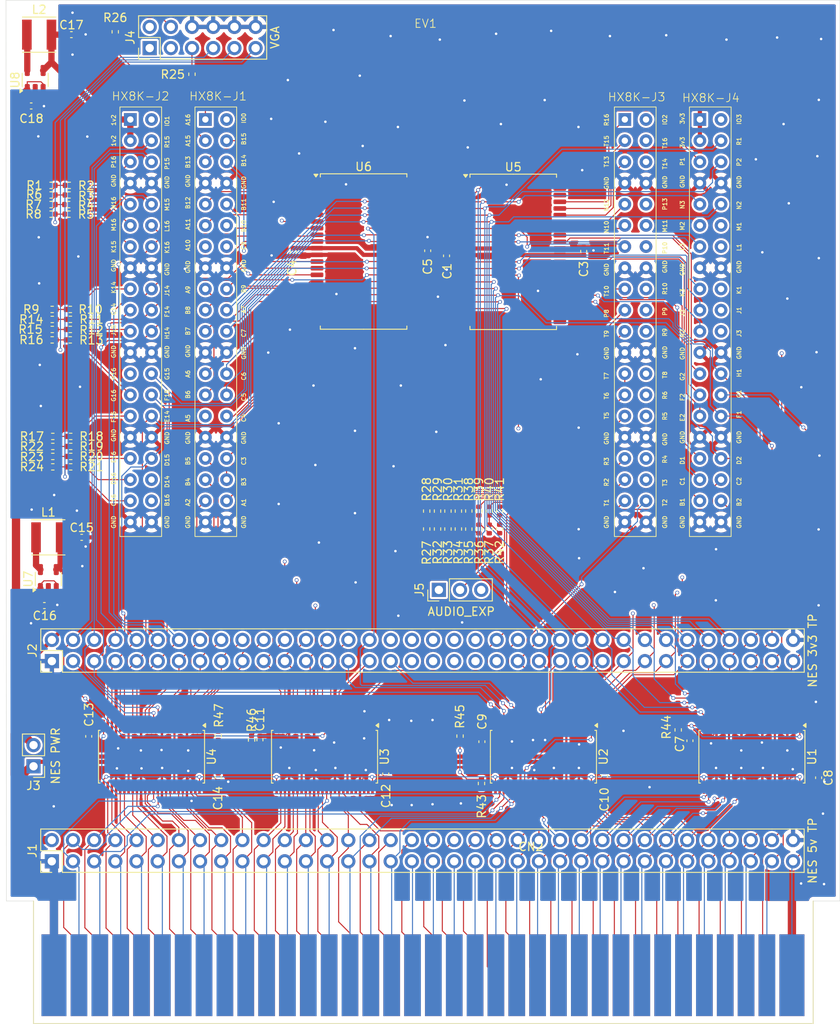
<source format=kicad_pcb>
(kicad_pcb (version 20240108) (generator "pcbnew") (generator_version "8.0")
  (layers (0 "F.Cu" signal) (1 "In1.Cu" signal) (2 "In2.Cu" signal) (31 "B.Cu" signal) (34 "B.Paste" user) (35 "F.Paste" user) (36 "B.SilkS" user "B.Silkscreen") (37 "F.SilkS" user "F.Silkscreen") (38 "B.Mask" user) (39 "F.Mask" user) (44 "Edge.Cuts" user))
  (net 0 "")
  (net 1 "3v3")
  (net 2 "1v2")
  (net 3 "GND")
  (net 4 "/Power/NES_Vcc")
  (net 5 "NES_CPU_RW#")
  (net 6 "NES_ROMSEL#")
  (net 7 "NES_CIC_PK")
  (net 8 "NES_CIC_CLK")
  (net 9 "NES_CIC_RST")
  (net 10 "NES_M2")
  (net 11 "NES_IRQ#")
  (net 12 "NES_CIC_MB")
  (net 13 "NES_CIRAM_A10")
  (net 14 "5v0")
  (net 15 "NES_PPU_RD#")
  (net 16 "NES_CLK")
  (net 17 "NES_PPU_A13#")
  (net 18 "NES_PPU_WR#")
  (net 19 "NES_CIRAM_CE#")
  (net 20 "CPU_RW#")
  (net 21 "CIC_CLK")
  (net 22 "CIRAM_A10")
  (net 23 "IRQ#")
  (net 24 "CIC_RST")
  (net 25 "CIRAM_CE#")
  (net 26 "CIC_PK")
  (net 27 "M2")
  (net 28 "CLK")
  (net 29 "PPU_RD#")
  (net 30 "PPU_WR#")
  (net 31 "ROMSEL#")
  (net 32 "CIC_MB")
  (net 33 "PPU_A13#")
  (net 34 "EPPU_A11")
  (net 38 "/Expansion/AU4")
  (net 39 "/Expansion/AU0")
  (net 40 "/Expansion/VGA_G1")
  (net 41 "/Expansion/AU5")
  (net 42 "/Expansion/VGA_B2")
  (net 43 "/Expansion/VGA_R3")
  (net 46 "/Expansion/VGA_R2")
  (net 47 "/Expansion/VGA_HS")
  (net 48 "/Expansion/VGA_VS")
  (net 49 "/Expansion/AU1")
  (net 50 "/Expansion/VGA_B0")
  (net 51 "/Expansion/AU7")
  (net 52 "/Expansion/VGA_G2")
  (net 53 "/Expansion/VGA_B3")
  (net 54 "/Expansion/VGA_G0")
  (net 55 "/Expansion/VGA_R0")
  (net 56 "/Expansion/AU2")
  (net 57 "/Expansion/AU3")
  (net 58 "/Expansion/VGA_B1")
  (net 59 "/Expansion/VGA_G3")
  (net 60 "/Expansion/VGA_R1")
  (net 62 "/Expansion/AU6")
  (net 71 "Net-(J5-Pin_2)")
  (net 72 "Net-(R1-Pad2)")
  (net 73 "Net-(R3-Pad2)")
  (net 75 "Net-(R4-Pad2)")
  (net 76 "Net-(R11-Pad2)")
  (net 78 "Net-(R12-Pad2)")
  (net 79 "Net-(R19-Pad2)")
  (net 80 "Net-(U7-SW)")
  (net 81 "Net-(U8-SW)")
  (net 82 "Net-(R20-Pad2)")
  (net 83 "NES_CPU_A10")
  (net 84 "NES_CPU_A0")
  (net 85 "NES_CPU_D7")
  (net 86 "NES_CPU_D4")
  (net 87 "NES_CPU_A6")
  (net 88 "NES_CPU_A5")
  (net 89 "NES_CPU_D0")
  (net 90 "NES_CPU_A2")
  (net 91 "NES_CPU_D5")
  (net 92 "NES_CPU_A11")
  (net 93 "NES_CPU_A1")
  (net 94 "NES_CPU_D1")
  (net 95 "NES_CPU_D3")
  (net 96 "NES_CPU_A8")
  (net 97 "NES_CPU_A7")
  (net 98 "NES_CPU_D6")
  (net 99 "NES_CPU_A3")
  (net 100 "NES_CPU_A13")
  (net 101 "NES_CPU_A12")
  (net 102 "NES_CPU_A4")
  (net 103 "NES_CPU_D2")
  (net 104 "NES_CPU_A14")
  (net 105 "NES_CPU_A9")
  (net 106 "NES_PPU_D7")
  (net 107 "NES_PPU_A12")
  (net 108 "NES_EXP3")
  (net 109 "NES_PPU_D6")
  (net 110 "NES_PPU_A1")
  (net 111 "NES_PPU_A2")
  (net 112 "NES_PPU_D2")
  (net 113 "NES_PPU_A8")
  (net 114 "NES_EXP0")
  (net 115 "NES_PPU_A0")
  (net 116 "NES_PPU_A7")
  (net 117 "NES_PPU_D0")
  (net 118 "NES_EXP5")
  (net 119 "NES_EXP8")
  (net 120 "NES_PPU_A13")
  (net 121 "NES_PPU_A3")
  (net 122 "NES_EXP4")
  (net 123 "NES_EXP6")
  (net 124 "NES_PPU_A11")
  (net 125 "NES_PPU_D3")
  (net 126 "NES_PPU_A9")
  (net 127 "NES_PPU_A5")
  (net 128 "NES_PPU_D4")
  (net 129 "NES_PPU_A10")
  (net 130 "NES_EXP1")
  (net 131 "NES_EXP2")
  (net 132 "NES_PPU_D1")
  (net 133 "NES_PPU_D5")
  (net 134 "NES_EXP9")
  (net 135 "NES_PPU_A4")
  (net 136 "NES_EXP7")
  (net 137 "NES_PPU_A6")
  (net 138 "CPU_D1")
  (net 139 "PPU_D1")
  (net 140 "CPU_D5")
  (net 141 "CPU_A0")
  (net 142 "CPU_A3")
  (net 143 "CPU_A1")
  (net 144 "CPU_A8")
  (net 145 "CPU_A6")
  (net 146 "CPU_A11")
  (net 147 "CPU_A2")
  (net 148 "PPU_D7")
  (net 149 "PPU_D0")
  (net 150 "CPU_A12")
  (net 151 "Net-(R27-Pad2)")
  (net 152 "PPU_D4")
  (net 153 "CPU_A4")
  (net 154 "PPU_D3")
  (net 155 "PPU_D5")
  (net 156 "CPU_A9")
  (net 157 "CPU_D4")
  (net 158 "PPU_D6")
  (net 159 "CPU_D6")
  (net 160 "CPU_D3")
  (net 161 "CPU_D2")
  (net 162 "CPU_A7")
  (net 163 "PPU_D2")
  (net 164 "CPU_A5")
  (net 165 "CPU_D0")
  (net 166 "CPU_D7")
  (net 168 "CPU_A10")
  (net 170 "ECPU_A13")
  (net 174 "ECPU_A15")
  (net 175 "ECPU_A18")
  (net 176 "EPRG_CE#")
  (net 177 "Net-(R29-Pad2)")
  (net 178 "EPRG_OE#")
  (net 179 "ECPU_A14")
  (net 183 "ECPU_A17")
  (net 187 "ECPU_A16")
  (net 188 "Net-(R30-Pad2)")
  (net 190 "EPPU_A12")
  (net 191 "PPU_A0")
  (net 193 "EPPU_A13")
  (net 194 "PPU_A6")
  (net 195 "PPU_A4")
  (net 196 "PPU_A7")
  (net 197 "EPPU_A17")
  (net 198 "PPU_A2")
  (net 200 "EPPU_A18")
  (net 201 "EPPU_A14")
  (net 202 "/Expansion/HSYNC")
  (net 203 "EPPU_A15")
  (net 210 "PPU_A1")
  (net 211 "PPU_A8")
  (net 212 "PPU_A3")
  (net 213 "PPU_A9")
  (net 214 "EPPU_A16")
  (net 216 "Net-(R31-Pad2)")
  (net 217 "EPPU_A10")
  (net 218 "ECHR_CE#")
  (net 219 "PPU_A5")
  (net 220 "Net-(R35-Pad1)")
  (net 221 "PPU_A12")
  (net 222 "PPU_A13")
  (net 223 "CPU_A14")
  (net 224 "PPU_A11")
  (net 225 "Net-(R36-Pad1)")
  (net 226 "Net-(R37-Pad1)")
  (net 227 "CPU_A13")
  (net 228 "PPU_A10")
  (net 230 "Net-(U4-1DIR)")
  (net 236 "Net-(U2-2DIR)")
  (net 238 "/Expansion/RED")
  (net 239 "/Expansion/VSYNC")
  (net 240 "/Expansion/GRN")
  (net 241 "CONV")
  (net 242 "Net-(U1-1DIR)")
  (net 243 "Net-(U3-2DIR)")
  (net 244 "/Expansion/BLU")
  (net 245 "Net-(R10-Pad2)")
  (net 246 "Net-(R17-Pad2)")
  (footprint "Package_SO:TSSOP-48_6.1x12.5mm_P0.5mm" (layer "F.Cu") (at 178 122 -90)
    (property "Reference" "U2")
    (property "Value" "74ALVC164245")
  )
  (footprint "Resistor_SMD:R_0402_1005Metric" (layer "F.Cu") (at 121.06 55.8 180)
    (property "Reference" "R4")
    (property "Value" "2k")
  )
  (footprint "Resistor_SMD:R_0402_1005Metric" (layer "F.Cu") (at 118.96 53.5)
    (property "Reference" "R1")
    (property "Value" "2k")
  )
  (footprint "Package_SO:TSOP-II-44_10.16x18.41mm_P0.8mm" (layer "F.Cu") (at 174.38 61.47)
    (property "Reference" "U5")
    (property "Value" "IS61C5128AL-10TLI")
  )
  (footprint "Inductor_SMD:L_Vishay_IFSC-1515AH_4x4x1.8mm" (layer "F.Cu") (at 118.625 95.7)
    (property "Reference" "L1")
    (property "Value" "10uH")
  )
  (footprint "Resistor_SMD:R_0402_1005Metric" (layer "F.Cu") (at 119.16 83.6)
    (property "Reference" "R17")
    (property "Value" "2k")
  )
  (footprint "Resistor_SMD:R_0402_1005Metric" (layer "F.Cu") (at 165.3 92.55 -90)
    (property "Reference" "R29")
    (property "Value" "2k")
  )
  (footprint "Resistor_SMD:R_0402_1005Metric" (layer "F.Cu") (at 170.25 94.7 -90)
    (property "Reference" "R36")
    (property "Value" "1k")
  )
  (footprint "Package_SO:TSSOP-48_6.1x12.5mm_P0.5mm" (layer "F.Cu") (at 131 122 -90)
    (property "Reference" "U4")
    (property "Value" "74ALVC164245")
  )
  (footprint "Package_SO:TSSOP-48_6.1x12.5mm_P0.5mm" (layer "F.Cu") (at 203 122 -90)
    (property "Reference" "U1")
    (property "Value" "74ALVC164245")
  )
  (footprint "Resistor_SMD:R_0402_1005Metric" (layer "F.Cu") (at 165.3 94.7 -90)
    (property "Reference" "R32")
    (property "Value" "1k")
  )
  (footprint "Resistor_SMD:R_0402_1005Metric" (layer "F.Cu") (at 119.085 72.025 180)
    (property "Reference" "R16")
    (property "Value" "1k")
  )
  (footprint "Inductor_SMD:L_Vishay_IFSC-1515AH_4x4x1.8mm" (layer "F.Cu") (at 117.525 35.43)
    (property "Reference" "L2")
    (property "Value" "10uH")
  )
  (footprint "Resistor_SMD:R_0402_1005Metric" (layer "F.Cu") (at 139 119.49 90)
    (property "Reference" "R47")
    (property "Value" "10k")
  )
  (footprint "HX8K:HX8K Eval Board" (layer "F.Cu") (at 163.86 69.1)
    (property "Reference" "EV1")
    (property "Value" "~")
  )
  (footprint "Resistor_SMD:R_0402_1005Metric" (layer "F.Cu") (at 143 120 90)
    (property "Reference" "R46")
    (property "Value" "10k")
  )
  (footprint "Capacitor_SMD:C_0402_1005Metric" (layer "F.Cu") (at 116.57 43.98)
    (property "Reference" "C18")
    (property "Value" "4.7uF")
  )
  (footprint "Resistor_SMD:R_0402_1005Metric" (layer "F.Cu") (at 170.25 92.55 -90)
    (property "Reference" "R39")
    (property "Value" "2k")
  )
  (footprint "Resistor_SMD:R_0402_1005Metric" (layer "F.Cu") (at 119.085 68.375)
    (property "Reference" "R9")
    (property "Value" "2k")
  )
  (footprint "Resistor_SMD:R_0402_1005Metric" (layer "F.Cu") (at 172.75 94.69 -90)
    (property "Reference" "R42")
    (property "Value" "1k")
  )
  (footprint "Resistor_SMD:R_0402_1005Metric" (layer "F.Cu") (at 119.16 87.25 180)
    (property "Reference" "R24")
    (property "Value" "1k")
  )
  (footprint "Capacitor_SMD:C_0402_1005Metric" (layer "F.Cu") (at 147.99 61.51 -90)
    (property "Reference" "C4")
    (property "Value" "0.1uF")
  )
  (footprint "Resistor_SMD:R_0402_1005Metric" (layer "F.Cu") (at 121.31 86 180)
    (property "Reference" "R20")
    (property "Value" "2k")
  )
  (footprint "Resistor_SMD:R_0402_1005Metric" (layer "F.Cu") (at 164 92.55 -90)
    (property "Reference" "R28")
    (property "Value" "2k")
  )
  (footprint "Resistor_SMD:R_0402_1005Metric" (layer "F.Cu") (at 172.75 92.54 -90)
    (property "Reference" "R41")
    (property "Value" "2k")
  )
  (footprint "Package_SO:TSOP-II-44_10.16x18.41mm_P0.8mm" (layer "F.Cu") (at 156.4325 61.43)
    (property "Reference" "U6")
    (property "Value" "IS61C5128AL-10TLI")
  )
  (footprint "Resistor_SMD:R_0402_1005Metric" (layer "F.Cu") (at 119.095 69.575 180)
    (property "Reference" "R14")
    (property "Value" "1k")
  )
  (footprint "Resistor_SMD:R_0402_1005Metric" (layer "F.Cu") (at 121.11 54.65 180)
    (property "Reference" "R3")
    (property "Value" "2k")
  )
  (footprint "Resistor_SMD:R_0402_1005Metric" (layer "F.Cu") (at 119.095 70.775 180)
    (property "Reference" "R15")
    (property "Value" "1k")
  )
  (footprint "Connector_PinHeader_2.54mm:PinHeader_1x02_P2.54mm_Vertical" (layer "F.Cu") (at 116.85 123.15 180)
    (property "Reference" "J3")
    (property "Value" "NES PWR")
  )
  (footprint "Capacitor_SMD:C_0402_1005Metric" (layer "F.Cu") (at 118.15 103.88)
    (property "Reference" "C16")
    (property "Value" "4.7uF")
  )
  (footprint "Resistor_SMD:R_0402_1005Metric" (layer "F.Cu") (at 121.13 53.5 180)
    (property "Reference" "R2")
    (property "Value" "2k")
  )
  (footprint "Connector_PinHeader_2.54mm:PinHeader_2x36_P2.54mm_Vertical" (layer "F.Cu") (at 119.04 134.54 90)
    (property "Reference" "J1")
    (property "Value" "NES 5v TP")
  )
  (footprint "Resistor_SMD:R_0402_1005Metric" (layer "F.Cu") (at 121.1 56.95 180)
    (property "Reference" "R5")
    (property "Value" "2k")
  )
  (footprint "Resistor_SMD:R_0402_1005Metric" (layer "F.Cu") (at 121.275 69.565 180)
    (property "Reference" "R11")
    (property "Value" "2k")
  )
  (footprint "NES:NES_Cartridge_Edge" (layer "F.Cu") (at 163.6 139.3)
    (property "Reference" "CN2")
    (property "Value" "NES Card Edge")
  )
  (footprint "Resistor_SMD:R_0402_1005Metric" (layer "F.Cu") (at 121.31 83.6 180)
    (property "Reference" "R18")
    (property "Value" "2k")
  )
  (footprint "Resistor_SMD:R_0402_1005Metric" (layer "F.Cu") (at 121.31 87.25 180)
    (property "Reference" "R21")
    (property "Value" "2k")
  )
  (footprint "Capacitor_SMD:C_0402_1005Metric" (layer "F.Cu") (at 121.39 35.43)
    (property "Reference" "C17")
    (property "Value" "10uF")
  )
  (footprint "Resistor_SMD:R_0402_1005Metric" (layer "F.Cu") (at 119.16 84.8 180)
    (property "Reference" "R22")
    (property "Value" "1k")
  )
  (footprint "Resistor_SMD:R_0402_1005Metric" (layer "F.Cu") (at 135.85 40.175 90)
    (property "Reference" "R25")
    (property "Value" "1k")
  )
  (footprint "Capacitor_SMD:C_0402_1005Metric" (layer "F.Cu") (at 195.57 120.09 -90)
    (property "Reference" "C7")
    (property "Value" "0.1uF")
  )
  (footprint "Resistor_SMD:R_0402_1005Metric" (layer "F.Cu") (at 171.5 92.55 -90)
    (property "Reference" "R40")
    (property "Value" "2k")
  )
  (footprint "Connector_PinHeader_2.54mm:PinHeader_2x36_P2.54mm_Vertical" (layer "F.Cu") (at 119.05 110.54 90)
    (property "Reference" "J2")
    (property "Value" "NES 3v3 TP")
  )
  (footprint "Resistor_SMD:R_0402_1005Metric" (layer "F.Cu") (at 169.05 92.54 -90)
    (property "Reference" "R38")
    (property "Value" "2k")
  )
  (footprint "Resistor_SMD:R_0402_1005Metric" (layer "F.Cu") (at 194.16 118.79 90)
    (property "Reference" "R44")
    (property "Value" "10k")
  )
  (footprint "Capacitor_SMD:C_0402_1005Metric" (layer "F.Cu") (at 170.62 120.2 -90)
    (property "Reference" "C9")
    (property "Value" "0.1uF")
  )
  (footprint "Resistor_SMD:R_0402_1005Metric" (layer "F.Cu") (at 126.65 35.09 90)
    (property "Reference" "R26")
    (property "Value" "1k")
  )
  (footprint "Resistor_SMD:R_0402_1005Metric" (layer "F.Cu") (at 169.05 94.71 -90)
    (property "Reference" "R35")
    (property "Value" "1k")
  )
  (footprint "Package_TO_SOT_SMD:TSOT-23-5" (layer "F.Cu") (at 117.05 40.8625 90)
    (property "Reference" "U8")
    (property "Value" "LM3671-1.2")
  )
  (footprint "Resistor_SMD:R_0402_1005Metric" (layer "F.Cu") (at 121.31 84.8 180)
    (property "Reference" "R19")
    (property "Value" "2k")
  )
  (footprint "Resistor_SMD:R_0402_1005Metric" (layer "F.Cu") (at 118.96 54.65 180)
    (property "Reference" "R6")
    (property "Value" "1k")
  )
  (footprint "Capacitor_SMD:C_0402_1005Metric" (layer "F.Cu") (at 166.38 61.95 -90)
    (property "Reference" "C1")
    (property "Value" "0.1uF")
  )
  (footprint "Resistor_SMD:R_0402_1005Metric" (layer "F.Cu") (at 164 94.7 90)
    (property "Reference" "R27")
    (property "Value" "2k")
  )
  (footprint "Capacitor_SMD:C_0402_1005Metric" (layer "F.Cu") (at 122.625 95.7)
    (property "Reference" "C15")
    (property "Value" "10uF")
  )
  (footprint "Capacitor_SMD:C_0402_1005Metric" (layer "F.Cu") (at 159.09 124.06 -90)
    (property "Reference" "C12")
    (property "Value" "0.1uF")
  )
  (footprint "Capacitor_SMD:C_0402_1005Metric" (layer "F.Cu") (at 144 120 -90)
    (property "Reference" "C11")
    (property "Value" "0.1uF")
  )
  (footprint "Package_TO_SOT_SMD:TSOT-23-5" (layer "F.Cu") (at 118.625 100.7 90)
    (property "Reference" "U7")
    (property "Value" "LM3671-3.3")
  )
  (footprint "Resistor_SMD:R_0402_1005Metric" (layer "F.Cu") (at 118.96 55.8 180)
    (property "Reference" "R7")
    (property "Value" "1k")
  )
  (footprint "Capacitor_SMD:C_0402_1005Metric" (layer "F.Cu") (at 123.47 119.56 -90)
    (property "Reference" "C13")
    (property "Value" "0.1uF")
  )
  (footprint "Connector_PinHeader_2.54mm:PinHeader_1x03_P2.54mm_Vertical" (layer "F.Cu") (at 165.46 102 90)
    (property "Reference" "J5")
    (property "Value" "AUDIO_EXP")
  )
  (footprint "Capacitor_SMD:C_0402_1005Metric" (layer "F.Cu") (at 211 124.52 -90)
    (property "Reference" "C8")
    (property "Value" "0.1uF")
  )
  (footprint "Connector_PinHeader_2.54mm:PinHeader_2x06_P2.54mm_Vertical" (layer "F.Cu") (at 130.78 37.04 90)
    (property "Reference" "J4")
    (property "Value" "VGA")
  )
  (footprint "Package_SO:TSSOP-48_6.1x12.5mm_P0.5mm" (layer "F.Cu") (at 151.75 122 -90)
    (property "Reference" "U3")
    (property "Value" "74ALVC164245")
  )
  (footprint "Resistor_SMD:R_0402_1005Metric" (layer "F.Cu") (at 121.265 70.775 180)
    (property "Reference" "R12")
    (property "Value" "2k")
  )
  (footprint "Capacitor_SMD:C_0402_1005Metric" (layer "F.Cu") (at 185.32 124.31 -90)
    (property "Reference" "C10")
    (property "Value" "0.1uF")
  )
  (footprint "Resistor_SMD:R_0402_1005Metric" (layer "F.Cu") (at 166.55 94.7 -90)
    (property "Reference" "R33")
    (property "Value" "1k")
  )
  (footprint "Capacitor_SMD:C_0402_1005Metric" (layer "F.Cu") (at 164.12 61.34 90)
    (property "Reference" "C5")
    (property "Value" "0.1uF")
  )
  (footprint "Resistor_SMD:R_0402_1005Metric" (layer "F.Cu") (at 170.57 125.21 -90)
    (property "Reference" "R43")
    (property "Value" "10k")
  )
  (footprint "Capacitor_SMD:C_0402_1005Metric" (layer "F.Cu") (at 139 124.48 -90)
    (property "Reference" "C14")
    (property "Value" "0.1uF")
  )
  (footprint "Resistor_SMD:R_0402_1005Metric" (layer "F.Cu") (at 171.5 94.7 -90)
    (property "Reference" "R37")
    (property "Value" "1k")
  )
  (footprint "Resistor_SMD:R_0402_1005Metric" (layer "F.Cu") (at 167.8 92.55 -90)
    (property "Reference" "R31")
    (property "Value" "2k")
  )
  (footprint "Resistor_SMD:R_0402_1005Metric" (layer "F.Cu") (at 167.8 94.7 -90)
    (property "Reference" "R34")
    (property "Value" "1k")
  )
  (footprint "Resistor_SMD:R_0402_1005Metric" (layer "F.Cu") (at 121.265 68.375 180)
    (property "Reference" "R10")
    (property "Value" "2k")
  )
  (footprint "Resistor_SMD:R_0402_1005Metric" (layer "F.Cu") (at 166.55 92.55 -90)
    (property "Reference" "R30")
    (property "Value" "2k")
  )
  (footprint "Capacitor_SMD:C_0402_1005Metric" (layer "F.Cu") (at 182.83 61.39 90)
    (property "Reference" "C3")
    (property "Value" "0.1uF")
  )
  (footprint "Resistor_SMD:R_0402_1005Metric" (layer "F.Cu") (at 119.16 86 180)
    (property "Reference" "R23")
    (property "Value" "1k")
  )
  (footprint "Resistor_SMD:R_0402_1005Metric" (layer "F.Cu") (at 168 119.53 90)
    (property "Reference" "R45")
    (property "Value" "10k")
  )
  (footprint "Resistor_SMD:R_0402_1005Metric" (layer "F.Cu") (at 121.255 72.025 180)
    (property "Reference" "R13")
    (property "Value" "2k")
  )
  (footprint "Resistor_SMD:R_0402_1005Metric" (layer "F.Cu") (at 118.96 56.95 180)
    (property "Reference" "R8")
    (property "Value" "1k")
  )
  (gr_line (start 213.55 31.3) (end 213.55 139.3) (stroke (width 0.05)) (layer "Edge.Cuts"))
  (gr_line (start 213.55 139.3) (end 210.35 139.3) (stroke (width 0.05)) (layer "Edge.Cuts"))
  (gr_line (start 210.35 154) (end 116.85 154) (stroke (width 0.05)) (layer "Edge.Cuts"))
  (gr_line (start 113.6 139.3) (end 113.55 31.3) (stroke (width 0.05)) (layer "Edge.Cuts"))
  (gr_line (start 116.85 139.3) (end 113.6 139.3) (stroke (width 0.05)) (layer "Edge.Cuts"))
  (gr_line (start 210.35 139.3) (end 210.35 154) (stroke (width 0.05)) (layer "Edge.Cuts"))
  (gr_line (start 116.85 154) (end 116.85 139.3) (stroke (width 0.05)) (layer "Edge.Cuts"))
  (gr_line (start 113.55 31.3) (end 213.55 31.3) (stroke (width 0.05)) (layer "Edge.Cuts"))
  (segment (start 175.37 61.87) (end 174.57 61.07) (width 0.5) (layer "F.Cu") (net 1))
  (segment (start 180.75 118.2875) (end 180.75 121.93) (width 0.254) (layer "F.Cu") (net 1))
  (segment (start 175.33 121.99) (end 180.81 121.99) (width 0.5) (layer "F.Cu") (net 1))
  (segment (start 170.62 121.98) (end 170.62 120.68) (width 0.5) (layer "F.Cu") (net 1))
  (segment (start 174.57 61.07) (end 168.7925 61.07) (width 0.5) (layer "F.Cu") (net 1))
  (segment (start 120.99 106.06) (end 120.99 100.47) (width 0.5) (layer "F.Cu") (net 1))
  (segment (start 164.12 61.82) (end 164.899999 61.82) (width 0.5) (layer "F.Cu") (net 1))
  (segment (start 196.76 48.14) (end 196.76 45.6) (width 0.5) (layer "F.Cu") (net 1))
  (segment (start 212.13 41.68) (end 211.3 40.85) (width 0.5) (layer "F.Cu") (net 1))
  (segment (start 164.11 61.83) (end 164.12 61.82) (width 0.5) (layer "F.Cu") (net 1))
  (segment (start 180.81 121.99) (end 194.32 121.99) (width 0.5) (layer "F.Cu") (net 1))
  (segment (start 205.75 121.95) (end 205.79 121.99) (width 0.254) (layer "F.Cu") (net 1))
  (segment (start 166.38 61.47) (end 166.78 61.07) (width 0.5) (layer "F.Cu") (net 1))
  (segment (start 194.16 121.83) (end 194.32 121.99) (width 0.127) (layer "F.Cu") (net 1))
  (segment (start 154.5 118.2875) (end 154.5 121.98) (width 0.254) (layer "F.Cu") (net 1))
  (segment (start 123.47 121.89) (end 123.47 120.04) (width 0.5) (layer "F.Cu") (net 1))
  (segment (start 179.9675 61.87) (end 175.37 61.87) (width 0.5) (layer "F.Cu") (net 1))
  (segment (start 175.25 118.2875) (end 175.25 121.91) (width 0.254) (layer "F.Cu") (net 1))
  (segment (start 150.845 61.03) (end 155.62 61.03) (width 0.5) (layer "F.Cu") (net 1))
  (segment (start 196.76 41.47) (end 197.38 40.85) (width 0.5) (layer "F.Cu") (net 1))
  (segment (start 120.1 95.7) (end 120.1 99.0375) (width 0.75) (layer "F.Cu") (net 1))
  (segment (start 120.1 95.7) (end 122.145 95.7) (width 0.75) (layer "F.Cu") (net 1))
  (segment (start 211.2 121.99) (end 212.13 121.06) (width 0.5) (layer "F.Cu") (net 1))
  (segment (start 162.02 61.83) (end 164.11 61.83) (width 0.5) (layer "F.Cu") (net 1))
  (segment (start 170.61 121.99) (end 170.62 121.98) (width 0.5) (layer "F.Cu") (net 1))
  (segment (start 128.25 118.2875) (end 128.25 121.92) (width 0.254) (layer "F.Cu") (net 1))
  (segment (start 168 121.27) (end 168 121.96) (width 0.127) (layer "F.Cu") (net 1))
  (segment (start 195.54 121.99) (end 195.54 121.7) (width 0.5) (layer "F.Cu") (net 1))
  (segment (start 123.57 121.99) (end 123.47 121.89) (width 0.5) (layer "F.Cu") (net 1))
  (segment (start 170.61 121.99) (end 175.33 121.99) (width 0.5) (layer "F.Cu") (net 1))
  (segment (start 119.82875 99.30875) (end 119.575 99.5625) (width 0.75) (layer "F.Cu") (net 1))
  (segment (start 197.38 40.85) (end 201.35 40.85) (width 0.5) (layer "F.Cu") (net 1))
  (segment (start 165.43 41.65) (end 165.43 61.289999) (width 0.5) (layer "F.Cu") (net 1))
  (segment (start 168 120.04) (end 168 121.27) (width 0.127) (layer "F.Cu") (net 1))
  (segment (start 182.83 61.87) (end 179.9675 61.87) (width 0.5) (layer "F.Cu") (net 1))
  (segment (start 195.54 121.7) (end 195.57 121.67) (width 0.5) (layer "F.Cu") (net 1))
  (segment (start 116.3 116.3) (end 116.3 110.75) (width 0.5) (layer "F.Cu") (net 1))
  (segment (start 119.05 108) (end 120.99 106.06) (width 0.5) (layer "F.Cu") (net 1))
  (segment (start 155.62 61.03) (end 156.42 61.83) (width 0.5) (layer "F.Cu") (net 1))
  (segment (start 133.97 121.99) (end 139.06 121.99) (width 0.5) (layer "F.Cu") (net 1))
  (segment (start 196.76 45.6) (end 196.76 41.47) (width 0.5) (layer "F.Cu") (net 1))
  (segment (start 149.09 121.99) (end 154.51 121.99) (width 0.5) (layer "F.Cu") (net 1))
  (segment (start 149 118.2875) (end 149 121.9) (width 0.254) (layer "F.Cu") (net 1))
  (segment (start 154.51 121.99) (end 167.97 121.99) (width 0.5) (layer "F.Cu") (net 1))
  (segment (start 165.43 61.289999) (end 165.610001 61.47) (width 0.5) (layer "F.Cu") (net 1))
  (segment (start 200.25 118.2875) (end 200.25 121.87) (width 0.254) (layer "F.Cu") (net 1))
  (segment (start 143 120.51) (end 143 121.92) (width 0.127) (layer "F.Cu") (net 1))
  (segment (start 204.33 121.99) (end 211.2 121.99) (width 0.5) (layer "F.Cu") (net 1))
  (segment (start 167.97 121.99) (end 170.61 121.99) (width 0.5) (layer "F.Cu") (net 1))
  (segment (start 170.57 124.7) (end 168.83 124.7) (width 0.127) (layer "F.Cu") (net 1))
  (segment (start 156.42 61.83) (end 162.02 61.83) (width 0.5) (layer "F.Cu") (net 1))
  (segment (start 123.57 121.99) (end 121.99 121.99) (width 0.5) (layer "F.Cu") (net 1))
  (segment (start 120.99 100.47) (end 119.82875 99.30875) (width 0.5) (layer "F.Cu") (net 1))
  (segment (start 168.83 124.7) (end 167.98 123.85) (width 0.127) (layer "F.Cu") (net 1))
  (segment (start 175.25 121.91) (end 175.33 121.99) (width 0.254) (layer "F.Cu") (net 1))
  (segment (start 143.94 121.99) (end 144 121.93) (width 0.5) (layer "F.Cu") (net 1))
  (segment (start 195.57 121.67) (end 195.57 120.57) (width 0.5) (layer "F.Cu") (net 1))
  (segment (start 164.899999 61.82) (end 165.43 61.289999) (width 0.5) (layer "F.Cu") (net 1))
  (segment (start 201.35 40.85) (end 166.23 40.85) (width 0.5) (layer "F.Cu") (net 1))
  (segment (start 139.06 121.99) (end 143.07 121.99) (width 0.5) (layer "F.Cu") (net 1))
  (segment (start 116.3 110.75) (end 119.05 108) (width 0.5) (layer "F.Cu") (net 1))
  (segment (start 212.13 121.06) (end 212.13 41.68) (width 0.5) (layer "F.Cu") (net 1))
  (segment (start 147.99 61.03) (end 150.845 61.03) (width 0.5) (layer "F.Cu") (net 1))
  (segment (start 139 121.93) (end 139.06 121.99) (width 0.127) (layer "F.Cu") (net 1))
  (segment (start 200.37 121.99) (end 204.33 121.99) (width 0.5) (layer "F.Cu") (net 1))
  (segment (start 133.75 121.77) (end 133.97 121.99) (width 0.254) (layer "F.Cu") (net 1))
  (segment (start 166.23 40.85) (end 165.43 41.65) (width 0.5) (layer "F.Cu") (net 1))
  (segment (start 200.25 121.87) (end 200.37 121.99) (width 0.254) (layer "F.Cu") (net 1))
  (segment (start 143.07 121.99) (end 143.94 121.99) (width 0.5) (layer "F.Cu") (net 1))
  (segment (start 168 121.96) (end 167.97 121.99) (width 0.127) (layer "F.Cu") (net 1))
  (segment (start 194.32 121.99) (end 195.54 121.99) (width 0.5) (layer "F.Cu") (net 1))
  (segment (start 123.57 121.99) (end 128.32 121.99) (width 0.5) (layer "F.Cu") (net 1))
  (segment (start 194.16 119.3) (end 194.16 121.83) (width 0.127) (layer "F.Cu") (net 1))
  (segment (start 180.75 121.93) (end 180.81 121.99) (width 0.254) (layer "F.Cu") (net 1))
  (segment (start 139 120) (end 139 121.93) (width 0.127) (layer "F.Cu") (net 1))
  (segment (start 133.75 118.2875) (end 133.75 121.77) (width 0.254) (layer "F.Cu") (net 1))
  (segment (start 154.5 121.98) (end 154.51 121.99) (width 0.254) (layer "F.Cu") (net 1))
  (segment (start 144 121.93) (end 144 120.48) (width 0.5) (layer "F.Cu") (net 1))
  (segment (start 143 121.92) (end 143.07 121.99) (width 0.127) (layer "F.Cu") (net 1))
  (segment (start 149 121.9) (end 149.09 121.99) (width 0.254) (layer "F.Cu") (net 1))
  (segment (start 128.32 121.99) (end 133.97 121.99) (width 0.5) (layer "F.Cu") (net 1))
  (segment (start 166.78 61.07) (end 168.7925 61.07) (width 0.5) (layer "F.Cu") (net 1))
  (segment (start 128.25 121.92) (end 128.32 121.99) (width 0.254) (layer "F.Cu") (net 1))
  (segment (start 121.99 121.99) (end 116.3 116.3) (width 0.5) (layer "F.Cu") (net 1))
  (segment (start 165.610001 61.47) (end 166.38 61.47) (width 0.5) (layer "F.Cu") (net 1))
  (segment (start 143.94 121.99) (end 149.09 121.99) (width 0.5) (layer "F.Cu") (net 1))
  (segment (start 205.75 118.2875) (end 205.75 121.95) (width 0.254) (layer "F.Cu") (net 1))
  (segment (start 204.33 121.99) (end 205.79 121.99) (width 0.5) (layer "F.Cu") (net 1))
  (segment (start 120.1 99.0375) (end 119.82875 99.30875) (width 0.75) (layer "F.Cu") (net 1))
  (segment (start 195.54 121.99) (end 200.37 121.99) (width 0.5) (layer "F.Cu") (net 1))
  (segment (start 211.3 40.85) (end 201.35 40.85) (width 0.5) (layer "F.Cu") (net 1))
  (via (at 167.98 123.85) (size 0.45) (drill 0.3) (layers "F.Cu" "B.Cu") (net 1))
  (via (at 168 121.27) (size 0.45) (drill 0.3) (layers "F.Cu" "B.Cu") (net 1))
  (segment (start 167.98 121.29) (end 168 121.27) (width 0.127) (layer "B.Cu") (net 1))
  (segment (start 167.98 123.85) (end 167.98 121.29) (width 0.127) (layer "B.Cu") (net 1))
  (segment (start 119 35.43) (end 119 38.725) (width 0.75) (layer "F.Cu") (net 2))
  (segment (start 119 38.725) (end 125.875 45.6) (width 0.75) (layer "F.Cu") (net 2))
  (segment (start 120.91 35.43) (end 119 35.43) (width 0.75) (layer "F.Cu") (net 2))
  (segment (start 125.875 45.6) (end 128.46 45.6) (width 0.75) (layer "F.Cu") (net 2))
  (segment (start 119 38.725) (end 118 39.725) (width 0.75) (layer "F.Cu") (net 2))
  (segment (start 128.46 45.6) (end 128.46 48.14) (width 0.75) (layer "F.Cu") (net 2))
  (segment (start 135.25 124.82121) (end 135.25 125.7125) (width 0.127) (layer "F.Cu") (net 3))
  (segment (start 179.25 118.2875) (end 179.25 119.024999) (width 0.127) (layer "F.Cu") (net 3))
  (segment (start 125.711499 120.0635) (end 124.4535 120.0635) (width 0.127) (layer "F.Cu") (net 3))
  (segment (start 201.75 121.225) (end 201.725 121.25) (width 0.127) (layer "F.Cu") (net 3))
  (segment (start 176.75 125.7125) (end 176.75 123.75) (width 0.127) (layer "F.Cu") (net 3))
  (segment (start 182.25 123.4) (end 182.25 123.35) (width 0.127) (layer "F.Cu") (net 3))
  (segment (start 178.2 120) (end 176.75 120) (width 0.127) (layer "F.Cu") (net 3))
  (segment (start 135.25 118.2875) (end 135.25 121.1) (width 0.127) (layer "F.Cu") (net 3))
  (segment (start 198.164999 119.61) (end 195.57 119.61) (width 0.127) (layer "F.Cu") (net 3))
  (segment (start 208.521374 123.85) (end 209 123.85) (width 0.127) (layer "F.Cu") (net 3))
  (segment (start 139 124.96) (end 137.9065 123.8665) (width 0.127) (layer "F.Cu") (net 3))
  (segment (start 147.5 119.024999) (end 147.5 118.2875) (width 0.127) (layer "F.Cu") (net 3))
  (segment (start 207.25 124.975001) (end 208.375001 123.85) (width 0.127) (layer "F.Cu") (net 3))
  (segment (start 135.25 121.1) (end 135.4 121.25) (width 0.127) (layer "F.Cu") (net 3))
  (segment (start 157.125001 123.85) (end 158.4 123.85) (width 0.127) (layer "F.Cu") (net 3))
  (segment (start 198.75 119.024999) (end 198.164999 119.61) (width 0.127) (layer "F.Cu") (net 3))
  (segment (start 126.75 123.5) (end 126.85 123.4) (width 0.127) (layer "F.Cu") (net 3))
  (segment (start 176.75 118.2875) (end 176.75 120) (width 0.127) (layer "F.Cu") (net 3))
  (segment (start 150.047838 61.83) (end 150.845 61.83) (width 0.5) (layer "F.Cu") (net 3))
  (segment (start 207.25 118.2875) (end 207.25 121.25) (width 0.127) (layer "F.Cu") (net 3))
  (segment (start 153 125.7125) (end 153 123.4) (width 0.127) (layer "F.Cu") (net 3))
  (segment (start 208.375001 123.85) (end 209.85 123.85) (width 0.127) (layer "F.Cu") (net 3))
  (segment (start 204.25 125.7125) (end 204.25 123.425) (width 0.127) (layer "F.Cu") (net 3))
  (segment (start 156 125.7125) (end 156 124.975001) (width 0.127) (layer "F.Cu") (net 3))
  (segment (start 135.25 125.7125) (end 135.25 126.75) (width 0.127) (layer "F.Cu") (net 3))
  (segment (start 198.75 123.4) (end 198.7 123.35) (width 0.127) (layer "F.Cu") (net 3))
  (segment (start 147.5 125.7125) (end 147.5 123.375) (width 0.127) (layer "F.Cu") (net 3))
  (segment (start 129.75 123.45) (end 129.8 123.4) (width 0.127) (layer "F.Cu") (net 3))
  (segment (start 166.38 62.43) (end 167.435338 62.43) (width 0.5) (layer "F.Cu") (net 3))
  (segment (start 156 124.975001) (end 157.125001 123.85) (width 0.127) (layer "F.Cu") (net 3))
  (segment (start 150.5 123.8) (end 150.7 123.6) (width 0.127) (layer "F.Cu") (net 3))
  (segment (start 132.25 118.2875) (end 132.25 119.024999) (width 0.127) (layer "F.Cu") (net 3))
  (segment (start 126.75 119.024999) (end 125.711499 120.0635) (width 0.127) (layer "F.Cu") (net 3))
  (segment (start 150.5 125.7125) (end 150.5 123.8) (width 0.127) (layer "F.Cu") (net 3))
  (segment (start 135.25 126.75) (end 135.8 127.3) (width 0.127) (layer "F.Cu") (net 3))
  (segment (start 207.8 148.2) (end 207.8 138.3) (width 1) (layer "F.Cu") (net 3))
  (segment (start 147.99 61.99) (end 149.887838 61.99) (width 0.5) (layer "F.Cu") (net 3))
  (segment (start 162.795 61.03) (end 162.02 61.03) (width 0.5) (layer "F.Cu") (net 3))
  (segment (start 126.75 118.2875) (end 126.75 119.024999) (width 0.127) (layer "F.Cu") (net 3))
  (segment (start 182.25 125.7125) (end 182.25 123.4) (width 0.127) (layer "F.Cu") (net 3))
  (segment (start 209.85 123.85) (end 211 125) (width 0.127) (layer "F.Cu") (net 3))
  (segment (start 181.43 61.07) (end 181.59 60.91) (width 0.5) (layer "F.Cu") (net 3))
  (segment (start 118.625 101.8375) (end 118.625 103.875) (width 0.5) (layer "F.Cu") (net 3))
  (segment (start 204.25 120.25) (end 204.2 120.3) (width 0.127) (layer "F.Cu") (net 3))
  (segment (start 153 123.4) (end 153.05 123.35) (width 0.127) (layer "F.Cu") (net 3))
  (segment (start 158.4 123.85) (end 159.09 124.54) (width 0.127) (layer "F.Cu") (net 3))
  (segment (start 129.75 118.2875) (end 129.75 121.225) (width 0.127) (layer "F.Cu") (net 3))
  (segment (start 132.25 125.7125) (end 132.25 123.375) (width 0.127) (layer "F.Cu") (net 3))
  (segment (start 181.59 60.91) (end 182.83 60.91) (width 0.5) (layer "F.Cu") (net 3))
  (segment (start 179.25 119.024999) (end 178.274999 120) (width 0.127) (layer "F.Cu") (net 3))
  (segment (start 198.75 125.7125) (end 198.75 123.4) (width 0.127) (layer "F.Cu") (net 3))
  (segment (start 117.05 42) (end 117.05 43.98) (width 0.5) (layer "F.Cu") (net 3))
  (segment (start 185.32 124.79) (end 183.88 123.35) (width 0.127) (layer "F.Cu") (net 3))
  (segment (start 132.25 118.2875) (end 132.25 121.15) (width 0.127) (layer "F.Cu") (net 3))
  (segment (start 183.88 123.35) (end 182.25 123.35) (width 0.127) (layer "F.Cu") (net 3))
  (segment (start 179.25 125.7125) (end 179.25 123.35) (width 0.127) (layer "F.Cu") (net 3))
  (segment (start 129.75 121.225) (end 129.725 121.25) (width 0.127) (layer "F.Cu") (net 3))
  (segment (start 153 118.2875) (end 153 120.2) (width 0.127) (layer "F.Cu") (net 3))
  (segment (start 153 120.2) (end 152.9 120.3) (width 0.127) (layer "F.Cu") (net 3))
  (segment (start 179.9675 61.07) (end 181.43 61.07) (width 0.5) (layer "F.Cu") (net 3))
  (segment (start 204.25 123.425) (end 204.325 123.35) (width 0.127) (layer "F.Cu") (net 3))
  (segment (start 150.5 118.2875) (end 150.5 121.225) (width 0.127) (layer "F.Cu") (net 3))
  (segment (start 132.25 123.375) (end 132.275 123.35) (width 0.127) (layer "F.Cu") (net 3))
  (segment (start 173.75 123.825) (end 174.225 123.35) (width 0.127) (layer "F.Cu") (net 3))
  (segment (start 144 119.52) (end 147.004999 119.52) (width 0.127) (layer "F.Cu") (net 3))
  (segment (start 201.75 123.375) (end 201.725 123.35) (width 0.127) (layer "F.Cu") (net 3))
  (segment (start 198.75 118.2875) (end 198.75 119.024999) (width 0.127) (layer "F.Cu") (net 3))
  (segment (start 182.25 118.2875) (end 182.25 120.5) (width 0.127) (layer "F.Cu") (net 3))
  (segment (start 204.25 118.2875) (end 204.25 120.25) (width 0.127) (layer "F.Cu") (net 3))
  (segment (start 129.75 125.7125) (end 129.75 123.45) (width 0.127) (layer "F.Cu") (net 3))
  (segment (start 207.25 125.7125) (end 207.25 124.975001) (width 0.127) (layer "F.Cu") (net 3))
  (segment (start 132.25 121.15) (end 132.2 121.2) (width 0.127) (layer "F.Cu") (net 3))
  (segment (start 178.274999 120) (end 178.2 120) (width 0.127) (layer "F.Cu") (net 3))
  (segment (start 176.75 125.7125) (end 176.75 124.975001) (width 0.127) (layer "F.Cu") (net 3))
  (segment (start 137.9065 123.8665) (end 136.20471 123.8665) (width 0.127) (layer "F.Cu") (net 3))
  (segment (start 167.995338 61.87) (end 168.7925 61.87) (width 0.5) (layer "F.Cu") (net 3))
  (segment (start 164.12 60.86) (end 162.965 60.86) (width 0.5) (layer "F.Cu") (net 3))
  (segment (start 176.75 123.75) (end 176.9 123.6) (width 0.127) (layer "F.Cu") (net 3))
  (segment (start 207.8 138.3) (end 208.9 137.2) (width 1) (layer "F.Cu") (net 3))
  (segment (start 173.75 118.2875) (end 173.75 119.7) (width 0.127) (layer "F.Cu") (net 3))
  (segment (start 208.1865 124.184874) (end 208.521374 123.85) (width 0.127) (layer "F.Cu") (net 3))
  (segment (start 124.4535 120.0635) (end 123.47 119.08) (width 0.127) (layer "F.Cu") (net 3))
  (segment (start 173.75 119.7) (end 174.225 120.175) (width 0.127) (layer "F.Cu") (net 3))
  (segment (start 201.75 125.7125) (end 201.75 123.375) (width 0.127) (layer "F.Cu") (net 3))
  (segment (start 162.965 60.86) (end 162.795 61.03) (width 0.5) (layer "F.Cu") (net 3))
  (segment (start 201.75 118.2875) (end 201.75 121.225) (width 0.127) (layer "F.Cu") (net 3))
  (segment (start 173.75 125.7125) (end 173.75 123.825) (width 0.127) (layer "F.Cu") (net 3))
  (segment (start 126.75 125.7125) (end 126.75 123.5) (width 0.127) (layer "F.Cu") (net 3))
  (segment (start 208.25 125.7125) (end 208.1865 125.649) (width 0.127) (layer "F.Cu") (net 3))
  (segment (start 147.5 123.375) (end 147.525 123.35) (width 0.127) (layer "F.Cu") (net 3))
  (segment (start 167.435338 62.43) (end 167.995338 61.87) (width 0.5) (layer "F.Cu") (net 3))
  (segment (start 118.625 103.875) (end 118.63 103.88) (width 0.5) (layer "F.Cu") (net 3))
  (segment (start 182.25 120.5) (end 182.275 120.525) (width 0.127) (layer "F.Cu") (net 3))
  (segment (start 208.1865 125.649) (end 208.1865 124.184874) (width 0.127) (layer "F.Cu") (net 3))
  (segment (start 129.75 125.7125) (end 129.75 124.975001) (width 0.127) (layer "F.Cu") (net 3))
  (segment (start 147.004999 119.52) (end 147.5 119.024999) (width 0.127) (layer "F.Cu") (net 3))
  (segment (start 149.887838 61.99) (end 150.047838 61.83) (width 0.5) (layer "F.Cu") (net 3))
  (segment (start 136.20471 123.8665) (end 135.25 124.82121) (width 0.127) (layer "F.Cu") (net 3))
  (segment (start 150.5 125.7125) (end 150.5 124.975001) (width 0.127) (layer "F.Cu") (net 3))
  (via (at 166.4 63.6) (size 0.45) (drill 0.3) (layers "F.Cu" "B.Cu") (net 3))
  (via (at 132.275 123.35) (size 0.45) (drill 0.3) (layers "F.Cu" "B.Cu") (net 3))
  (via (at 211.025 62.225) (size 0.45) (drill 0.3) (layers "F.Cu" "B.Cu") (net 3))
  (via (at 145.4 61.9) (size 0.45) (drill 0.3) (layers "F.Cu" "B.Cu") (net 3))
  (via (at 201.725 121.25) (size 0.45) (drill 0.3) (layers "F.Cu" "B.Cu") (net 3))
  (via (at 123.1 96.8) (size 0.45) (drill 0.3) (layers "F.Cu" "B.Cu") (net 3))
  (via (at 182.275 98.2) (size 0.45) (drill 0.3) (layers "F.Cu" "B.Cu") (net 3))
  (via (at 145.35 45.525) (size 0.45) (drill 0.3) (layers "F.Cu" "B.Cu") (net 3))
  (via (at 198.675 103.25) (size 0.45) (drill 0.3) (layers "F.Cu" "B.Cu") (net 3))
  (via (at 207.25 121.25) (size 0.45) (drill 0.3) (layers "F.Cu" "B.Cu") (net 3))
  (via (at 208.9 137.2) (size 0.45) (drill 0.3) (layers "F.Cu" "B.Cu") (net 3))
  (via (at 156.7 123.6) (size 0.45) (drill 0.3) (layers "F.Cu" "B.Cu") (net 3))
  (via (at 164.7 127.7) (size 0.45) (drill 0.3) (layers "F.Cu" "B.Cu") (net 3))
  (via (at 168.925 48.95) (size 0.45) (drill 0.3) (layers "F.Cu" "B.Cu") (net 3))
  (via (at 159.5 117.6) (size 0.45) (drill 0.3) (layers "F.Cu" "B.Cu") (net 3))
  (via (at 126.85 123.4) (size 0.45) (drill 0.3) (layers "F.Cu" "B.Cu") (net 3))
  (via (at 160.55 46.5) (size 0.45) (drill 0.3) (layers "F.Cu" "B.Cu") (net 3))
  (via (at 198.7 123.35) (size 0.45) (drill 0.3) (layers "F.Cu" "B.Cu") (net 3))
  (via (at 152.9 120.3) (size 0.45) (drill 0.3) (layers "F.Cu" "B.Cu") (net 3))
  (via (at 211.7 125) (size 0.45) (drill 0.3) (layers "F.Cu" "B.Cu") (net 3))
  (via (at 116.625 92.375) (size 0.45) (drill 0.3) (layers "F.Cu" "B.Cu") (net 3))
  (via (at 147.6 70.8) (size 0.45) (drill 0.3) (layers "F.Cu" "B.Cu") (net 3))
  (via (at 179.25 123.35) (size 0.45) (drill 0.3) (layers "F.Cu" "B.Cu") (net 3))
  (via (at 155.4 73.025) (size 0.45) (drill 0.3) (layers "F.Cu" "B.Cu") (net 3))
  (via (at 129.8 123.4) (size 0.45) (drill 0.3) (layers "F.Cu" "B.Cu") (net 3))
  (via (at 159.8 127.8) (size 0.45) (drill 0.3) (layers "F.Cu" "B.Cu") (net 3))
  (via (at 135.4 123.7) (size 0.45) (drill 0.3) (layers "F.Cu" "B.Cu") (net 3))
  (via (at 185.975 35.6) (size 0.45) (drill 0.3) (layers "F.Cu" "B.Cu") (net 3))
  (via (at 162.2 127.8) (size 0.45) (drill 0.3) (layers "F.Cu" "B.Cu") (net 3))
  (via (at 198.7 97.125) (size 0.45) (drill 0.3) (layers "F.Cu" "B.Cu") (net 3))
  (via (at 150.7 123.6) (size 0.45) (drill 0.3) (layers "F.Cu" "B.Cu") (net 3))
  (via (at 150.65 87.025) (size 0.45) (drill 0.3) (layers "F.Cu" "B.Cu") (net 3))
  (via (at 187.6 118.9) (size 0.45) (drill 0.3) (layers "F.Cu" "B.Cu") (net 3))
  (via (at 190.725 125.65) (size 0.45) (drill 0.3) (layers "F.Cu" "B.Cu") (net 3))
  (via (at 146.25 82.025) (size 0.45) (drill 0.3) (layers "F.Cu" "B.Cu") (net 3))
  (via (at 152.825 34.875) (size 0.45) (drill 0.3) (layers "F.Cu" "B.Cu") (net 3))
  (via (at 206.8 46.15) (size 0.45) (drill 0.3) (layers "F.Cu" "B.Cu") (net 3))
  (via (at 207.25 67.075) (size 0.45) (drill 0.3) (layers "F.Cu" "B.Cu") (net 3))
  (via (at 207.9 123.5) (size 0.45) (drill 0.3) (layers "F.Cu" "B.Cu") (net 3))
  (via (at 182.65 51.675) (size 0.45) (drill 0.3) (layers "F.Cu" "B.Cu") (net 3))
  (via (at 135.8 127.3) (size 0.45) (drill 0.3) (layers "F.Cu" "B.Cu") (net 3))
  (via (at 173.575 53.425) (size 0.45) (drill 0.3) (layers "F.Cu" "B.Cu") (net 3))
  (via (at 132.2 121.2) (size 0.45) (drill 0.3) (layers "F.Cu" "B.Cu") (net 3))
  (via (at 156.5 119.8) (size 0.45) (drill 0.3) (layers "F.Cu" "B.Cu") (net 3))
  (via (at 145 73.55) (size 0.45) (drill 0.3) (layers "F.Cu" "B.Cu") (net 3))
  (via (at 178.15 43.275) (size 0.45) (drill 0.3) (layers "F.Cu" "B.Cu") (net 3))
  (via (at 186.575 102.25) (size 0.45) (drill 0.3) (layers "F.Cu" "B.Cu") (net 3))
  (via (at 177.35 66.15) (size 0.45) (drill 0.3) (layers "F.Cu" "B.Cu") (net 3))
  (via (at 165.15 83.05) (size 0.45) (drill 0.3) (layers "F.Cu" "B.Cu") (net 3))
  (via (at 155.975 40.35) (size 0.45) (drill 0.3) (layers "F.Cu" "B.Cu") (net 3))
  (via (at 121.525 37.825) (size 0.45) (drill 0.3) (layers "F.Cu" "B.Cu") (net 3))
  (via (at 168.1 127.6) (size 0.45) (drill 0.3) (layers "F.Cu" "B.Cu") (net 3))
  (via (at 117.525 65.25) (size 0.45) (drill 0.3) (layers "F.Cu" "B.Cu") (net 3))
  (via (at 204.25 61.525) (size 0.45) (drill 0.3) (layers "F.Cu" "B.Cu") (net 3))
  (via (at 118.1 44) (size 0.45) (drill 0.3) (layers "F.Cu" "B.Cu") (net 3))
  (via (at 117.6 75.025) (size 0.45) (drill 0.3) (layers "F.Cu" "B.Cu") (net 3))
  (via (at 153.175 66.525) (size 0.45) (drill 0.3) (layers "F.Cu" "B.Cu") (net 3))
  (via (at 151.85 45.875) (size 0.45) (drill 0.3) (layers "F.Cu" "B.Cu") (net 3))
  (via (at 206.025 35.775) (size 0.45) (drill 0.3) (layers "F.Cu" "B.Cu") (net 3))
  (via (at 151.075 96.325) (size 0.45) (drill 0.3) (layers "F.Cu" "B.Cu") (net 3))
  (via (at 210.75 73.5) (size 0.45) (drill 0.3) (layers "F.Cu" "B.Cu") (net 3))
  (via (at 198.1 120.4) (size 0.45) (drill 0.3) (layers "F.Cu" "B.Cu") (net 3))
  (via (at 165.35 66.85) (size 0.45) (drill 0.3) (layers "F.Cu" "B.Cu") (net 3))
  (via (at 123.3 47.65) (size 0.45) (drill 0.3) (layers "F.Cu" "B.Cu") (net 3))
  (via (at 122.425 77.65) (size 0.45) (drill 0.3) (layers "F.Cu" "B.Cu") (net 3))
  (via (at 182.075 73.75) (size 0.45) (drill 0.3) (layers "F.Cu" "B.Cu") (net 3))
  (via (at 119.7 103.8) (size 0.45) (drill 0.3) (layers "F.Cu" "B.Cu") (net 3))
  (via (at 211.65 137.275) (size 0.45) (drill 0.3) (layers "F.Cu" "B.Cu") (net 3))
  (via (at 165.575 36.025) (size 0.45) (drill 0.3) (layers "F.Cu" "B.Cu") (net 3))
  (via (at 146.5 120.9) (size 0.45) (drill 0.3) (layers "F.Cu" "B.Cu") (net 3))
  (via (at 160.9 77.5) (size 0.45) (drill 0.3) (layers "F.Cu" "B.Cu") (net 3))
  (via (at 162.15 117.7) (size 0.45) (drill 0.3) (layers "F.Cu" "B.Cu") (net 3))
  (via (at 168.525 43.325) (size 0.45) (drill 0.3) (layers "F.Cu" "B.Cu") (net 3))
  (via (at 155.475 101.1) (size 0.45) (drill 0.3) (layers "F.Cu" "B.Cu") (net 3))
  (via (at 148.7 49.675) (size 0.45) (drill 0.3) (layers "F.Cu" "B.Cu") (net 3))
  (via (at 156.325 48.775) (size 0.45) (drill 0.3) (layers "F.Cu" "B.Cu") (net 3))
  (via (at 182.2 46.5) (size 0.45) (drill 0.3) (layers "F.Cu" "B.Cu") (net 3))
  (via (at 150.5 121.225) (size 0.45) (drill 0.3) (layers "F.Cu" "B.Cu") (net 3))
  (via (at 153.05 123.35) (size 0.45) (drill 0.3) (layers "F.Cu" "B.Cu") (net 3))
  (via (at 168.25 105.9) (size 0.45) (drill 0.3) (layers "F.Cu" "B.Cu") (net 3))
  (via (at 178.2 120) (size 0.45) (drill 0.3) (layers "F.Cu" "B.Cu") (net 3))
  (via (at 176.75 120) (size 0.45) (drill 0.3) (layers "F.Cu" "B.Cu") (net 3))
  (via (at 150.425 77.5) (size 0.45) (drill 0.3) (layers "F.Cu" "B.Cu") (net 3))
  (via (at 160.025 87.175) (size 0.45) (drill 0.3) (layers "F.Cu" "B.Cu") (net 3))
  (via (at 177.675 76.75) (size 0.45) (drill 0.3) (layers "F.Cu" "B.Cu") (net 3))
  (via (at 147.525 123.35) (size 0.45) (drill 0.3) (layers "F.Cu" "B.Cu") (net 3))
  (via (at 154.325 53.375) (size 0.45) (drill 0.3) (layers "F.Cu" "B.Cu") (net 3))
  (via (at 122.7 99.15) (size 0.45) (drill 0.3) (layers "F.Cu" "B.Cu") (net 3))
  (via (at 210.85 50) (size 0.45) (drill 0.3) (layers "F.Cu" "B.Cu") (net 3))
  (via (at 164.7 117.6) (size 0.45) (drill 0.3) (layers "F.Cu" "B.Cu") (net 3))
  (via (at 204.325 123.35) (size 0.45) (drill 0.3) (layers "F.Cu" "B.Cu") (net 3))
  (via (at 176.9 123.6) (size 0.45) (drill 0.3) (layers "F.Cu" "B.Cu") (net 3))
  (via (at 164.1 59.7) (size 0.45) (drill 0.3) (layers "F.Cu" "B.Cu") (net 3))
  (via (at 203.475 50.375) (size 0.45) (drill 0.3) (layers "F.Cu" "B.Cu") (net 3))
  (via (at 140.2 125) (size 0.45) (drill 0.3) (layers "F.Cu" "B.Cu") (net 3))
  (via (at 211.3 35.95) (size 0.45) (drill 0.3) (layers "F.Cu" "B.Cu") (net 3))
  (via (at 166.25 72.65) (size 0.45) (drill 0.3) (layers "F.Cu" "B.Cu") (net 3))
  (via (at 184 61.3) (size 0.45) (drill 0.3) (layers "F.Cu" "B.Cu") (net 3))
  (via (at 174.225 123.35) (size 0.45) (drill 0.3) (layers "F.Cu" "B.Cu") (net 3))
  (via (at 192.725 35.5) (size 0.45) (drill 0.3) (layers "F.Cu" "B.Cu") (net 3))
  (via (at 123.1 35.4) (size 0.45) (drill 0.3) (layers "F.Cu" "B.Cu") (net 3))
  (via (at 155.4 82.925) (size 0.45) (drill 0.3) (layers "F.Cu" "B.Cu") (net 3))
  (via (at 122.05 92.5) (size 0.45) (drill 0.3) (layers "F.Cu" "B.Cu") (net 3))
  (via (at 211.1 85.9) (size 0.45) (drill 0.3) (layers "F.Cu" "B.Cu") (net 3))
  (via (at 155.4 92.8) (size 0.45) (drill 0.3) (layers "F.Cu" "B.Cu") (net 3))
  (via (at 199.95 36.025) (size 0.45) (drill 0.3) (layers "F.Cu" "B.Cu") (net 3))
  (via (at 119.275 127.95) (size 0.45) (drill 0.3) (layers "F.Cu" "B.Cu") (net 3))
  (via (at 147.35 40.875) (size 0.45) (drill 0.3) (layers "F.Cu" "B.Cu") (net 3))
  (via (at 172.9 46.15) (size 0.45) (drill 0.3) (layers "F.Cu" "B.Cu") (net 3))
  (via (at 211 103.85) (size 0.45) (drill 0.3) (layers "F.Cu" "B.Cu") (net 3))
  (via (at 160.6 105.1) (size 0.45) (drill 0.3) (layers "F.Cu" "B.Cu") (net 3))
  (via (at 127 121) (size 0.45) (drill 0.3) (layers "F.Cu" "B.Cu") (net 3))
  (via (at 207.425 55.65) (size 0.45) (drill 0.3) (layers "F.Cu" "B.Cu") (net 3))
  (via (at 159.675 35.6) (size 0.45) (drill 0.3) (layers "F.Cu" "B.Cu") (net 3))
  (via (at 156.535406 116.55037) (size 0.45) (drill 0.3) (layers "F.Cu" "B.Cu") (net 3))
  (via (at 174.225 120.175) (size 0.45) (drill 0.3) (layers "F.Cu" "B.Cu") (net 3))
  (via (at 211 94.75) (size 0.45) (drill 0.3) (layers "F.Cu" "B.Cu") (net 3))
  (via (at 117.725 79.95) (size 0.45) (drill 0.3) (layers "F.Cu" "B.Cu") (net 3))
  (via (at 116.55 106) (size 0.45) (drill 0.3) (layers "F.Cu" "B.Cu") (net 3))
  (via (at 201.725 123.35) (size 0.45) (drill 0.3) (layers "F.Cu" "B.Cu") (net 3))
  (via (at 129.725 121.25) (size 0.45) (drill 0.3) (layers "F.Cu" "B.Cu") (net 3))
  (via (at 117.425 47.625) (size 0.45) (drill 0.3) (layers "F.Cu" "B.Cu") (net 3))
  (via (at 210.675 115.425) (size 0.45) (drill 0.3) (layers "F.Cu" "B.Cu") (net 3))
  (via (at 135.4 121.25) (size 0.45) (drill 0.3) (layers "F.Cu" "B.Cu") (net 3))
  (via (at 211.025 43.25) (size 0.45) (drill 0.3) (layers "F.Cu" "B.Cu") (net 3))
  (via (at 182.225 94.725) (size 0.45) (drill 0.3) (layers "F.Cu" "B.Cu") (net 3))
  (via (at 211.525 128.825) (size 0.45) (drill 0.3) (layers "F.Cu" "B.Cu") (net 3))
  (via (at 182.225 82.55) (size 0.45) (drill 0.3) (layers "F.Cu" "B.Cu") (net 3))
  (via (at 160.25 97.35) (size 0.45) (drill 0.3) (layers "F.Cu" "B.Cu") (net 3))
  (via (at 146.25 91.7) (size 0.45) (drill 0.3) (layers "F.Cu" "B.Cu") (net 3))
  (via (at 208.925 77.7) (size 0.45) (drill 0.3) (layers "F.Cu" "B.Cu") (net 3))
  (via (at 204.2 120.3) (size 0.45) (drill 0.3) (layers "F.Cu" "B.Cu") (net 3))
  (via (at 117.475 59.725) (size 0.45) (drill 0.3) (layers "F.Cu" "B.Cu") (net 3))
  (via (at 178.925 34.975) (size 0.45) (drill 0.3) (layers "F.Cu" "B.Cu") (net 3))
  (via (at 182.25 123.35) (size 0.45) (drill 0.3) (layers "F.Cu" "B.Cu") (net 3))
  (via (at 135 63.5) (size 0.45) (drill 0.3) (layers "F.Cu" "B.Cu") (net 3))
  (via (at 145.65 55.475) (size 0.45) (drill 0.3) (layers "F.Cu" "B.Cu") (net 3))
  (via (at 121.525 32.8) (size 0.45) (drill 0.3) (layers "F.Cu" "B.Cu") (net 3))
  (via (at 119.325 90.625) (size 0.45) (drill 0.3) (layers "F.Cu" "B.Cu") (net 3))
  (via (at 190 99.4) (size 0.45) (drill 0.3) (layers "F.Cu" "B.Cu") (net 3))
  (via (at 182.275 120.525) (size 0.45) (drill 0.3) (layers "F.Cu" "B.Cu") (net 3))
  (via (at 122.225 62.025) (size 0.45) (drill 0.3) (layers "F.Cu" "B.Cu") (net 3))
  (via (at 172.325 35.325) (size 0.45) (drill 0.3) (layers "F.Cu" "B.Cu") (net 3))
  (segment (start 119.3 134.8) (end 119.04 134.54) (width 1) (layer "B.Cu") (net 3))
  (segment (start 119.3 148.2) (end 119.3 134.8) (width 1) (layer "B.Cu") (net 3))
  (segment (start 117.675 102.8) (end 117.675 103.875) (width 0.75) (layer "F.Cu") (net 4))
  (segment (start 116.85 120.61) (end 115.295 119.055) (width 1) (layer "F.Cu") (net 4))
  (segment (start 117.675 101.8375) (end 117.675 102.8) (width 0.75) (layer "F.Cu") (net 4))
  (segment (start 114.75 102.8) (end 114.75 43.35) (width 1) (layer "F.Cu") (net 4))
  (segment (start 116.106 41.074) (end 116.1 41.08) (width 0.127) (layer "F.Cu") (net 4))
  (segment (start 119.311499 100.9115) (end 118.0985 100.9115) (width 0.127) (layer "F.Cu") (net 4))
  (segment (start 118 42) (end 118 41.337501) (width 0.127) (layer "F.Cu") (net 4))
  (segment (start 117.675 102.8) (end 114.75 102.8) (width 0.75) (layer "F.Cu") (net 4))
  (segment (start 114.75 118.51) (end 114.75 102.8) (width 1) (layer "F.Cu") (net 4))
  (segment (start 115.295 119.055) (end 114.75 118.51) (width 1) (layer "F.Cu") (net 4))
  (segment (start 117.675 101.335) (end 117.675 101.8375) (width 0.127) (layer "F.Cu") (net 4))
  (segment (start 118.0985 100.9115) (end 117.675 101.335) (width 0.127) (layer "F.Cu") (net 4))
  (segment (start 119.575 101.175001) (end 119.311499 100.9115) (width 0.127) (layer "F.Cu") (net 4))
  (segment (start 117.675 103.875) (end 117.67 103.88) (width 0.75) (layer "F.Cu") (net 4))
  (segment (start 116.1 41.08) (end 116.1 42) (width 0.127) (layer "F.Cu") (net 4))
  (segment (start 118 41.337501) (end 117.736499 41.074) (width 0.127) (layer "F.Cu") (net 4))
  (segment (start 117.736499 41.074) (end 116.106 41.074) (width 0.127) (layer "F.Cu") (net 4))
  (segment (start 116.1 42) (end 116.1 43.97) (width 0.75) (layer "F.Cu") (net 4))
  (segment (start 119.575 101.8375) (end 119.575 101.175001) (width 0.127) (layer "F.Cu") (net 4))
  (segment (start 116.1 43.97) (end 116.09 43.98) (width 0.75) (layer "F.Cu") (net 4))
  (segment (start 116.1 42) (end 114.75 43.35) (width 0.75) (layer "F.Cu") (net 4))
  (segment (start 174.92 132) (end 173.4935 133.4265) (width 0.127) (layer "F.Cu") (net 5))
  (segment (start 175.75 125.7125) (end 175.75 131.17) (width 0.127) (layer "F.Cu") (net 5))
  (segment (start 173.4935 133.4265) (end 173.4935 142.9935) (width 0.127) (layer "F.Cu") (net 5))
  (segment (start 175.75 123.6) (end 176 123.35) (width 0.127) (layer "F.Cu") (net 5))
  (segment (start 183.66 119.95) (end 183.75 119.86) (width 0.127) (layer "F.Cu") (net 5))
  (segment (start 174.8 144.3) (end 174.8 148.2) (width 0.127) (layer "F.Cu") (net 5))
  (segment (start 173.4935 142.9935) (end 174.8 144.3) (width 0.127) (layer "F.Cu") (net 5))
  (segment (start 183.75 119.86) (end 183.75 118.2875) (width 0.127) (layer "F.Cu") (net 5))
  (segment (start 175.75 125.7125) (end 175.75 124.92) (width 0.127) (layer "F.Cu") (net 5))
  (segment (start 175.75 124.92) (end 175.75 123.6) (width 0.127) (layer "F.Cu") (net 5))
  (segment (start 175.75 131.17) (end 174.92 132) (width 0.127) (layer "F.Cu") (net 5))
  (via (at 176 123.35) (size 0.45) (drill 0.3) (layers "F.Cu" "B.Cu") (net 5))
  (via (at 183.66 119.95) (size 0.45) (drill 0.3) (layers "F.Cu" "B.Cu") (net 5))
  (segment (start 179.4 119.95) (end 183.66 119.95) (width 0.127) (layer "B.Cu") (net 5))
  (segment (start 176 123.35) (end 179.4 119.95) (width 0.127) (layer "B.Cu") (net 5))
  (segment (start 176.25 125.7125) (end 176.25 132.850082) (width 0.127) (layer "F.Cu") (net 6))
  (segment (start 174.92 134.180082) (end 174.92 134.54) (width 0.127) (layer "F.Cu") (net 6))
  (segment (start 176.25 132.850082) (end 174.92 134.180082) (width 0.127) (layer "F.Cu") (net 6))
  (segment (start 174.8 134.66) (end 174.92 134.54) (width 0.127) (layer "B.Cu") (net 6))
  (segment (start 174.8 148.2) (end 174.8 134.66) (width 0.127) (layer "B.Cu") (net 6))
  (segment (start 124.12 132) (end 123.0065 133.1135) (width 0.127) (layer "F.Cu") (net 7))
  (segment (start 124.8 144.3) (end 124.8 148.2) (width 0.127) (layer "F.Cu") (net 7))
  (segment (start 131.75 127.95) (end 131.7935 127.9065) (width 0.127) (layer "F.Cu") (net 7))
  (segment (start 123.0065 142.5065) (end 124.8 144.3) (width 0.127) (layer "F.Cu") (net 7))
  (segment (start 131.7935 125.756) (end 131.75 125.7125) (width 0.127) (layer "F.Cu") (net 7))
  (segment (start 131.7935 127.9065) (end 131.7935 125.756) (width 0.127) (layer "F.Cu") (net 7))
  (segment (start 123.0065 133.1135) (end 123.0065 142.5065) (width 0.127) (layer "F.Cu") (net 7))
  (via (at 131.75 127.95) (size 0.45) (drill 0.3) (layers "F.Cu" "B.Cu") (net 7))
  (segment (start 128.17 127.95) (end 131.75 127.95) (width 0.127) (layer "B.Cu") (net 7))
  (segment (start 124.12 132) (end 128.17 127.95) (width 0.127) (layer "B.Cu") (net 7))
  (segment (start 131.25 127.32) (end 131.25 125.7125) (width 0.127) (layer "F.Cu") (net 8))
  (via (at 131.25 127.32) (size 0.45) (drill 0.3) (layers "F.Cu" "B.Cu") (net 8))
  (segment (start 124.685273 127.32) (end 131.25 127.32) (width 0.127) (layer "B.Cu") (net 8))
  (segment (start 120.4665 133.4265) (end 120.4665 131.538773) (width 0.127) (layer "B.Cu") (net 8))
  (segment (start 120.4665 131.538773) (end 124.685273 127.32) (width 0.127) (layer "B.Cu") (net 8))
  (segment (start 121.58 134.54) (end 120.4665 133.4265) (width 0.127) (layer "B.Cu") (net 8))
  (segment (start 122.3 135.26) (end 121.58 134.54) (width 0.127) (layer "B.Cu") (net 8))
  (segment (start 122.3 148.2) (end 122.3 135.26) (width 0.127) (layer "B.Cu") (net 8))
  (segment (start 172.37 127.16) (end 172.75 126.78) (width 0.127) (layer "F.Cu") (net 9))
  (segment (start 172.75 126.78) (end 172.75 125.7125) (width 0.127) (layer "F.Cu") (net 9))
  (via (at 172.37 127.16) (size 0.45) (drill 0.3) (layers "F.Cu" "B.Cu") (net 9))
  (segment (start 124.8 135.22) (end 124.12 134.54) (width 0.127) (layer "B.Cu") (net 9))
  (segment (start 170.66 128.87) (end 172.37 127.16) (width 0.127) (layer "B.Cu") (net 9))
  (segment (start 124.12 134.54) (end 125.292 133.368) (width 0.127) (layer "B.Cu") (net 9))
  (segment (start 125.292 133.368) (end 127.302 133.368) (width 0.127) (layer "B.Cu") (net 9))
  (segment (start 128.0865 132.5835) (end 128.0865 131.538773) (width 0.127) (layer "B.Cu") (net 9))
  (segment (start 127.302 133.368) (end 128.0865 132.5835) (width 0.127) (layer "B.Cu") (net 9))
  (segment (start 124.8 148.2) (end 124.8 135.22) (width 0.127) (layer "B.Cu") (net 9))
  (segment (start 128.0865 131.538773) (end 130.755273 128.87) (width 0.127) (layer "B.Cu") (net 9))
  (segment (start 130.755273 128.87) (end 170.66 128.87) (width 0.127) (layer "B.Cu") (net 9))
  (segment (start 206.75 133.19) (end 206.75 125.7125) (width 0.127) (layer "F.Cu") (net 10))
  (segment (start 205.4 134.54) (end 206.75 133.19) (width 0.127) (layer "F.Cu") (net 10))
  (segment (start 204.8 148.2) (end 204.8 135.14) (width 0.127) (layer "B.Cu") (net 10))
  (segment (start 204.8 135.14) (end 205.4 134.54) (width 0.127) (layer "B.Cu") (net 10))
  (segment (start 154 125.7125) (end 154 126.449999) (width 0.127) (layer "F.Cu") (net 11))
  (segment (start 171.2665 147.1665) (end 172.3 148.2) (width 0.127) (layer "F.Cu") (net 11))
  (segment (start 171.2665 130.8865) (end 172.38 132) (width 0.127) (layer "F.Cu") (net 11))
  (segment (start 154 126.449999) (end 158.436501 130.8865) (width 0.127) (layer "F.Cu") (net 11))
  (segment (start 158.436501 130.8865) (end 171.2665 130.8865) (width 0.127) (layer "F.Cu") (net 11))
  (segment (start 172.38 132) (end 171.2665 133.1135) (width 0.127) (layer "F.Cu") (net 11))
  (segment (start 171.2665 133.1135) (end 171.2665 147.1665) (width 0.127) (layer "F.Cu") (net 11))
  (segment (start 152 127.22) (end 152 125.7125) (width 0.127) (layer "F.Cu") (net 12))
  (segment (start 122.3 144.3) (end 122.3 148.2) (width 0.127) (layer "F.Cu") (net 12))
  (segment (start 152.06 127.28) (end 152 127.22) (width 0.127) (layer "F.Cu") (net 12))
  (segment (start 120.4665 133.1135) (end 120.4665 142.4665) (width 0.127) (layer "F.Cu") (net 12))
  (segment (start 121.58 132) (end 120.4665 133.1135) (width 0.127) (layer "F.Cu") (net 12))
  (segment (start 120.4665 142.4665) (end 122.3 144.3) (width 0.127) (layer "F.Cu") (net 12))
  (via (at 152.06 127.28) (size 0.45) (drill 0.3) (layers "F.Cu" "B.Cu") (net 12))
  (segment (start 125.5465 131.538773) (end 128.515273 128.57) (width 0.127) (layer "B.Cu") (net 12))
  (segment (start 128.515273 128.57) (end 150.77 128.57) (width 0.127) (layer "B.Cu") (net 12))
  (segment (start 122.6935 133.1135) (end 124.581227 133.1135) (width 0.127) (layer "B.Cu") (net 12))
  (segment (start 121.58 132) (end 122.6935 133.1135) (width 0.127) (layer "B.Cu") (net 12))
  (segment (start 124.581227 133.1135) (end 125.5465 132.148227) (width 0.127) (layer "B.Cu") (net 12))
  (segment (start 150.77 128.57) (end 152.06 127.28) (width 0.127) (layer "B.Cu") (net 12))
  (segment (start 125.5465 132.148227) (end 125.5465 131.538773) (width 0.127) (layer "B.Cu") (net 12))
  (segment (start 154.8 143.16) (end 154.8 148.2) (width 0.127) (layer "F.Cu") (net 13))
  (segment (start 152.5 125.7125) (end 152.5 126.951374) (width 0.127) (layer "F.Cu") (net 13))
  (segment (start 153.44 141.8) (end 154.8 143.16) (width 0.127) (layer "F.Cu") (net 13))
  (segment (start 154.6 132.965273) (end 153.44 134.125273) (width 0.127) (layer "F.Cu") (net 13))
  (segment (start 152.5 126.951374) (end 154.6 129.051374) (width 0.127) (layer "F.Cu") (net 13))
  (segment (start 154.6 129.051374) (end 154.6 132) (width 0.127) (layer "F.Cu") (net 13))
  (segment (start 153.44 134.125273) (end 153.44 141.8) (width 0.127) (layer "F.Cu") (net 13))
  (segment (start 154.6 132) (end 154.6 132.965273) (width 0.127) (layer "F.Cu") (net 13))
  (segment (start 175.25 125.7125) (end 175.25 122.6275) (width 0.254) (layer "F.Cu") (net 14))
  (segment (start 133.73 125.6925) (end 133.73 122.7675) (width 0.254) (layer "F.Cu") (net 14))
  (segment (start 175.25 122.6275) (end 175.24 122.6175) (width 0.254) (layer "F.Cu") (net 14))
  (segment (start 154.5 122.6275) (end 154.49 122.6175) (width 0.254) (layer "F.Cu") (net 14))
  (segment (start 133.73 122.7675) (end 133.58 122.6175) (width 0.254) (layer "F.Cu") (net 14))
  (segment (start 205.51 122.6175) (end 210.2975 122.6175) (width 0.5) (layer "F.Cu") (net 14))
  (segment (start 210.2975 122.6175) (end 211 123.32) (width 0.5) (layer "F.Cu") (net 14))
  (segment (start 159.24 122.6175) (end 175.24 122.6175) (width 0.5) (layer "F.Cu") (net 14))
  (segment (start 205.75 125.7125) (end 205.75 122.8575) (width 0.254) (layer "F.Cu") (net 14))
  (segment (start 185.32 122.7275) (end 185.43 122.6175) (width 0.5) (layer "F.Cu") (net 14))
  (segment (start 154.49 122.6175) (end 159.24 122.6175) (width 0.5) (layer "F.Cu") (net 14))
  (segment (start 114.8 131.825) (end 114.8 124.9) (width 1) (layer "F.Cu") (net 14))
  (segment (start 154.5 125.7125) (end 154.5 122.6275) (width 0.254) (layer "F.Cu") (net 14))
  (segment (start 119.3 139.125) (end 114.8 134.625) (width 1) (layer "F.Cu") (net 14))
  (segment (start 200.14 122.6175) (end 205.51 122.6175) (width 0.5) (layer "F.Cu") (net 14))
  (segment (start 133.58 122.6175) (end 128.2 122.6175) (width 0.5) (layer "F.Cu") (net 14))
  (segment (start 185.43 122.6175) (end 200.14 122.6175) (width 0.5) (layer "F.Cu") (net 14))
  (segment (start 159.09 122.7675) (end 159.24 122.6175) (width 0.5) (layer "F.Cu") (net 14))
  (segment (start 120.74 122.61) (end 117.39 122.61) (width 0.5) (layer "F.Cu") (net 14))
  (segment (start 114.8 131.825) (end 114.975 132) (width 1) (layer "F.Cu") (net 14))
  (segment (start 175.24 122.6175) (end 180.9 122.6175) (width 0.5) (layer "F.Cu") (net 14))
  (segment (start 200.25 125.7125) (end 200.25 122.7275) (width 0.254) (layer "F.Cu") (net 14))
  (segment (start 139 122.6175) (end 133.58 122.6175) (width 0.5) (layer "F.Cu") (net 14))
  (segment (start 200.25 122.7275) (end 200.14 122.6175) (width 0.254) (layer "F.Cu") (net 14))
  (segment (start 114.975 132) (end 119.04 132) (width 1) (layer "F.Cu") (net 14))
  (segment (start 116.55 123.15) (end 116.85 123.15) (width 1) (layer "F.Cu") (net 14))
  (segment (start 114.8 134.625) (end 114.8 131.825) (width 1) (layer "F.Cu") (net 14))
  (segment (start 211 123.32) (end 211 124.04) (width 0.5) (layer "F.Cu") (net 14))
  (segment (start 180.9 122.6175) (end 185.43 122.6175) (width 0.5) (layer "F.Cu") (net 14))
  (segment (start 180.75 125.7125) (end 180.75 122.7675) (width 0.254) (layer "F.Cu") (net 14))
  (segment (start 139 122.6175) (end 149.01 122.6175) (width 0.5) (layer "F.Cu") (net 14))
  (segment (start 139 124) (end 139 122.6175) (width 0.5) (layer "F.Cu") (net 14))
  (segment (start 205.75 122.8575) (end 205.51 122.6175) (width 0.254) (layer "F.Cu") (net 14))
  (segment (start 117.39 122.61) (end 116.85 123.15) (width 0.5) (layer "F.Cu") (net 14))
  (segment (start 149 125.7125) (end 149 122.6275) (width 0.254) (layer "F.Cu") (net 14))
  (segment (start 149 122.6275) (end 149.01 122.6175) (width 0.254) (layer "F.Cu") (net 14))
  (segment (start 114.8 124.9) (end 116.55 123.15) (width 1) (layer "F.Cu") (net 14))
  (segment (start 185.32 123.83) (end 185.32 122.7275) (width 0.5) (layer "F.Cu") (net 14))
  (segment (start 120.7475 122.6175) (end 120.74 122.61) (width 0.5) (layer "F.Cu") (net 14))
  (segment (start 128.25 122.6675) (end 128.2 122.6175) (width 0.254) (layer "F.Cu") (net 14))
  (segment (start 128.25 125.7125) (end 128.25 122.6675) (width 0.254) (layer "F.Cu") (net 14))
  (segment (start 128.2 122.6175) (end 120.7475 122.6175) (width 0.5) (layer "F.Cu") (net 14))
  (segment (start 119.3 148.2) (end 119.3 139.125) (width 1) (layer "F.Cu") (net 14))
  (segment (start 133.75 125.7125) (end 133.73 125.6925) (width 0.254) (layer "F.Cu") (net 14))
  (segment (start 180.75 122.7675) (end 180.9 122.6175) (width 0.254) (layer "F.Cu") (net 14))
  (segment (start 159.09 123.58) (end 159.09 122.7675) (width 0.5) (layer "F.Cu") (net 14))
  (segment (start 149.01 122.6175) (end 154.49 122.6175) (width 0.5) (layer "F.Cu") (net 14))
  (segment (start 156.0265 143.0265) (end 157.3 144.3) (width 0.127) (layer "F.Cu") (net 15))
  (segment (start 174.25 126.838626) (end 174.231374 126.838626) (width 0.127) (layer "F.Cu") (net 15))
  (segment (start 157.14 132) (end 156.0265 133.1135) (width 0.127) (layer "F.Cu") (net 15))
  (segment (start 174.25 125.7125) (end 174.25 126.838626) (width 0.127) (layer "F.Cu") (net 15))
  (segment (start 157.3 144.3) (end 157.3 148.2) (width 0.127) (layer "F.Cu") (net 15))
  (segment (start 156.0265 133.1135) (end 156.0265 143.0265) (width 0.127) (layer "F.Cu") (net 15))
  (segment (start 174.231374 126.838626) (end 172.91 128.16) (width 0.127) (layer "F.Cu") (net 15))
  (via (at 172.91 128.16) (size 0.45) (drill 0.3) (layers "F.Cu" "B.Cu") (net 15))
  (segment (start 172.91 128.178626) (end 171.709626 129.379) (width 0.127) (layer "B.Cu") (net 15))
  (segment (start 171.709626 129.379) (end 159.761 129.379) (width 0.127) (layer "B.Cu") (net 15))
  (segment (start 172.91 128.16) (end 172.91 128.178626) (width 0.127) (layer "B.Cu") (net 15))
  (segment (start 159.761 129.379) (end 157.14 132) (width 0.127) (layer "B.Cu") (net 15))
  (segment (start 207.75 125.7125) (end 207.75 126.449999) (width 0.127) (layer "F.Cu") (net 16))
  (segment (start 207.75 126.449999) (end 210.3 128.999999) (width 0.127) (layer "F.Cu") (net 16))
  (segment (start 210.3 128.999999) (end 210.3 132) (width 0.127) (layer "F.Cu") (net 16))
  (segment (start 210.3 132.18) (end 210.3 132) (width 0.127) (layer "F.Cu") (net 16))
  (segment (start 207.94 134.54) (end 210.3 132.18) (width 0.127) (layer "F.Cu") (net 16))
  (segment (start 207.8 148.2) (end 207.8 134.68) (width 0.127) (layer "B.Cu") (net 16))
  (segment (start 207.8 134.68) (end 207.94 134.54) (width 0.127) (layer "B.Cu") (net 16))
  (segment (start 171.89 128.408626) (end 173.25 127.048626) (width 0.127) (layer "F.Cu") (net 17))
  (segment (start 171.89 128.43) (end 171.89 128.408626) (width 0.127) (layer "F.Cu") (net 17))
  (segment (start 173.25 127.048626) (end 173.25 125.7125) (width 0.127) (layer "F.Cu") (net 17))
  (via (at 171.89 128.43) (size 0.45) (drill 0.3) (layers "F.Cu" "B.Cu") (net 17))
  (segment (start 156.0265 131.538773) (end 158.440773 129.1245) (width 0.127) (layer "B.Cu") (net 17))
  (segment (start 154.6 134.54) (end 156.0265 133.1135) (width 0.127) (layer "B.Cu") (net 17))
  (segment (start 154.8 148.2) (end 154.8 134.74) (width 0.127) (layer "B.Cu") (net 17))
  (segment (start 158.440773 129.1245) (end 171.1955 129.1245) (width 0.127) (layer "B.Cu") (net 17))
  (segment (start 154.8 134.74) (end 154.6 134.54) (width 0.127) (layer "B.Cu") (net 17))
  (segment (start 156.0265 133.1135) (end 156.0265 131.538773) (width 0.127) (layer "B.Cu") (net 17))
  (segment (start 171.1955 129.1245) (end 171.89 128.43) (width 0.127) (layer "B.Cu") (net 17))
  (segment (start 174.75 127.09) (end 174.17 127.67) (width 0.127) (layer "F.Cu") (net 18))
  (segment (start 125.25 118.2875) (end 125.25 119.52) (width 0.127) (layer "F.Cu") (net 18))
  (segment (start 174.75 125.7125) (end 174.75 127.09) (width 0.127) (layer "F.Cu") (net 18))
  (via (at 125.25 119.52) (size 0.45) (drill 0.3) (layers "F.Cu" "B.Cu") (net 18))
  (via (at 174.17 127.67) (size 0.45) (drill 0.3) (layers "F.Cu" "B.Cu") (net 18))
  (segment (start 172.2065 129.6335) (end 174.17 127.67) (width 0.127) (layer "B.Cu") (net 18))
  (segment (start 126.861374 126.45) (end 125.0365 124.625126) (width 0.127) (layer "B.Cu") (net 18))
  (segment (start 172.95 126.45) (end 126.861374 126.45) (width 0.127) (layer "B.Cu") (net 18))
  (segment (start 162.04 129.6335) (end 160.7935 130.88) (width 0.127) (layer "B.Cu") (net 18))
  (segment (start 162.04 129.6335) (end 172.2065 129.6335) (width 0.127) (layer "B.Cu") (net 18))
  (segment (start 125.0365 119.7335) (end 125.25 119.52) (width 0.127) (layer "B.Cu") (net 18))
  (segment (start 125.0365 124.625126) (end 125.0365 119.7335) (width 0.127) (layer "B.Cu") (net 18))
  (segment (start 159.8 148.2) (end 159.8 134.66) (width 0.127) (layer "B.Cu") (net 18))
  (segment (start 159.8 134.66) (end 159.68 134.54) (width 0.127) (layer "B.Cu") (net 18))
  (segment (start 174.17 127.67) (end 172.95 126.45) (width 0.127) (layer "B.Cu") (net 18))
  (segment (start 160.7935 133.4265) (end 159.68 134.54) (width 0.127) (layer "B.Cu") (net 18))
  (segment (start 160.7935 130.88) (end 160.7935 133.4265) (width 0.127) (layer "B.Cu") (net 18))
  (segment (start 158.2535 132.9165) (end 157.14 134.03) (width 0.127) (layer "F.Cu") (net 19))
  (segment (start 153.5 127.591456) (end 156.0265 130.117956) (width 0.127) (layer "F.Cu") (net 19))
  (segment (start 156.0265 130.117956) (end 156.832683 130.117956) (width 0.127) (layer "F.Cu") (net 19))
  (segment (start 156.832683 130.117956) (end 158.2535 131.538773) (width 0.127) (layer "F.Cu") (net 19))
  (segment (start 157.14 134.03) (end 157.14 134.54) (width 0.127) (layer "F.Cu") (net 19))
  (segment (start 158.2535 131.538773) (end 158.2535 132.9165) (width 0.127) (layer "F.Cu") (net 19))
  (segment (start 153.5 125.7125) (end 153.5 127.591456) (width 0.127) (layer "F.Cu") (net 19))
  (segment (start 157.3 148.2) (end 157.3 134.7) (width 0.127) (layer "B.Cu") (net 19))
  (segment (start 157.3 134.7) (end 157.14 134.54) (width 0.127) (layer "B.Cu") (net 19))
  (segment (start 175 82.65) (end 175 64.375) (width 0.127) (layer "F.Cu") (net 20))
  (segment (start 175.75 118.2875) (end 175.75 116.651374) (width 0.127) (layer "F.Cu") (net 20))
  (segment (start 175.75 116.651374) (end 173.8165 114.717874) (width 0.127) (layer "F.Cu") (net 20))
  (segment (start 175 64.375) (end 175.075 64.3) (width 0.127) (layer "F.Cu") (net 20))
  (segment (start 173.8165 109.1135) (end 174.93 108) (width 0.127) (layer "F.Cu") (net 20))
  (segment (start 173.8165 114.717874) (end 173.8165 109.1135) (width 0.127) (layer "F.Cu") (net 20))
  (segment (start 175.045 64.27) (end 168.7925 64.27) (width 0.127) (layer "F.Cu") (net 20))
  (segment (start 175.075 64.3) (end 175.045 64.27) (width 0.127) (layer "F.Cu") (net 20))
  (via (at 175.075 64.3) (size 0.45) (drill 0.3) (layers "F.Cu" "B.Cu") (net 20))
  (via (at 175 82.65) (size 0.45) (drill 0.3) (layers "F.Cu" "B.Cu") (net 20))
  (segment (start 131.25 118.2875) (end 131.25 116.75) (width 0.127) (layer "F.Cu") (net 21))
  (via (at 131.25 116.75) (size 0.45) (drill 0.3) (layers "F.Cu" "B.Cu") (net 21))
  (segment (start 127.8 116.75) (end 121.59 110.54) (width 0.127) (layer "B.Cu") (net 21))
  (segment (start 131.25 116.75) (end 127.8 116.75) (width 0.127) (layer "B.Cu") (net 21))
  (segment (start 153.49 109.12) (end 154.61 108) (width 0.127) (layer "F.Cu") (net 22))
  (segment (start 153.49 110.694727) (end 153.49 109.12) (width 0.127) (layer "F.Cu") (net 22))
  (segment (start 152.5 111.684727) (end 153.49 110.694727) (width 0.127) (layer "F.Cu") (net 22))
  (segment (start 152.5 118.2875) (end 152.5 111.684727) (width 0.127) (layer "F.Cu") (net 22))
  (via (at 142.075 61.35) (size 0.45) (drill 0.3) (layers "F.Cu" "B.Cu") (net 22))
  (segment (start 140 50.68) (end 142.075 52.755) (width 0.127) (layer "B.Cu") (net 22))
  (segment (start 142.075 52.755) (end 142.075 61.35) (width 0.127) (layer "B.Cu") (net 22))
  (segment (start 176.511 92.3455) (end 197.673777 92.3455) (width 0.127) (layer "F.Cu") (net 23))
  (segment (start 173.588 106.802) (end 173.588 93.012) (width 0.127) (layer "F.Cu") (net 23))
  (segment (start 172.39 108) (end 173.588 106.802) (width 0.127) (layer "F.Cu") (net 23))
  (segment (start 154 117.550001) (end 159.896501 111.6535) (width 0.127) (layer "F.Cu") (net 23))
  (segment (start 197.673777 92.3455) (end 198.2745 91.744777) (width 0.127) (layer "F.Cu") (net 23))
  (segment (start 176.45 92.2845) (end 176.511 92.3455) (width 0.127) (layer "F.Cu") (net 23))
  (segment (start 154 118.2875) (end 154 117.550001) (width 0.127) (layer "F.Cu") (net 23))
  (segment (start 170.393 111.6535) (end 171.2765 110.77) (width 0.127) (layer "F.Cu") (net 23))
  (segment (start 173.588 93.012) (end 174.3155 92.2845) (width 0.127) (layer "F.Cu") (net 23))
  (segment (start 159.896501 111.6535) (end 170.393 111.6535) (width 0.127) (layer "F.Cu") (net 23))
  (segment (start 198.2745 91.744777) (end 198.2745 89.8055) (width 0.127) (layer "F.Cu") (net 23))
  (segment (start 171.2765 110.77) (end 171.2765 109.1135) (width 0.127) (layer "F.Cu") (net 23))
  (segment (start 171.2765 109.1135) (end 172.39 108) (width 0.127) (layer "F.Cu") (net 23))
  (segment (start 174.3155 92.2845) (end 176.45 92.2845) (width 0.127) (layer "F.Cu") (net 23))
  (segment (start 198.2745 89.8055) (end 199.3 88.78) (width 0.127) (layer "F.Cu") (net 23))
  (segment (start 171.69 115.73) (end 172.75 116.79) (width 0.127) (layer "F.Cu") (net 24))
  (segment (start 172.75 116.79) (end 172.75 118.2875) (width 0.127) (layer "F.Cu") (net 24))
  (via (at 171.69 115.73) (size 0.45) (drill 0.3) (layers "F.Cu" "B.Cu") (net 24))
  (segment (start 131 55.76) (end 129.9745 54.7345) (width 0.127) (layer "B.Cu") (net 24))
  (segment (start 125.2435 106.459) (end 125.2435 109.4265) (width 0.127) (layer "B.Cu") (net 24))
  (segment (start 124.3845 58.375) (end 124.3845 105.6) (width 0.127) (layer "B.Cu") (net 24))
  (segment (start 125.2435 109.4265) (end 124.13 110.54) (width 0.127) (layer "B.Cu") (net 24))
  (segment (start 126.044918 114.275082) (end 170.235082 114.275082) (width 0.127) (layer "B.Cu") (net 24))
  (segment (start 128.025 54.7345) (end 124.3845 58.375) (width 0.127) (layer "B.Cu") (net 24))
  (segment (start 129.9745 54.7345) (end 128.025 54.7345) (width 0.127) (layer "B.Cu") (net 24))
  (segment (start 170.235082 114.275082) (end 171.69 115.73) (width 0.127) (layer "B.Cu") (net 24))
  (segment (start 124.13 110.54) (end 124.13 112.360164) (width 0.127) (layer "B.Cu") (net 24))
  (segment (start 124.3845 105.6) (end 125.2435 106.459) (width 0.127) (layer "B.Cu") (net 24))
  (segment (start 126.074918 114.305082) (end 126.044918 114.275082) (width 0.127) (layer "B.Cu") (net 24))
  (segment (start 124.13 112.360164) (end 126.074918 114.305082) (width 0.127) (layer "B.Cu") (net 24))
  (segment (start 153.5 114.19) (end 157.15 110.54) (width 0.127) (layer "F.Cu") (net 25))
  (segment (start 153.5 118.2875) (end 153.5 114.19) (width 0.127) (layer "F.Cu") (net 25))
  (segment (start 131.73 116.08) (end 131.7935 116.1435) (width 0.127) (layer "F.Cu") (net 26))
  (segment (start 131.7935 116.1435) (end 131.7935 118.244) (width 0.127) (layer "F.Cu") (net 26))
  (segment (start 131.7935 118.244) (end 131.75 118.2875) (width 0.127) (layer "F.Cu") (net 26))
  (via (at 131.73 116.08) (size 0.45) (drill 0.3) (layers "F.Cu" "B.Cu") (net 26))
  (segment (start 124.13 108) (end 123.0165 109.1135) (width 0.127) (layer "B.Cu") (net 26))
  (segment (start 129.9745 49.6545) (end 126.0205 49.6545) (width 0.127) (layer "B.Cu") (net 26))
  (segment (start 123.0165 109.1135) (end 123.0165 111.606582) (width 0.127) (layer "B.Cu") (net 26))
  (segment (start 124.13 51.775) (end 124.13 108) (width 0.127) (layer "B.Cu") (net 26))
  (segment (start 126.0205 49.6545) (end 124.13 51.545) (width 0.127) (layer "B.Cu") (net 26))
  (segment (start 123.0165 111.606582) (end 123.544959 112.135041) (width 0.127) (layer "B.Cu") (net 26))
  (segment (start 127.489918 116.08) (end 131.73 116.08) (width 0.127) (layer "B.Cu") (net 26))
  (segment (start 131 50.68) (end 129.9745 49.6545) (width 0.127) (layer "B.Cu") (net 26))
  (segment (start 123.544959 112.135041) (end 127.489918 116.08) (width 0.127) (layer "B.Cu") (net 26))
  (segment (start 124.13 51.545) (end 124.13 51.775) (width 0.127) (layer "B.Cu") (net 26))
  (segment (start 206.575 109.375) (end 206.575 73.625) (width 0.127) (layer "F.Cu") (net 27))
  (segment (start 205.41 110.54) (end 206.575 109.375) (width 0.127) (layer "F.Cu") (net 27))
  (segment (start 206.75 111.88) (end 205.41 110.54) (width 0.127) (layer "F.Cu") (net 27))
  (segment (start 206.75 118.2875) (end 206.75 111.88) (width 0.127) (layer "F.Cu") (net 27))
  (via (at 206.575 73.625) (size 0.45) (drill 0.3) (layers "F.Cu" "B.Cu") (net 27))
  (segment (start 209.095 109.395) (end 207.95 110.54) (width 0.127) (layer "F.Cu") (net 28))
  (segment (start 210.3 108.19) (end 210.3 83.65) (width 0.127) (layer "F.Cu") (net 28))
  (segment (start 207.75 118.2875) (end 207.75 110.74) (width 0.127) (layer "F.Cu") (net 28))
  (segment (start 209.095 109.395) (end 210.3 108.19) (width 0.127) (layer "F.Cu") (net 28))
  (segment (start 207.75 110.74) (end 207.95 110.54) (width 0.127) (layer "F.Cu") (net 28))
  (segment (start 210.3 83.65) (end 209.175 82.525) (width 0.127) (layer "F.Cu") (net 28))
  (via (at 209.175 82.525) (size 0.45) (drill 0.3) (layers "F.Cu" "B.Cu") (net 28))
  (segment (start 209.125 82.525) (end 205.22 78.62) (width 0.127) (layer "B.Cu") (net 28))
  (segment (start 205.22 78.62) (end 199.3 78.62) (width 0.127) (layer "B.Cu") (net 28))
  (segment (start 209.175 82.525) (end 209.125 82.525) (width 0.127) (layer "B.Cu") (net 28))
  (segment (start 174.25 118.2875) (end 174.25 116.69) (width 0.127) (layer "F.Cu") (net 29))
  (segment (start 156.995 58.63) (end 162.02 58.63) (width 0.127) (layer "F.Cu") (net 29))
  (segment (start 156.95 58.675) (end 156.995 58.63) (width 0.127) (layer "F.Cu") (net 29))
  (segment (start 174.25 116.69) (end 173.15 115.59) (width 0.127) (layer "F.Cu") (net 29))
  (via (at 173.15 115.59) (size 0.45) (drill 0.3) (layers "F.Cu" "B.Cu") (net 29))
  (via (at 156.95 58.675) (size 0.45) (drill 0.3) (layers "F.Cu" "B.Cu") (net 29))
  (segment (start 171.0155 113.4555) (end 156.2 113.4555) (width 0.127) (layer "B.Cu") (net 29))
  (segment (start 173.15 115.59) (end 171.0155 113.4555) (width 0.127) (layer "B.Cu") (net 29))
  (segment (start 156.2 113.4555) (end 156.0365 113.292) (width 0.127) (layer "B.Cu") (net 29))
  (segment (start 156.0365 113.292) (end 156.0365 109.1135) (width 0.127) (layer "B.Cu") (net 29))
  (segment (start 157.675 59.4) (end 157.675 107.475) (width 0.127) (layer "B.Cu") (net 29))
  (segment (start 157.675 107.475) (end 157.15 108) (width 0.127) (layer "B.Cu") (net 29))
  (segment (start 156.95 58.675) (end 157.675 59.4) (width 0.127) (layer "B.Cu") (net 29))
  (segment (start 156.0365 109.1135) (end 157.15 108) (width 0.127) (layer "B.Cu") (net 29))
  (segment (start 174.75 116.42) (end 174.14 115.81) (width 0.127) (layer "F.Cu") (net 30))
  (segment (start 142.755 64.23) (end 142.6 64.075) (width 0.127) (layer "F.Cu") (net 30))
  (segment (start 174.75 118.2875) (end 174.75 116.42) (width 0.127) (layer "F.Cu") (net 30))
  (segment (start 150.845 64.23) (end 142.755 64.23) (width 0.127) (layer "F.Cu") (net 30))
  (via (at 174.14 115.81) (size 0.45) (drill 0.3) (layers "F.Cu" "B.Cu") (net 30))
  (via (at 142.6 64.075) (size 0.45) (drill 0.3) (layers "F.Cu" "B.Cu") (net 30))
  (segment (start 174.14 115.811374) (end 171.518626 113.19) (width 0.127) (layer "B.Cu") (net 30))
  (segment (start 142.6 64.075) (end 141.525 63) (width 0.127) (layer "B.Cu") (net 30))
  (segment (start 171.518626 113.19) (end 162.34 113.19) (width 0.127) (layer "B.Cu") (net 30))
  (segment (start 141.525 63) (end 141.525 57.285) (width 0.127) (layer "B.Cu") (net 30))
  (segment (start 141.525 57.285) (end 140 55.76) (width 0.127) (layer "B.Cu") (net 30))
  (segment (start 162.34 113.19) (end 159.69 110.54) (width 0.127) (layer "B.Cu") (net 30))
  (segment (start 174.14 115.81) (end 174.14 115.811374) (width 0.127) (layer "B.Cu") (net 30))
  (segment (start 176.25 111.86) (end 174.93 110.54) (width 0.127) (layer "F.Cu") (net 31))
  (segment (start 176.25 118.2875) (end 176.25 111.86) (width 0.127) (layer "F.Cu") (net 31))
  (segment (start 176.0435 107.851773) (end 182.570273 101.325) (width 0.127) (layer "F.Cu") (net 31))
  (segment (start 176.0435 109.4265) (end 176.0435 107.851773) (width 0.127) (layer "F.Cu") (net 31))
  (segment (start 182.570273 101.325) (end 182.575 101.325) (width 0.127) (layer "F.Cu") (net 31))
  (segment (start 174.93 110.54) (end 176.0435 109.4265) (width 0.127) (layer "F.Cu") (net 31))
  (via (at 182.575 101.325) (size 0.45) (drill 0.3) (layers "F.Cu" "B.Cu") (net 31))
  (segment (start 182.575 101.325) (end 182.575 100.495277) (width 0.127) (layer "B.Cu") (net 31))
  (segment (start 189.2745 92.3455) (end 190.3 91.32) (width 0.127) (layer "B.Cu") (net 31))
  (segment (start 189.2745 93.795777) (end 189.2745 92.3455) (width 0.127) (layer "B.Cu") (net 31))
  (segment (start 182.575 100.495277) (end 189.2745 93.795777) (width 0.127) (layer "B.Cu") (net 31))
  (segment (start 121.02 113.09) (end 122.94 115.01) (width 0.127) (layer "F.Cu") (net 32))
  (segment (start 120.4765 109.1135) (end 120.4765 112.5465) (width 0.127) (layer "F.Cu") (net 32))
  (segment (start 151.5 119.51) (end 152 119.01) (width 0.127) (layer "F.Cu") (net 32))
  (segment (start 122.94 115.01) (end 123.06 115.01) (width 0.127) (layer "F.Cu") (net 32))
  (segment (start 152 119.01) (end 152 118.2875) (width 0.127) (layer "F.Cu") (net 32))
  (segment (start 120.4765 112.5465) (end 121.02 113.09) (width 0.127) (layer "F.Cu") (net 32))
  (segment (start 121.59 108) (end 120.4765 109.1135) (width 0.127) (layer "F.Cu") (net 32))
  (via (at 123.06 115.01) (size 0.45) (drill 0.3) (layers "F.Cu" "B.Cu") (net 32))
  (via (at 151.5 119.51) (size 0.45) (drill 0.3) (layers "F.Cu" "B.Cu") (net 32))
  (segment (start 123.06 115.01) (end 127.56 119.51) (width 0.127) (layer "B.Cu") (net 32))
  (segment (start 129.9745 49.1655) (end 131 48.14) (width 0.127) (layer "B.Cu") (net 32))
  (segment (start 126.0845 49.1655) (end 129.9745 49.1655) (width 0.127) (layer "B.Cu") (net 32))
  (segment (start 121.59 108) (end 123.8755 105.7145) (width 0.127) (layer "B.Cu") (net 32))
  (segment (start 124.1375 51.1125) (end 126.0845 49.1655) (width 0.127) (layer "B.Cu") (net 32))
  (segment (start 123.8755 51.3745) (end 124.1375 51.1125) (width 0.127) (layer "B.Cu") (net 32))
  (segment (start 123.8755 105.7145) (end 123.8755 51.3745) (width 0.127) (layer "B.Cu") (net 32))
  (segment (start 127.56 119.51) (end 151.5 119.51) (width 0.127) (layer "B.Cu") (net 32))
  (segment (start 173.25 118.2875) (end 173.25 116.52) (width 0.127) (layer "F.Cu") (net 33))
  (segment (start 173.25 116.52) (end 173.26 116.51) (width 0.127) (layer "F.Cu") (net 33))
  (via (at 173.26 116.51) (size 0.45) (drill 0.3) (layers "F.Cu" "B.Cu") (net 33))
  (segment (start 154.61 112.87) (end 154.61 110.54) (width 0.127) (layer "B.Cu") (net 33))
  (segment (start 173.26 116.51) (end 170.46 113.71) (width 0.127) (layer "B.Cu") (net 33))
  (segment (start 155.45 113.71) (end 154.61 112.87) (width 0.127) (layer "B.Cu") (net 33))
  (segment (start 170.46 113.71) (end 155.45 113.71) (width 0.127) (layer "B.Cu") (net 33))
  (segment (start 140 87.690277) (end 140 88.78) (width 0.127) (layer "F.Cu") (net 34))
  (segment (start 162.02 66.63) (end 161.060277 66.63) (width 0.127) (layer "F.Cu") (net 34))
  (segment (start 156.128246 66.6) (end 141.726623 81.001623) (width 0.127) (layer "F.Cu") (net 34))
  (segment (start 141.726623 85.963654) (end 140 87.690277) (width 0.127) (layer "F.Cu") (net 34))
  (segment (start 161.060277 66.63) (end 161.030277 66.6) (width 0.127) (layer "F.Cu") (net 34))
  (segment (start 161.030277 66.6) (end 156.128246 66.6) (width 0.127) (layer "F.Cu") (net 34))
  (segment (start 141.726623 81.001623) (end 141.726623 85.963654) (width 0.127) (layer "F.Cu") (net 34))
  (segment (start 182.325 90.9875) (end 186.275 87.0375) (width 0.127) (layer "F.Cu") (net 38))
  (segment (start 186.35 82.57) (end 187.76 81.16) (width 0.127) (layer "F.Cu") (net 38))
  (segment (start 170.0925 90.9875) (end 182.325 90.9875) (width 0.127) (layer "F.Cu") (net 38))
  (segment (start 169.05 92.03) (end 170.0925 90.9875) (width 0.127) (layer "F.Cu") (net 38))
  (segment (start 186.275 87.0375) (end 186.275 82.675) (width 0.127) (layer "F.Cu") (net 38))
  (segment (start 186.35 82.6) (end 186.35 82.57) (width 0.127) (layer "F.Cu") (net 38))
  (segment (start 186.275 82.675) (end 186.35 82.6) (width 0.127) (layer "F.Cu") (net 38))
  (segment (start 185.15 86.303246) (end 181.483746 89.9695) (width 0.127) (layer "F.Cu") (net 39))
  (segment (start 166.0705 89.9695) (end 164 92.04) (width 0.127) (layer "F.Cu") (net 39))
  (segment (start 185.15 71.07) (end 185.15 86.303246) (width 0.127) (layer "F.Cu") (net 39))
  (segment (start 187.76 68.46) (end 185.15 71.07) (width 0.127) (layer "F.Cu") (net 39))
  (segment (start 181.483746 89.9695) (end 166.0705 89.9695) (width 0.127) (layer "F.Cu") (net 39))
  (segment (start 121.785 69.565) (end 127.355 69.565) (width 0.127) (layer "F.Cu") (net 40))
  (segment (start 127.355 69.565) (end 128.46 68.46) (width 0.127) (layer "F.Cu") (net 40))
  (segment (start 182.758 91.242) (end 187.76 86.24) (width 0.127) (layer "F.Cu") (net 41))
  (segment (start 171.048 91.242) (end 182.758 91.242) (width 0.127) (layer "F.Cu") (net 41))
  (segment (start 170.25 92.04) (end 171.048 91.242) (width 0.127) (layer "F.Cu") (net 41))
  (segment (start 124.6 88.78) (end 121.82 86) (width 0.127) (layer "F.Cu") (net 42))
  (segment (start 128.46 88.78) (end 124.6 88.78) (width 0.127) (layer "F.Cu") (net 42))
  (segment (start 121.61 56.95) (end 124.57 56.95) (width 0.127) (layer "F.Cu") (net 43))
  (segment (start 124.57 56.95) (end 128.46 60.84) (width 0.127) (layer "F.Cu") (net 43))
  (segment (start 121.57 55.8) (end 125.96 55.8) (width 0.127) (layer "F.Cu") (net 46))
  (segment (start 125.96 55.8) (end 128.46 58.3) (width 0.127) (layer "F.Cu") (net 46))
  (segment (start 137.46 45.6) (end 137.46 42.295) (width 0.127) (layer "F.Cu") (net 47))
  (segment (start 137.46 42.295) (end 135.85 40.685) (width 0.127) (layer "F.Cu") (net 47))
  (segment (start 126.65 37.33) (end 126.65 35.6) (width 0.127) (layer "F.Cu") (net 48))
  (segment (start 137.46 48.14) (end 126.65 37.33) (width 0.127) (layer "F.Cu") (net 48))
  (segment (start 167.116 90.224) (end 165.3 92.04) (width 0.127) (layer "F.Cu") (net 49))
  (segment (start 185.45 86.363164) (end 181.589164 90.224) (width 0.127) (layer "F.Cu") (net 49))
  (segment (start 185.45 73.31) (end 185.45 86.363164) (width 0.127) (layer "F.Cu") (net 49))
  (segment (start 181.589164 90.224) (end 167.116 90.224) (width 0.127) (layer "F.Cu") (net 49))
  (segment (start 187.76 71) (end 185.45 73.31) (width 0.127) (layer "F.Cu") (net 49))
  (segment (start 128.46 81.16) (end 124.26 81.16) (width 0.127) (layer "F.Cu") (net 50))
  (segment (start 124.26 81.16) (end 121.82 83.6) (width 0.127) (layer "F.Cu") (net 50))
  (segment (start 187.05 92.03) (end 187.76 91.32) (width 0.127) (layer "F.Cu") (net 51))
  (segment (start 172.75 92.03) (end 187.05 92.03) (width 0.127) (layer "F.Cu") (net 51))
  (segment (start 121.775 70.775) (end 128.235 70.775) (width 0.127) (layer "F.Cu") (net 52))
  (segment (start 128.235 70.775) (end 128.46 71) (width 0.127) (layer "F.Cu") (net 52))
  (segment (start 128.46 91.32) (end 125.89 91.32) (width 0.127) (layer "F.Cu") (net 53))
  (segment (start 125.89 91.32) (end 121.82 87.25) (width 0.127) (layer "F.Cu") (net 53))
  (segment (start 121.85 68.375) (end 124.305 65.92) (width 0.127) (layer "F.Cu") (net 54))
  (segment (start 121.775 68.375) (end 121.85 68.375) (width 0.127) (layer "F.Cu") (net 54))
  (segment (start 124.305 65.92) (end 128.46 65.92) (width 0.127) (layer "F.Cu") (net 54))
  (segment (start 121.64 53.5) (end 125.64 53.5) (width 0.127) (layer "F.Cu") (net 55))
  (segment (start 125.64 53.5) (end 128.46 50.68) (width 0.127) (layer "F.Cu") (net 55))
  (segment (start 181.694582 90.4785) (end 185.724041 86.449041) (width 0.127) (layer "F.Cu") (net 56))
  (segment (start 185.724041 86.449041) (end 185.724041 79.205682) (width 0.127) (layer "F.Cu") (net 56))
  (segment (start 185.724041 79.205682) (end 187.76 77.169723) (width 0.127) (layer "F.Cu") (net 56))
  (segment (start 168.1115 90.4785) (end 181.694582 90.4785) (width 0.127) (layer "F.Cu") (net 56))
  (segment (start 187.76 77.169723) (end 187.76 76.08) (width 0.127) (layer "F.Cu") (net 56))
  (segment (start 166.55 92.04) (end 168.1115 90.4785) (width 0.127) (layer "F.Cu") (net 56))
  (segment (start 169.107 90.733) (end 181.8 90.733) (width 0.127) (layer "F.Cu") (net 57))
  (segment (start 186.0205 80.3595) (end 187.76 78.62) (width 0.127) (layer "F.Cu") (net 57))
  (segment (start 167.8 92.04) (end 169.107 90.733) (width 0.127) (layer "F.Cu") (net 57))
  (segment (start 186.0205 86.5125) (end 186.0205 80.3595) (width 0.127) (layer "F.Cu") (net 57))
  (segment (start 181.8 90.733) (end 186.0205 86.5125) (width 0.127) (layer "F.Cu") (net 57))
  (segment (start 123.26 86.24) (end 121.82 84.8) (width 0.127) (layer "F.Cu") (net 58))
  (segment (start 128.46 86.24) (end 123.26 86.24) (width 0.127) (layer "F.Cu") (net 58))
  (segment (start 121.765 72.025) (end 121.865 72.025) (width 0.127) (layer "F.Cu") (net 59))
  (segment (start 121.865 72.025) (end 128.46 78.62) (width 0.127) (layer "F.Cu") (net 59))
  (segment (start 121.62 54.65) (end 127.35 54.65) (width 0.127) (layer "F.Cu") (net 60))
  (segment (start 127.35 54.65) (end 128.46 55.76) (width 0.127) (layer "F.Cu") (net 60))
  (segment (start 171.5 92.04) (end 172.0435 91.4965) (width 0.127) (layer "F.Cu") (net 62))
  (segment (start 184.025 91.5) (end 185.04 91.5) (width 0.127) (layer "F.Cu") (net 62))
  (segment (start 172.0435 91.4965) (end 184.0215 91.4965) (width 0.127) (layer "F.Cu") (net 62))
  (segment (start 184.0215 91.4965) (end 184.025 91.5) (width 0.127) (layer "F.Cu") (net 62))
  (segment (start 185.04 91.5) (end 187.76 88.78) (width 0.127) (layer "F.Cu") (net 62))
  (segment (start 172.75 93.05) (end 172.75 94.18) (width 0.127) (layer "F.Cu") (net 71))
  (segment (start 172.75 94.18) (end 173.3335 94.7635) (width 0.127) (layer "F.Cu") (net 71))
  (segment (start 173.3335 94.7635) (end 173.3335 96.6665) (width 0.127) (layer "F.Cu") (net 71))
  (segment (start 173.3335 96.6665) (end 168 102) (width 0.127) (layer "F.Cu") (net 71))
  (segment (start 120.62 53.5) (end 119.47 53.5) (width 0.127) (layer "F.Cu") (net 72))
  (segment (start 119.47 53.5) (end 119.47 53.63) (width 0.127) (layer "F.Cu") (net 72))
  (segment (start 119.47 53.63) (end 118.45 54.65) (width 0.127) (layer "F.Cu") (net 72))
  (segment (start 119.47 54.78) (end 118.45 55.8) (width 0.127) (layer "F.Cu") (net 73))
  (segment (start 119.47 54.65) (end 119.47 54.78) (width 0.127) (layer "F.Cu") (net 73))
  (segment (start 120.6 54.65) (end 119.47 54.65) (width 0.127) (layer "F.Cu") (net 73))
  (segment (start 119.47 55.8) (end 119.47 55.93) (width 0.127) (layer "F.Cu") (net 75))
  (segment (start 119.47 55.93) (end 118.45 56.95) (width 0.127) (layer "F.Cu") (net 75))
  (segment (start 120.55 55.8) (end 119.47 55.8) (width 0.127) (layer "F.Cu") (net 75))
  (segment (start 119.605 69.575) (end 119.605 69.755) (width 0.127) (layer "F.Cu") (net 76))
  (segment (start 119.615 69.565) (end 119.605 69.575) (width 0.127) (layer "F.Cu") (net 76))
  (segment (start 119.605 69.755) (end 118.585 70.775) (width 0.127) (layer "F.Cu") (net 76))
  (segment (start 120.765 69.565) (end 119.615 69.565) (width 0.127) (layer "F.Cu") (net 76))
  (segment (start 119.605 70.995) (end 118.575 72.025) (width 0.127) (layer "F.Cu") (net 78))
  (segment (start 120.755 70.775) (end 119.605 70.775) (width 0.127) (layer "F.Cu") (net 78))
  (segment (start 119.605 70.775) (end 119.605 70.995) (width 0.127) (layer "F.Cu") (net 78))
  (segment (start 119.67 84.8) (end 118.65 85.82) (width 0.127) (layer "F.Cu") (net 79))
  (segment (start 118.65 85.82) (end 118.65 86) (width 0.127) (layer "F.Cu") (net 79))
  (segment (start 120.8 84.8) (end 119.67 84.8) (width 0.127) (layer "F.Cu") (net 79))
  (segment (start 117.15 95.7) (end 117.15 99.0375) (width 0.75) (layer "F.Cu") (net 80))
  (segment (start 117.15 99.0375) (end 117.675 99.5625) (width 0.75) (layer "F.Cu") (net 80))
  (segment (start 116.1 39.725) (end 116.1 35.48) (width 0.75) (layer "F.Cu") (net 81))
  (segment (start 116.1 35.48) (end 116.05 35.43) (width 0.75) (layer "F.Cu") (net 81))
  (segment (start 119.67 86) (end 118.65 87.02) (width 0.127) (layer "F.Cu") (net 82))
  (segment (start 120.975 86) (end 121 85.975) (width 0.127) (layer "F.Cu") (net 82))
  (segment (start 120.8 86) (end 120.975 86) (width 0.127) (layer "F.Cu") (net 82))
  (segment (start 120.975 86) (end 119.67 86) (width 0.127) (layer "F.Cu") (net 82))
  (segment (start 118.65 87.02) (end 118.65 87.25) (width 0.127) (layer "F.Cu") (net 82))
  (segment (start 202.86 132) (end 204.75 130.11) (width 0.127) (layer "F.Cu") (net 83))
  (segment (start 204.75 130.11) (end 204.75 125.7125) (width 0.127) (layer "F.Cu") (net 83))
  (segment (start 202.3 148.2) (end 201.7465 147.6465) (width 0.127) (layer "F.Cu") (net 83))
  (segment (start 201.7465 133.1135) (end 202.86 132) (width 0.127) (layer "F.Cu") (net 83))
  (segment (start 201.7465 147.6465) (end 201.7465 133.1135) (width 0.127) (layer "F.Cu") (net 83))
  (segment (start 177.25 129.548626) (end 177.46 129.758626) (width 0.127) (layer "F.Cu") (net 84))
  (segment (start 176.3465 147.2465) (end 177.3 148.2) (width 0.127) (layer "F.Cu") (net 84))
  (segment (start 177.46 132) (end 176.3465 133.1135) (width 0.127) (layer "F.Cu") (net 84))
  (segment (start 176.3465 133.1135) (end 176.3465 147.2465) (width 0.127) (layer "F.Cu") (net 84))
  (segment (start 177.46 129.758626) (end 177.46 132) (width 0.127) (layer "F.Cu") (net 84))
  (segment (start 177.25 125.7125) (end 177.25 129.548626) (width 0.127) (layer "F.Cu") (net 84))
  (segment (start 194.108581 129.288581) (end 196.36 131.54) (width 0.127) (layer "F.Cu") (net 85))
  (segment (start 196.36 133.42) (end 195.24 134.54) (width 0.127) (layer "F.Cu") (net 85))
  (segment (start 186.088582 129.288581) (end 194.108581 129.288581) (width 0.127) (layer "F.Cu") (net 85))
  (segment (start 183.25 125.7125) (end 183.25 126.449999) (width 0.127) (layer "F.Cu") (net 85))
  (segment (start 183.25 126.449999) (end 186.088582 129.288581) (width 0.127) (layer "F.Cu") (net 85))
  (segment (start 196.36 131.54) (end 196.36 133.42) (width 0.127) (layer "F.Cu") (net 85))
  (segment (start 194.8 134.98) (end 195.24 134.54) (width 0.127) (layer "B.Cu") (net 85))
  (segment (start 194.8 148.2) (end 194.8 134.98) (width 0.127) (layer "B.Cu") (net 85))
  (segment (start 181.25 126.449999) (end 184.852082 130.052081) (width 0.127) (layer "F.Cu") (net 86))
  (segment (start 187.246808 130.052081) (end 188.7335 131.538773) (width 0.127) (layer "F.Cu") (net 86))
  (segment (start 188.7335 131.538773) (end 188.7335 133.4265) (width 0.127) (layer "F.Cu") (net 86))
  (segment (start 181.25 125.7125) (end 181.25 126.449999) (width 0.127) (layer "F.Cu") (net 86))
  (segment (start 188.7335 133.4265) (end 187.62 134.54) (width 0.127) (layer "F.Cu") (net 86))
  (segment (start 184.852082 130.052081) (end 187.246808 130.052081) (width 0.127) (layer "F.Cu") (net 86))
  (segment (start 187.3 134.86) (end 187.62 134.54) (width 0.127) (layer "B.Cu") (net 86))
  (segment (start 187.3 148.2) (end 187.3 134.86) (width 0.127) (layer "B.Cu") (net 86))
  (segment (start 198.768626 128.78) (end 200.75 126.798626) (width 0.127) (layer "F.Cu") (net 87))
  (segment (start 191.5865 133.1135) (end 192.7 132) (width 0.127) (layer "F.Cu") (net 87))
  (segment (start 192.3 148.2) (end 191.5865 147.4865) (width 0.127) (layer "F.Cu") (net 87))
  (segment (start 191.5865 147.4865) (end 191.5865 133.1135) (width 0.127) (layer "F.Cu") (net 87))
  (segment (start 197.14 128.78) (end 198.768626 128.78) (width 0.127) (layer "F.Cu") (net 87))
  (segment (start 200.75 126.798626) (end 200.75 125.7125) (width 0.127) (layer "F.Cu") (net 87))
  (via (at 197.14 128.78) (size 0.45) (drill 0.3) (layers "F.Cu" "B.Cu") (net 87))
  (segment (start 195.92 128.78) (end 197.14 128.78) (width 0.127) (layer "B.Cu") (net 87))
  (segment (start 192.7 132) (end 195.92 128.78) (width 0.127) (layer "B.Cu") (net 87))
  (segment (start 199.54 127.24) (end 199.75 127.03) (width 0.127) (layer "F.Cu") (net 88))
  (segment (start 189.8 148.2) (end 189.0465 147.4465) (width 0.127) (layer "F.Cu") (net 88))
  (segment (start 189.0465 147.4465) (end 189.0465 133.1135) (width 0.127) (layer "F.Cu") (net 88))
  (segment (start 199.75 127.03) (end 199.75 125.7125) (width 0.127) (layer "F.Cu") (net 88))
  (segment (start 189.0465 133.1135) (end 190.16 132) (width 0.127) (layer "F.Cu") (net 88))
  (via (at 199.54 127.24) (size 0.45) (drill 0.3) (layers "F.Cu" "B.Cu") (net 88))
  (segment (start 193.952 128.208) (end 198.572 128.208) (width 0.127) (layer "B.Cu") (net 88))
  (segment (start 190.16 132) (end 193.952 128.208) (width 0.127) (layer "B.Cu") (net 88))
  (segment (start 198.572 128.208) (end 199.54 127.24) (width 0.127) (layer "B.Cu") (net 88))
  (segment (start 178.25 128.12) (end 178.25 125.7125) (width 0.127) (layer "F.Cu") (net 89))
  (segment (start 178.61 128.48) (end 178.25 128.12) (width 0.127) (layer "F.Cu") (net 89))
  (segment (start 178.61 133.39) (end 178.61 128.48) (width 0.127) (layer "F.Cu") (net 89))
  (segment (start 177.46 134.54) (end 178.61 133.39) (width 0.127) (layer "F.Cu") (net 89))
  (segment (start 177.3 134.7) (end 177.46 134.54) (width 0.127) (layer "B.Cu") (net 89))
  (segment (start 177.3 148.2) (end 177.3 134.7) (width 0.127) (layer "B.Cu") (net 89))
  (segment (start 182.3 148.2) (end 181.4265 147.3265) (width 0.127) (layer "F.Cu") (net 90))
  (segment (start 197.22 126.85) (end 197.33079 126.85) (width 0.127) (layer "F.Cu") (net 90))
  (segment (start 197.75 126.43079) (end 197.75 125.7125) (width 0.127) (layer "F.Cu") (net 90))
  (segment (start 181.4265 133.1135) (end 182.54 132) (width 0.127) (layer "F.Cu") (net 90))
  (segment (start 197.33079 126.85) (end 197.75 126.43079) (width 0.127) (layer "F.Cu") (net 90))
  (segment (start 181.4265 147.3265) (end 181.4265 133.1135) (width 0.127) (layer "F.Cu") (net 90))
  (via (at 197.22 126.85) (size 0.45) (drill 0.3) (layers "F.Cu" "B.Cu") (net 90))
  (segment (start 187.69 126.85) (end 197.22 126.85) (width 0.127) (layer "B.Cu") (net 90))
  (segment (start 182.54 132) (end 187.69 126.85) (width 0.127) (layer "B.Cu") (net 90))
  (segment (start 191.2735 131.538773) (end 191.2735 133.4265) (width 0.127) (layer "F.Cu") (net 91))
  (segment (start 189.532308 129.797581) (end 191.2735 131.538773) (width 0.127) (layer "F.Cu") (net 91))
  (segment (start 181.75 126.449999) (end 185.097582 129.797581) (width 0.127) (layer "F.Cu") (net 91))
  (segment (start 181.75 125.7125) (end 181.75 126.449999) (width 0.127) (layer "F.Cu") (net 91))
  (segment (start 191.2735 133.4265) (end 190.16 134.54) (width 0.127) (layer "F.Cu") (net 91))
  (segment (start 185.097582 129.797581) (end 189.532308 129.797581) (width 0.127) (layer "F.Cu") (net 91))
  (segment (start 189.8 148.2) (end 189.8 134.9) (width 0.127) (layer "B.Cu") (net 91))
  (segment (start 189.8 134.9) (end 190.16 134.54) (width 0.127) (layer "B.Cu") (net 91))
  (segment (start 206.25 131.15) (end 206.25 125.7125) (width 0.127) (layer "F.Cu") (net 92))
  (segment (start 204.8 148.2) (end 204.2865 147.6865) (width 0.127) (layer "F.Cu") (net 92))
  (segment (start 204.2865 133.1135) (end 205.4 132) (width 0.127) (layer "F.Cu") (net 92))
  (segment (start 205.4 132) (end 206.25 131.15) (width 0.127) (layer "F.Cu") (net 92))
  (segment (start 204.2865 147.6865) (end 204.2865 133.1135) (width 0.127) (layer "F.Cu") (net 92))
  (segment (start 180 132) (end 178.8865 133.1135) (width 0.127) (layer "F.Cu") (net 93))
  (segment (start 178.8865 133.1135) (end 178.8865 147.2865) (width 0.127) (layer "F.Cu") (net 93))
  (segment (start 178.8865 147.2865) (end 179.8 148.2) (width 0.127) (layer "F.Cu") (net 93))
  (segment (start 178.05 129.33) (end 177.75 129.03) (width 0.127) (layer "F.Cu") (net 93))
  (segment (start 178.05 129.58) (end 178.05 129.33) (width 0.127) (layer "F.Cu") (net 93))
  (segment (start 177.75 129.03) (end 177.75 125.7125) (width 0.127) (layer "F.Cu") (net 93))
  (via (at 178.05 129.58) (size 0.45) (drill 0.3) (layers "F.Cu" "B.Cu") (net 93))
  (segment (start 178.05 130.05) (end 178.05 129.58) (width 0.127) (layer "B.Cu") (net 93))
  (segment (start 180 132) (end 178.05 130.05) (width 0.127) (layer "B.Cu") (net 93))
  (segment (start 181.1135 133.4265) (end 181.1135 130.3735) (width 0.127) (layer "F.Cu") (net 94))
  (segment (start 180 134.54) (end 181.1135 133.4265) (width 0.127) (layer "F.Cu") (net 94))
  (segment (start 181.1135 130.3735) (end 178.75 128.01) (width 0.127) (layer "F.Cu") (net 94))
  (segment (start 178.75 128.01) (end 178.75 125.7125) (width 0.127) (layer "F.Cu") (net 94))
  (segment (start 179.8 148.2) (end 179.8 134.74) (width 0.127) (layer "B.Cu") (net 94))
  (segment (start 179.8 134.74) (end 180 134.54) (width 0.127) (layer "B.Cu") (net 94))
  (segment (start 180.25 126.590081) (end 183.9665 130.306581) (width 0.127) (layer "F.Cu") (net 95))
  (segment (start 186.1935 133.4265) (end 185.08 134.54) (width 0.127) (layer "F.Cu") (net 95))
  (segment (start 184.961308 130.306581) (end 186.1935 131.538773) (width 0.127) (layer "F.Cu") (net 95))
  (segment (start 180.25 125.7125) (end 180.25 126.590081) (width 0.127) (layer "F.Cu") (net 95))
  (segment (start 183.9665 130.306581) (end 184.961308 130.306581) (width 0.127) (layer "F.Cu") (net 95))
  (segment (start 186.1935 131.538773) (end 186.1935 133.4265) (width 0.127) (layer "F.Cu") (net 95))
  (segment (start 184.8 134.82) (end 185.08 134.54) (width 0.127) (layer "B.Cu") (net 95))
  (segment (start 184.8 148.2) (end 184.8 134.82) (width 0.127) (layer "B.Cu") (net 95))
  (segment (start 197.78 131.321036) (end 197.78 132) (width 0.127) (layer "F.Cu") (net 96))
  (segment (start 197.3 148.2) (end 196.6665 147.5665) (width 0.127) (layer "F.Cu") (net 96))
  (segment (start 202.25 126.851036) (end 197.78 131.321036) (width 0.127) (layer "F.Cu") (net 96))
  (segment (start 196.6665 147.5665) (end 196.6665 133.1135) (width 0.127) (layer "F.Cu") (net 96))
  (segment (start 202.25 125.7125) (end 202.25 126.851036) (width 0.127) (layer "F.Cu") (net 96))
  (segment (start 196.6665 133.1135) (end 197.78 132) (width 0.127) (layer "F.Cu") (net 96))
  (segment (start 201.25 127.08) (end 201.25 125.7125) (width 0.127) (layer "F.Cu") (net 97))
  (segment (start 195.699999 132) (end 195.24 132) (width 0.127) (layer "F.Cu") (net 97))
  (segment (start 194.8 148.2) (end 194.1265 147.5265) (width 0.127) (layer "F.Cu") (net 97))
  (segment (start 194.1265 133.1135) (end 195.24 132) (width 0.127) (layer "F.Cu") (net 97))
  (segment (start 200.92 127.41) (end 201.25 127.08) (width 0.127) (layer "F.Cu") (net 97))
  (segment (start 194.1265 147.5265) (end 194.1265 133.1135) (width 0.127) (layer "F.Cu") (net 97))
  (via (at 200.92 127.41) (size 0.45) (drill 0.3) (layers "F.Cu" "B.Cu") (net 97))
  (segment (start 196.3535 130.8865) (end 197.4435 130.8865) (width 0.127) (layer "B.Cu") (net 97))
  (segment (start 195.24 132) (end 196.3535 130.8865) (width 0.127) (layer "B.Cu") (net 97))
  (segment (start 197.4435 130.8865) (end 200.92 127.41) (width 0.127) (layer "B.Cu") (net 97))
  (segment (start 191.817808 129.543081) (end 193.8135 131.538773) (width 0.127) (layer "F.Cu") (net 98))
  (segment (start 182.75 126.449999) (end 185.843082 129.543081) (width 0.127) (layer "F.Cu") (net 98))
  (segment (start 193.8135 131.538773) (end 193.8135 133.4265) (width 0.127) (layer "F.Cu") (net 98))
  (segment (start 193.8135 133.4265) (end 192.7 134.54) (width 0.127) (layer "F.Cu") (net 98))
  (segment (start 182.75 125.7125) (end 182.75 126.449999) (width 0.127) (layer "F.Cu") (net 98))
  (segment (start 185.843082 129.543081) (end 191.817808 129.543081) (width 0.127) (layer "F.Cu") (net 98))
  (segment (start 192.3 148.2) (end 192.3 134.94) (width 0.127) (layer "B.Cu") (net 98))
  (segment (start 192.3 134.94) (end 192.7 134.54) (width 0.127) (layer "B.Cu") (net 98))
  (segment (start 197.81 127.41) (end 197.81 126.87079) (width 0.127) (layer "F.Cu") (net 99))
  (segment (start 183.9665 133.1135) (end 185.08 132) (width 0.127) (layer "F.Cu") (net 99))
  (segment (start 197.81 126.87079) (end 198.25 126.43079) (width 0.127) (layer "F.Cu") (net 99))
  (segment (start 183.9665 147.3665) (end 183.9665 133.1135) (width 0.127) (layer "F.Cu") (net 99))
  (segment (start 184.8 148.2) (end 183.9665 147.3665) (width 0.127) (layer "F.Cu") (net 99))
  (segment (start 198.25 126.43079) (end 198.25 125.7125) (width 0.127) (layer "F.Cu") (net 99))
  (via (at 197.81 127.41) (size 0.45) (drill 0.3) (layers "F.Cu" "B.Cu") (net 99))
  (segment (start 185.08 132) (end 189.67 127.41) (width 0.127) (layer "B.Cu") (net 99))
  (segment (start 189.67 127.41) (end 197.81 127.41) (width 0.127) (layer "B.Cu") (net 99))
  (segment (start 200.32 134.54) (end 200.32 133.77) (width 0.127) (layer "F.Cu") (net 100))
  (segment (start 200.32 133.77) (end 201.7465 132.3435) (width 0.127) (layer "F.Cu") (net 100))
  (segment (start 203.75 126.43079) (end 203.75 125.7125) (width 0.127) (layer "F.Cu") (net 100))
  (segment (start 201.7465 132.3435) (end 201.7465 128.43429) (width 0.127) (layer "F.Cu") (net 100))
  (segment (start 201.7465 128.43429) (end 203.75 126.43079) (width 0.127) (layer "F.Cu") (net 100))
  (segment (start 199.8 148.2) (end 199.8 135.06) (width 0.127) (layer "B.Cu") (net 100))
  (segment (start 199.8 135.06) (end 200.32 134.54) (width 0.127) (layer "B.Cu") (net 100))
  (segment (start 204.2865 130.9735) (end 205.25 130.01) (width 0.127) (layer "F.Cu") (net 101))
  (segment (start 205.25 130.01) (end 205.25 125.7125) (width 0.127) (layer "F.Cu") (net 101))
  (segment (start 204.2865 132.753582) (end 204.2865 130.9735) (width 0.127) (layer "F.Cu") (net 101))
  (segment (start 202.86 134.180082) (end 204.2865 132.753582) (width 0.127) (layer "F.Cu") (net 101))
  (segment (start 202.86 134.54) (end 202.86 134.180082) (width 0.127) (layer "F.Cu") (net 101))
  (segment (start 202.3 135.1) (end 202.86 134.54) (width 0.127) (layer "B.Cu") (net 101))
  (segment (start 202.3 148.2) (end 202.3 135.1) (width 0.127) (layer "B.Cu") (net 101))
  (segment (start 199.25 126.738626) (end 199.25 125.7125) (width 0.127) (layer "F.Cu") (net 102))
  (segment (start 198.988626 127) (end 199.25 126.738626) (width 0.127) (layer "F.Cu") (net 102))
  (segment (start 187.3 148.2) (end 186.5065 147.4065) (width 0.127) (layer "F.Cu") (net 102))
  (segment (start 186.5065 133.1135) (end 187.62 132) (width 0.127) (layer "F.Cu") (net 102))
  (segment (start 198.52 127) (end 198.988626 127) (width 0.127) (layer "F.Cu") (net 102))
  (segment (start 186.5065 147.4065) (end 186.5065 133.1135) (width 0.127) (layer "F.Cu") (net 102))
  (via (at 198.52 127) (size 0.45) (drill 0.3) (layers "F.Cu" "B.Cu") (net 102))
  (segment (start 187.62 132) (end 191.6665 127.9535) (width 0.127) (layer "B.Cu") (net 102))
  (segment (start 191.6665 127.9535) (end 198.035126 127.9535) (width 0.127) (layer "B.Cu") (net 102))
  (segment (start 198.035126 127.9535) (end 198.52 127.468626) (width 0.127) (layer "B.Cu") (net 102))
  (segment (start 198.52 127.468626) (end 198.52 127) (width 0.127) (layer "B.Cu") (net 102))
  (segment (start 179.75 125.7125) (end 179.75 126.449999) (width 0.127) (layer "F.Cu") (net 103))
  (segment (start 179.75 126.449999) (end 183.6535 130.353499) (width 0.127) (layer "F.Cu") (net 103))
  (segment (start 183.6535 130.353499) (end 183.6535 133.4265) (width 0.127) (layer "F.Cu") (net 103))
  (segment (start 183.6535 133.4265) (end 182.54 134.54) (width 0.127) (layer "F.Cu") (net 103))
  (segment (start 182.3 148.2) (end 182.3 134.78) (width 0.127) (layer "B.Cu") (net 103))
  (segment (start 182.3 134.78) (end 182.54 134.54) (width 0.127) (layer "B.Cu") (net 103))
  (segment (start 198.952 133.368) (end 197.78 134.54) (width 0.127) (layer "F.Cu") (net 104))
  (segment (start 202.75 126.710954) (end 198.952 130.508954) (width 0.127) (layer "F.Cu") (net 104))
  (segment (start 198.952 130.508954) (end 198.952 133.368) (width 0.127) (layer "F.Cu") (net 104))
  (segment (start 202.75 125.7125) (end 202.75 126.710954) (width 0.127) (layer "F.Cu") (net 104))
  (segment (start 197.3 148.2) (end 197.3 135.02) (width 0.127) (layer "B.Cu") (net 104))
  (segment (start 197.3 135.02) (end 197.78 134.54) (width 0.127) (layer "B.Cu") (net 104))
  (segment (start 203.25 125.7125) (end 203.25 126.570872) (width 0.127) (layer "F.Cu") (net 105))
  (segment (start 199.8 148.2) (end 199.2065 147.6065) (width 0.127) (layer "F.Cu") (net 105))
  (segment (start 203.25 126.570872) (end 200.32 129.500872) (width 0.127) (layer "F.Cu") (net 105))
  (segment (start 199.2065 133.1135) (end 200.32 132) (width 0.127) (layer "F.Cu") (net 105))
  (segment (start 199.2065 147.6065) (end 199.2065 133.1135) (width 0.127) (layer "F.Cu") (net 105))
  (segment (start 200.32 129.500872) (end 200.32 132) (width 0.127) (layer "F.Cu") (net 105))
  (segment (start 133.3 128.79) (end 135.3935 130.8835) (width 0.127) (layer "F.Cu") (net 106))
  (segment (start 130.5 126.699999) (end 130.5 127.468626) (width 0.127) (layer "F.Cu") (net 106))
  (segment (start 130.75 126.449999) (end 130.5 126.699999) (width 0.127) (layer "F.Cu") (net 106))
  (segment (start 135.3935 130.8835) (end 135.3935 133.4265) (width 0.127) (layer "F.Cu") (net 106))
  (segment (start 135.3935 133.4265) (end 134.28 134.54) (width 0.127) (layer "F.Cu") (net 106))
  (segment (start 130.75 125.7125) (end 130.75 126.449999) (width 0.127) (layer "F.Cu") (net 106))
  (segment (start 130.5 127.468626) (end 131.821374 128.79) (width 0.127) (layer "F.Cu") (net 106))
  (segment (start 131.821374 128.79) (end 133.3 128.79) (width 0.127) (layer "F.Cu") (net 106))
  (segment (start 134.8 148.2) (end 134.8 135.06) (width 0.127) (layer "B.Cu") (net 106))
  (segment (start 134.8 135.06) (end 134.28 134.54) (width 0.127) (layer "B.Cu") (net 106))
  (segment (start 134.75 125.7125) (end 134.75 127.396664) (width 0.127) (layer "F.Cu") (net 107))
  (segment (start 137.876668 130.523332) (end 139.45806 130.523332) (width 0.127) (layer "F.Cu") (net 107))
  (segment (start 140.4735 133.4265) (end 139.36 134.54) (width 0.127) (layer "F.Cu") (net 107))
  (segment (start 134.75 127.396664) (end 137.876668 130.523332) (width 0.127) (layer "F.Cu") (net 107))
  (segment (start 140.4735 131.538773) (end 140.4735 133.4265) (width 0.127) (layer "F.Cu") (net 107))
  (segment (start 139.45806 130.523332) (end 140.4735 131.538773) (width 0.127) (layer "F.Cu") (net 107))
  (segment (start 139.8 134.98) (end 139.36 134.54) (width 0.127) (layer "B.Cu") (net 107))
  (segment (start 139.8 148.2) (end 139.8 134.98) (width 0.127) (layer "B.Cu") (net 107))
  (segment (start 162.22 132) (end 161.02 133.2) (width 0.127) (layer "F.Cu") (net 108))
  (segment (start 161.02 133.2) (end 161.02 143.02) (width 0.127) (layer "F.Cu") (net 108))
  (segment (start 162.3 144.3) (end 162.3 148.2) (width 0.127) (layer "F.Cu") (net 108))
  (segment (start 161.02 143.02) (end 162.3 144.3) (width 0.127) (layer "F.Cu") (net 108))
  (segment (start 129.25 126.449999) (end 129.25 127.935273) (width 0.127) (layer "F.Cu") (net 109))
  (segment (start 132.8535 133.4265) (end 131.74 134.54) (width 0.127) (layer "F.Cu") (net 109))
  (segment (start 129.25 125.7125) (end 129.25 126.449999) (width 0.127) (layer "F.Cu") (net 109))
  (segment (start 129.25 127.935273) (end 132.8535 131.538773) (width 0.127) (layer "F.Cu") (net 109))
  (segment (start 132.8535 131.538773) (end 132.8535 133.4265) (width 0.127) (layer "F.Cu") (net 109))
  (segment (start 132.3 148.2) (end 132.3 135.1) (width 0.127) (layer "B.Cu") (net 109))
  (segment (start 132.3 135.1) (end 131.74 134.54) (width 0.127) (layer "B.Cu") (net 109))
  (segment (start 134.25 125.7125) (end 134.25 126.89) (width 0.127) (layer "F.Cu") (net 110))
  (segment (start 139.36 132) (end 138.2465 133.1135) (width 0.127) (layer "F.Cu") (net 110))
  (segment (start 138.2465 142.7465) (end 139.8 144.3) (width 0.127) (layer "F.Cu") (net 110))
  (segment (start 137.796709 130.803291) (end 138.163291 130.803291) (width 0.127) (layer "F.Cu") (net 110))
  (segment (start 138.163291 130.803291) (end 139.36 132) (width 0.127) (layer "F.Cu") (net 110))
  (segment (start 136.996709 130.003291) (end 137.1 130.106582) (width 0.127) (layer "F.Cu") (net 110))
  (segment (start 134.25 126.89) (end 134.25 127.256582) (width 0.127) (layer "F.Cu") (net 110))
  (segment (start 137.1 130.106582) (end 137.396709 130.403291) (width 0.127) (layer "F.Cu") (net 110))
  (segment (start 138.2465 133.1135) (end 138.2465 142.7465) (width 0.127) (layer "F.Cu") (net 110))
  (segment (start 137.396709 130.403291) (end 137.796709 130.803291) (width 0.127) (layer "F.Cu") (net 110))
  (segment (start 139.8 144.3) (end 139.8 148.2) (width 0.127) (layer "F.Cu") (net 110))
  (segment (start 134.25 127.256582) (end 136.996709 130.003291) (width 0.127) (layer "F.Cu") (net 110))
  (segment (start 139.6 126.968) (end 141.9 129.268) (width 0.127) (layer "F.Cu") (net 111))
  (segment (start 141.300001 132) (end 141.9 132) (width 0.127) (layer "F.Cu") (net 111))
  (segment (start 142.3 144.3) (end 142.3 148.2) (width 0.127) (layer "F.Cu") (net 111))
  (segment (start 135.75 125.7125) (end 135.75 126.449999) (width 0.127) (layer "F.Cu") (net 111))
  (segment (start 140.7865 133.1135) (end 140.7865 142.7865) (width 0.127) (layer "F.Cu") (net 111))
  (segment (start 135.75 126.449999) (end 136.268001 126.968) (width 0.127) (layer "F.Cu") (net 111))
  (segment (start 141.9 132) (end 140.7865 133.1135) (width 0.127) (layer "F.Cu") (net 111))
  (segment (start 136.268001 126.968) (end 139.6 126.968) (width 0.127) (layer "F.Cu") (net 111))
  (segment (start 140.7865 142.7865) (end 142.3 144.3) (width 0.127) (layer "F.Cu") (net 111))
  (segment (start 141.9 129.268) (end 141.9 132) (width 0.127) (layer "F.Cu") (net 111))
  (segment (start 128.0865 142.5865) (end 129.8 144.3) (width 0.127) (layer "F.Cu") (net 112))
  (segment (start 129.8 144.3) (end 129.8 148.2) (width 0.127) (layer "F.Cu") (net 112))
  (segment (start 127.25 125.7125) (end 127.25 130.05) (width 0.127) (layer "F.Cu") (net 112))
  (segment (start 127.25 130.05) (end 129.2 132) (width 0.127) (layer "F.Cu") (net 112))
  (segment (start 129.2 132) (end 128.0865 133.1135) (width 0.127) (layer "F.Cu") (net 112))
  (segment (start 128.0865 133.1135) (end 128.0865 142.5865) (width 0.127) (layer "F.Cu") (net 112))
  (segment (start 150 130.905273) (end 150.6335 131.538773) (width 0.127) (layer "F.Cu") (net 113))
  (segment (start 150 125.7125) (end 150 130.905273) (width 0.127) (layer "F.Cu") (net 113))
  (segment (start 150.6335 131.538773) (end 150.6335 133.4265) (width 0.127) (layer "F.Cu") (net 113))
  (segment (start 150.6335 133.4265) (end 149.52 134.54) (width 0.127) (layer "F.Cu") (net 113))
  (segment (start 149.8 134.82) (end 149.52 134.54) (width 0.127) (layer "B.Cu") (net 113))
  (segment (start 149.8 148.2) (end 149.8 134.82) (width 0.127) (layer "B.Cu") (net 113))
  (segment (start 169.84 132) (end 168.4135 133.4265) (width 0.127) (layer "F.Cu") (net 114))
  (segment (start 168.4135 142.9135) (end 169.8 144.3) (width 0.127) (layer "F.Cu") (net 114))
  (segment (start 169.8 144.3) (end 169.8 148.2) (width 0.127) (layer "F.Cu") (net 114))
  (segment (start 168.4135 133.4265) (end 168.4135 142.9135) (width 0.127) (layer "F.Cu") (net 114))
  (segment (start 136.82 132) (end 135.7065 133.1135) (width 0.127) (layer "F.Cu") (net 115))
  (segment (start 135.7065 142.7065) (end 137.3 144.3) (width 0.127) (layer "F.Cu") (net 115))
  (segment (start 132.75 127.880082) (end 136.82 131.950082) (width 0.127) (layer "F.Cu") (net 115))
  (segment (start 132.75 125.7125) (end 132.75 127.880082) (width 0.127) (layer "F.Cu") (net 115))
  (segment (start 137.3 144.3) (end 137.3 148.2) (width 0.127) (layer "F.Cu") (net 115))
  (segment (start 136.82 131.950082) (end 136.82 132) (width 0.127) (layer "F.Cu") (net 115))
  (segment (start 135.7065 133.1135) (end 135.7065 142.7065) (width 0.127) (layer "F.Cu") (net 115))
  (segment (start 153.27 131.635273) (end 153.27 133.33) (width 0.127) (layer "F.Cu") (net 116))
  (segment (start 151.5 129.865273) (end 153.27 131.635273) (width 0.127) (layer "F.Cu") (net 116))
  (segment (start 153.27 133.33) (end 152.06 134.54) (width 0.127) (layer "F.Cu") (net 116))
  (segment (start 151.5 125.7125) (end 151.5 129.865273) (width 0.127) (layer "F.Cu") (net 116))
  (segment (start 152.3 148.2) (end 152.3 134.78) (width 0.127) (layer "B.Cu") (net 116))
  (segment (start 152.3 134.78) (end 152.06 134.54) (width 0.127) (layer "B.Cu") (net 116))
  (segment (start 130.2455 125.717) (end 130.2455 127.6255) (width 0.127) (layer "F.Cu") (net 117))
  (segment (start 130.2455 127.6255) (end 132.334959 129.714959) (width 0.127) (layer "F.Cu") (net 117))
  (segment (start 133.51496 129.714959) (end 134.28 130.479999) (width 0.127) (layer "F.Cu") (net 117))
  (segment (start 134.8 144.3) (end 134.8 148.2) (width 0.127) (layer "F.Cu") (net 117))
  (segment (start 134.28 130.479999) (end 134.28 132) (width 0.127) (layer "F.Cu") (net 117))
  (segment (start 132.334959 129.714959) (end 133.51496 129.714959) (width 0.127) (layer "F.Cu") (net 117))
  (segment (start 133.1665 133.1135) (end 133.1665 142.6665) (width 0.127) (layer "F.Cu") (net 117))
  (segment (start 134.28 132) (end 133.1665 133.1135) (width 0.127) (layer "F.Cu") (net 117))
  (segment (start 130.25 125.7125) (end 130.2455 125.717) (width 0.127) (layer "F.Cu") (net 117))
  (segment (start 133.1665 142.6665) (end 134.8 144.3) (width 0.127) (layer "F.Cu") (net 117))
  (segment (start 130.25 125.7125) (end 130.25 126.449999) (width 0.127) (layer "F.Cu") (net 117))
  (segment (start 162.3 134.62) (end 162.22 134.54) (width 0.127) (layer "B.Cu") (net 118))
  (segment (start 162.3 148.2) (end 162.3 134.62) (width 0.127) (layer "B.Cu") (net 118))
  (segment (start 169.8 134.58) (end 169.84 134.54) (width 0.127) (layer "B.Cu") (net 119))
  (segment (start 169.8 148.2) (end 169.8 134.58) (width 0.127) (layer "B.Cu") (net 119))
  (segment (start 136.268582 129.635082) (end 137.9335 131.3) (width 0.127) (layer "F.Cu") (net 120))
  (segment (start 133.25 125.7125) (end 133.25 128.020164) (width 0.127) (layer "F.Cu") (net 120))
  (segment (start 137.9335 131.3) (end 137.9335 133.4265) (width 0.127) (layer "F.Cu") (net 120))
  (segment (start 137.9335 133.4265) (end 136.82 134.54) (width 0.127) (layer "F.Cu") (net 120))
  (segment (start 133.25 128.020164) (end 134.864918 129.635082) (width 0.127) (layer "F.Cu") (net 120))
  (segment (start 134.864918 129.635082) (end 136.268582 129.635082) (width 0.127) (layer "F.Cu") (net 120))
  (segment (start 137.3 135.02) (end 136.82 134.54) (width 0.127) (layer "B.Cu") (net 120))
  (segment (start 137.3 148.2) (end 137.3 135.02) (width 0.127) (layer "B.Cu") (net 120))
  (segment (start 143.3265 142.8265) (end 144.8 144.3) (width 0.127) (layer "F.Cu") (net 121))
  (segment (start 144.44 132) (end 146.5 129.94) (width 0.127) (layer "F.Cu") (net 121))
  (segment (start 143.3265 133.1135) (end 143.3265 142.8265) (width 0.127) (layer "F.Cu") (net 121))
  (segment (start 144.8 144.3) (end 144.8 148.2) (width 0.127) (layer "F.Cu") (net 121))
  (segment (start 146.5 129.94) (end 146.5 125.7125) (width 0.127) (layer "F.Cu") (net 121))
  (segment (start 144.44 132) (end 143.3265 133.1135) (width 0.127) (layer "F.Cu") (net 121))
  (segment (start 159.68 132) (end 158.2535 133.4265) (width 0.127) (layer "F.Cu") (net 122))
  (segment (start 159.8 144.3) (end 159.8 148.2) (width 0.127) (layer "F.Cu") (net 122))
  (segment (start 158.2535 142.7535) (end 159.8 144.3) (width 0.127) (layer "F.Cu") (net 122))
  (segment (start 158.2535 133.4265) (end 158.2535 142.7535) (width 0.127) (layer "F.Cu") (net 122))
  (segment (start 164.8 134.58) (end 164.76 134.54) (width 0.127) (layer "B.Cu") (net 123))
  (segment (start 164.8 148.2) (end 164.8 134.58) (width 0.127) (layer "B.Cu") (net 123))
  (segment (start 139.8135 126.7135) (end 140 126.9) (width 0.127) (layer "F.Cu") (net 124))
  (segment (start 143.0135 133.4265) (end 141.9 134.54) (width 0.127) (layer "F.Cu") (net 124))
  (segment (start 143.0135 129.9135) (end 143.0135 133.4265) (width 0.127) (layer "F.Cu") (net 124))
  (segment (start 136.25 125.7125) (end 136.25 126.449999) (width 0.127) (layer "F.Cu") (net 124))
  (segment (start 140 126.9) (end 143.0135 129.9135) (width 0.127) (layer "F.Cu") (net 124))
  (segment (start 136.25 126.449999) (end 136.513501 126.7135) (width 0.127) (layer "F.Cu") (net 124))
  (segment (start 136.513501 126.7135) (end 139.8135 126.7135) (width 0.127) (layer "F.Cu") (net 124))
  (segment (start 142.3 134.94) (end 141.9 134.54) (width 0.127) (layer "B.Cu") (net 124))
  (segment (start 142.3 148.2) (end 142.3 134.94) (width 0.127) (layer "B.Cu") (net 124))
  (segment (start 125.5465 133.1135) (end 125.5465 142.5465) (width 0.127) (layer "F.Cu") (net 125))
  (segment (start 125.75 131.09) (end 126.66 132) (width 0.127) (layer "F.Cu") (net 125))
  (segment (start 126.66 132) (end 125.5465 133.1135) (width 0.127) (layer "F.Cu") (net 125))
  (segment (start 125.5465 142.5465) (end 127.3 144.3) (width 0.127) (layer "F.Cu") (net 125))
  (segment (start 125.75 125.7125) (end 125.75 131.09) (width 0.127) (layer "F.Cu") (net 125))
  (segment (start 127.3 144.3) (end 127.3 148.2) (width 0.127) (layer "F.Cu") (net 125))
  (segment (start 148.5 131.18) (end 148.0935 131.5865) (width 0.127) (layer "F.Cu") (net 126))
  (segment (start 148.5 125.7125) (end 148.5 131.18) (width 0.127) (layer "F.Cu") (net 126))
  (segment (start 148.0935 133.4265) (end 146.98 134.54) (width 0.127) (layer "F.Cu") (net 126))
  (segment (start 148.0935 131.5865) (end 148.0935 133.4265) (width 0.127) (layer "F.Cu") (net 126))
  (segment (start 147.3 134.86) (end 146.98 134.54) (width 0.127) (layer "B.Cu") (net 126))
  (segment (start 147.3 148.2) (end 147.3 134.86) (width 0.127) (layer "B.Cu") (net 126))
  (segment (start 148.4065 133.1135) (end 148.4065 142.9065) (width 0.127) (layer "F.Cu") (net 127))
  (segment (start 149.5 131.98) (end 149.52 132) (width 0.127) (layer "F.Cu") (net 127))
  (segment (start 149.5 125.7125) (end 149.5 131.98) (width 0.127) (layer "F.Cu") (net 127))
  (segment (start 148.4065 142.9065) (end 149.8 144.3) (width 0.127) (layer "F.Cu") (net 127))
  (segment (start 149.8 144.3) (end 149.8 148.2) (width 0.127) (layer "F.Cu") (net 127))
  (segment (start 149.52 132) (end 148.4065 133.1135) (width 0.127) (layer "F.Cu") (net 127))
  (segment (start 127.78 131.545273) (end 127.78 133.42) (width 0.127) (layer "F.Cu") (net 128))
  (segment (start 127.78 133.42) (end 126.66 134.54) (width 0.127) (layer "F.Cu") (net 128))
  (segment (start 126.25 125.7125) (end 126.25 130.015273) (width 0.127) (layer "F.Cu") (net 128))
  (segment (start 126.25 130.015273) (end 127.78 131.545273) (width 0.127) (layer "F.Cu") (net 128))
  (segment (start 127.3 135.18) (end 126.66 134.54) (width 0.127) (layer "B.Cu") (net 128))
  (segment (start 127.3 148.2) (end 127.3 135.18) (width 0.127) (layer "B.Cu") (net 128))
  (segment (start 147 125.7125) (end 147 130.405273) (width 0.127) (layer "F.Cu") (net 129))
  (segment (start 145.5535 131.851773) (end 145.5535 133.4265) (width 0.127) (layer "F.Cu") (net 129))
  (segment (start 145.5535 133.4265) (end 144.44 134.54) (width 0.127) (layer "F.Cu") (net 129))
  (segment (start 147 130.405273) (end 145.5535 131.851773) (width 0.127) (layer "F.Cu") (net 129))
  (segment (start 144.8 148.2) (end 144.8 134.9) (width 0.127) (layer "B.Cu") (net 129))
  (segment (start 144.8 134.9) (end 144.44 134.54) (width 0.127) (layer "B.Cu") (net 129))
  (segment (start 167.3 132) (end 165.8735 133.4265) (width 0.127) (layer "F.Cu") (net 130))
  (segment (start 165.8735 142.8735) (end 167.3 144.3) (width 0.127) (layer "F.Cu") (net 130))
  (segment (start 167.3 144.3) (end 167.3 148.2) (width 0.127) (layer "F.Cu") (net 130))
  (segment (start 165.8735 133.4265) (end 165.8735 142.8735) (width 0.127) (layer "F.Cu") (net 130))
  (segment (start 164.76 132) (end 163.6465 133.1135) (width 0.127) (layer "F.Cu") (net 131))
  (segment (start 163.6465 142.3665) (end 164.8 143.52) (width 0.127) (layer "F.Cu") (net 131))
  (segment (start 164.8 143.52) (end 164.8 148.2) (width 0.127) (layer "F.Cu") (net 131))
  (segment (start 163.6465 133.1135) (end 163.6465 142.3665) (width 0.127) (layer "F.Cu") (net 131))
  (segment (start 130.6265 133.1135) (end 130.6265 142.6265) (width 0.127) (layer "F.Cu") (net 132))
  (segment (start 128.75 129.01) (end 131.74 132) (width 0.127) (layer "F.Cu") (net 132))
  (segment (start 128.75 125.7125) (end 128.75 129.01) (width 0.127) (layer "F.Cu") (net 132))
  (segment (start 130.6265 142.6265) (end 132.3 144.3) (width 0.127) (layer "F.Cu") (net 132))
  (segment (start 131.74 132) (end 130.6265 133.1135) (width 0.127) (layer "F.Cu") (net 132))
  (segment (start 132.3 144.3) (end 132.3 148.2) (width 0.127) (layer "F.Cu") (net 132))
  (segment (start 127.75 125.7125) (end 127.75 128.975273) (width 0.127) (layer "F.Cu") (net 133))
  (segment (start 130.36 131.585273) (end 130.36 133.38) (width 0.127) (layer "F.Cu") (net 133))
  (segment (start 130.36 133.38) (end 129.2 134.54) (width 0.127) (layer "F.Cu") (net 133))
  (segment (start 127.75 128.975273) (end 130.36 131.585273) (width 0.127) (layer "F.Cu") (net 133))
  (segment (start 129.8 148.2) (end 129.8 135.14) (width 0.127) (layer "B.Cu") (net 133))
  (segment (start 129.8 135.14) (end 129.2 134.54) (width 0.127) (layer "B.Cu") (net 133))
  (segment (start 172.3 134.62) (end 172.38 134.54) (width 0.127) (layer "B.Cu") (net 134))
  (segment (start 172.3 148.2) (end 172.3 134.62) (width 0.127) (layer "B.Cu") (net 134))
  (segment (start 148 130.98) (end 146.98 132) (width 0.127) (layer "F.Cu") (net 135))
  (segment (start 146.98 132) (end 145.8665 133.1135) (width 0.127) (layer "F.Cu") (net 135))
  (segment (start 147.3 144.3) (end 147.3 148.2) (width 0.127) (layer "F.Cu") (net 135))
  (segment (start 145.8665 133.1135) (end 145.8665 142.8665) (width 0.127) (layer "F.Cu") (net 135))
  (segment (start 145.8665 142.8665) (end 147.3 144.3) (width 0.127) (layer "F.Cu") (net 135))
  (segment (start 148 125.7125) (end 148 130.98) (width 0.127) (layer "F.Cu") (net 135))
  (segment (start 167.3 148.2) (end 167.3 134.54) (width 0.127) (layer "B.Cu") (net 136))
  (segment (start 150.9465 133.1135) (end 150.9465 142.9465) (width 0.127) (layer "F.Cu") (net 137))
  (segment (start 152.3 144.3) (end 152.3 148.2) (width 0.127) (layer "F.Cu") (net 137))
  (segment (start 151 130.94) (end 152.06 132) (width 0.127) (layer "F.Cu") (net 137))
  (segment (start 151 125.7125) (end 151 130.94) (width 0.127) (layer "F.Cu") (net 137))
  (segment (start 152.06 132) (end 150.9465 133.1135) (width 0.127) (layer "F.Cu") (net 137))
  (segment (start 150.9465 142.9465) (end 152.3 144.3) (width 0.127) (layer "F.Cu") (net 137))
  (segment (start 178.75 111.8) (end 180.01 110.54) (width 0.127) (layer "F.Cu") (net 138))
  (segment (start 174.995 60.27) (end 175 60.275) (width 0.127) (layer "F.Cu") (net 138))
  (segment (start 178.75 118.2875) (end 178.75 111.8) (width 0.127) (layer "F.Cu") (net 138))
  (segment (start 168.7925 60.27) (end 174.995 60.27) (width 0.127) (layer "F.Cu") (net 138))
  (via (at 175 60.275) (size 0.45) (drill 0.3) (layers "F.Cu" "B.Cu") (net 138))
  (segment (start 186.874723 60.275) (end 187.335223 59.8145) (width 0.127) (layer "B.Cu") (net 138))
  (segment (start 195.45 60.325) (end 195.45 64.61) (width 0.127) (layer "B.Cu") (net 138))
  (segment (start 195.45 64.61) (end 196.76 65.92) (width 0.127) (layer "B.Cu") (net 138))
  (segment (start 187.335223 59.8145) (end 194.9395 59.8145) (width 0.127) (layer "B.Cu") (net 138))
  (segment (start 175 60.275) (end 186.874723 60.275) (width 0.127) (layer "B.Cu") (net 138))
  (segment (start 194.9395 59.8145) (end 195.45 60.325) (width 0.127) (layer "B.Cu") (net 138))
  (segment (start 128.75 112.574727) (end 130.6365 110.688227) (width 0.127) (layer "F.Cu") (net 139))
  (segment (start 135.045 61.875) (end 140.415277 61.875) (width 0.127) (layer "F.Cu") (net 139))
  (segment (start 142.060277 60.23) (end 150.845 60.23) (width 0.127) (layer "F.Cu") (net 139))
  (segment (start 128.75 118.2875) (end 128.75 112.574727) (width 0.127) (layer "F.Cu") (net 139))
  (segment (start 129.9745 66.9455) (end 131 65.92) (width 0.127) (layer "F.Cu") (net 139))
  (segment (start 131 65.92) (end 135.045 61.875) (width 0.127) (layer "F.Cu") (net 139))
  (segment (start 128.1045 66.9455) (end 129.9745 66.9455) (width 0.127) (layer "F.Cu") (net 139))
  (segment (start 130.6365 109.1135) (end 131.75 108) (width 0.127) (layer "F.Cu") (net 139))
  (segment (start 126.525 68.525) (end 128.1045 66.9455) (width 0.127) (layer "F.Cu") (net 139))
  (segment (start 130.6365 110.688227) (end 130.6365 109.1135) (width 0.127) (layer "F.Cu") (net 139))
  (segment (start 140.415277 61.875) (end 142.060277 60.23) (width 0.127) (layer "F.Cu") (net 139))
  (via (at 126.525 68.525) (size 0.45) (drill 0.3) (layers "F.Cu" "B.Cu") (net 139))
  (segment (start 129.952541 106.202541) (end 131.75 108) (width 0.127) (layer "B.Cu") (net 139))
  (segment (start 126.525 68.525) (end 126.475 68.575) (width 0.127) (layer "B.Cu") (net 139))
  (segment (start 126.475 104.905082) (end 127.772459 106.202541) (width 0.127) (layer "B.Cu") (net 139))
  (segment (start 127.772459 106.202541) (end 129.952541 106.202541) (width 0.127) (layer "B.Cu") (net 139))
  (segment (start 126.475 68.575) (end 126.475 104.905082) (width 0.127) (layer "B.Cu") (net 139))
  (segment (start 196.76 80.070277) (end 196.76 81.16) (width 0.127) (layer "F.Cu") (net 140))
  (segment (start 191.2835 103.8835) (end 191.225 103.825) (width 0.127) (layer "F.Cu") (net 140))
  (segment (start 179.9675 62.67) (end 185.705 62.67) (width 0.127) (layer "F.Cu") (net 140))
  (segment (start 186.3 62.075) (end 194.4 62.075) (width 0.127) (layer "F.Cu") (net 140))
  (segment (start 185.705 62.67) (end 186.3 62.075) (width 0.127) (layer "F.Cu") (net 140))
  (segment (start 187.66571 111.6535) (end 189.0565 111.6535) (width 0.127) (layer "F.Cu") (net 140))
  (segment (start 189.0565 111.6535) (end 190.17 110.54) (width 0.127) (layer "F.Cu") (net 140))
  (segment (start 190.17 110.54) (end 191.2835 109.4265) (width 0.127) (layer "F.Cu") (net 140))
  (segment (start 191.2835 109.4265) (end 191.2835 103.8835) (width 0.127) (layer "F.Cu") (net 140))
  (segment (start 181.75 118.2875) (end 181.75 117.56921) (width 0.127) (layer "F.Cu") (net 140))
  (segment (start 195.140541 78.450818) (end 196.76 80.070277) (width 0.127) (layer "F.Cu") (net 140))
  (segment (start 181.75 117.56921) (end 187.66571 111.6535) (width 0.127) (layer "F.Cu") (net 140))
  (segment (start 194.4 62.075) (end 195.140541 62.815541) (width 0.127) (layer "F.Cu") (net 140))
  (segment (start 195.140541 62.815541) (end 195.140541 78.450818) (width 0.127) (layer "F.Cu") (net 140))
  (via (at 191.225 103.825) (size 0.45) (drill 0.3) (layers "F.Cu" "B.Cu") (net 140))
  (segment (start 177.47 108) (end 176.3565 109.1135) (width 0.127) (layer "F.Cu") (net 141))
  (segment (start 168.7925 54.67) (end 169.554999 54.67) (width 0.127) (layer "F.Cu") (net 141))
  (segment (start 177.25 116.648626) (end 177.25 118.2875) (width 0.127) (layer "F.Cu") (net 141))
  (segment (start 190.7495 44.5745) (end 196.76 50.585) (width 0.127) (layer "F.Cu") (net 141))
  (segment (start 179.650499 44.5745) (end 190.7495 44.5745) (width 0.127) (layer "F.Cu") (net 141))
  (segment (start 176.5045 111.6545) (end 176.5045 115.903126) (width 0.127) (layer "F.Cu") (net 141))
  (segment (start 170.174999 54.049999) (end 179.650499 44.5745) (width 0.127) (layer "F.Cu") (net 141))
  (segment (start 176.5045 115.903126) (end 177.25 116.648626) (width 0.127) (layer "F.Cu") (net 141))
  (segment (start 176.3565 109.1135) (end 176.3565 111.5065) (width 0.127) (layer "F.Cu") (net 141))
  (segment (start 169.554999 54.67) (end 170.174999 54.049999) (width 0.127) (layer "F.Cu") (net 141))
  (segment (start 196.76 50.585) (end 196.76 50.68) (width 0.127) (layer "F.Cu") (net 141))
  (segment (start 176.3565 111.5065) (end 176.5045 111.6545) (width 0.127) (layer "F.Cu") (net 141))
  (via (at 170.174999 54.049999) (size 0.45) (drill 0.3) (layers "F.Cu" "B.Cu") (net 141))
  (segment (start 177.275 107.805) (end 177.47 108) (width 0.127) (layer "B.Cu") (net 141))
  (segment (start 170.174999 99.824999) (end 177.275 106.925) (width 0.127) (layer "B.Cu") (net 141))
  (segment (start 177.275 106.925) (end 177.275 107.805) (width 0.127) (layer "B.Cu") (net 141))
  (segment (start 170.174999 54.049999) (end 170.174999 99.824999) (width 0.127) (layer "B.Cu") (net 141))
  (segment (start 168.7925 57.07) (end 171.525 57.07) (width 0.127) (layer "F.Cu") (net 142))
  (segment (start 195.85 116.08) (end 197.078626 116.08) (width 0.127) (layer "F.Cu") (net 142))
  (segment (start 197.078626 116.08) (end 198.25 117.251374) (width 0.127) (layer "F.Cu") (net 142))
  (segment (start 198.25 117.251374) (end 198.25 118.2875) (width 0.127) (layer "F.Cu") (net 142))
  (via (at 171.525 57.07) (size 0.45) (drill 0.3) (layers "F.Cu" "B.Cu") (net 142))
  (via (at 195.85 116.08) (size 0.45) (drill 0.3) (layers "F.Cu" "B.Cu") (net 142))
  (segment (start 171.2295 57.3655) (end 171.525 57.07) (width 0.127) (layer "B.Cu") (net 142))
  (segment (start 171.2295 94.1395) (end 171.2295 57.3655) (width 0.127) (layer "B.Cu") (net 142))
  (segment (start 198.275 51.705) (end 198.275 53.155277) (width 0.127) (layer "B.Cu") (net 142))
  (segment (start 199.3 50.68) (end 198.275 51.705) (width 0.127) (layer "B.Cu") (net 142))
  (segment (start 186.2035 112.1835) (end 190.1 116.08) (width 0.127) (layer "B.Cu") (net 142))
  (segment (start 185.09 108) (end 186.2035 109.1135) (width 0.127) (layer "B.Cu") (net 142))
  (segment (start 185.09 108) (end 171.2295 94.1395) (width 0.127) (layer "B.Cu") (net 142))
  (segment (start 190.1 116.08) (end 195.85 116.08) (width 0.127) (layer "B.Cu") (net 142))
  (segment (start 186.2035 109.1135) (end 186.2035 112.1835) (width 0.127) (layer "B.Cu") (net 142))
  (segment (start 197.180277 54.25) (end 175.481374 54.25) (width 0.127) (layer "B.Cu") (net 142))
  (segment (start 198.275 53.155277) (end 197.180277 54.25) (width 0.127) (layer "B.Cu") (net 142))
  (segment (start 175.481374 54.25) (end 172.661374 57.07) (width 0.127) (layer "B.Cu") (net 142))
  (segment (start 172.661374 57.07) (end 171.525 57.07) (width 0.127) (layer "B.Cu") (net 142))
  (segment (start 177.75 118.2875) (end 177.75 116.38) (width 0.127) (layer "F.Cu") (net 143))
  (segment (start 175.02 55.47) (end 175.025 55.475) (width 0.127) (layer "F.Cu") (net 143))
  (segment (start 177.75 116.38) (end 177.7 116.33) (width 0.127) (layer "F.Cu") (net 143))
  (segment (start 168.7925 55.47) (end 175.02 55.47) (width 0.127) (layer "F.Cu") (net 143))
  (via (at 177.7 116.33) (size 0.45) (drill 0.3) (layers "F.Cu" "B.Cu") (net 143))
  (via (at 170.725 55.47) (size 0.45) (drill 0.3) (layers "F.Cu" "B.Cu") (net 143))
  (via (at 175.025 55.475) (size 0.45) (drill 0.3) (layers "F.Cu" "B.Cu") (net 143))
  (segment (start 178.8965 109.1135) (end 180.01 108) (width 0.127) (layer "B.Cu") (net 143))
  (segment (start 170.429499 55.765501) (end 170.725 55.47) (width 0.127) (layer "B.Cu") (net 143))
  (segment (start 195.7345 54.7345) (end 196.76 55.76) (width 0.127) (layer "B.Cu") (net 143))
  (segment (start 170.429499 98.419499) (end 170.429499 55.765501) (width 0.127) (layer "B.Cu") (net 143))
  (segment (start 177.7 116.33) (end 178.8965 115.1335) (width 0.127) (layer "B.Cu") (net 143))
  (segment (start 175.025 55.475) (end 175.7655 54.7345) (width 0.127) (layer "B.Cu") (net 143))
  (segment (start 178.8965 115.1335) (end 178.8965 109.1135) (width 0.127) (layer "B.Cu") (net 143))
  (segment (start 175.7655 54.7345) (end 195.7345 54.7345) (width 0.127) (layer "B.Cu") (net 143))
  (segment (start 180.01 108) (end 170.429499 98.419499) (width 0.127) (layer "B.Cu") (net 143))
  (segment (start 168.7925 67.47) (end 172.8 67.47) (width 0.127) (layer "F.Cu") (net 144))
  (segment (start 196.67 111.970001) (end 196.67 109.12) (width 0.127) (layer "F.Cu") (net 144))
  (segment (start 196.67 109.12) (end 197.79 108) (width 0.127) (layer "F.Cu") (net 144))
  (segment (start 202.25 118.2875) (end 202.25 117.550001) (width 0.127) (layer "F.Cu") (net 144))
  (segment (start 202.25 117.550001) (end 196.67 111.970001) (width 0.127) (layer "F.Cu") (net 144))
  (via (at 172.8 67.47) (size 0.45) (drill 0.3) (layers "F.Cu" "B.Cu") (net 144))
  (segment (start 172.502 92.397601) (end 185.853577 105.749178) (width 0.127) (layer "B.Cu") (net 144))
  (segment (start 172.502 67.768) (end 172.502 92.397601) (width 0.127) (layer "B.Cu") (net 144))
  (segment (start 172.8 67.47) (end 172.502 67.768) (width 0.127) (layer "B.Cu") (net 144))
  (segment (start 195.539178 105.749178) (end 197.79 108) (width 0.127) (layer "B.Cu") (net 144))
  (segment (start 185.853577 105.749178) (end 195.539178 105.749178) (width 0.127) (layer "B.Cu") (net 144))
  (segment (start 168.7925 65.87) (end 172.3 65.87) (width 0.127) (layer "F.Cu") (net 145))
  (segment (start 197.619999 114.42) (end 194.96 114.42) (width 0.127) (layer "F.Cu") (net 145))
  (segment (start 200.75 118.2875) (end 200.75 117.550001) (width 0.127) (layer "F.Cu") (net 145))
  (segment (start 200.75 117.550001) (end 197.619999 114.42) (width 0.127) (layer "F.Cu") (net 145))
  (via (at 194.96 114.42) (size 0.45) (drill 0.3) (layers "F.Cu" "B.Cu") (net 145))
  (via (at 172.3 65.87) (size 0.45) (drill 0.3) (layers "F.Cu" "B.Cu") (net 145))
  (segment (start 190.968178 106.258178) (end 185.642741 106.258178) (width 0.127) (layer "B.Cu") (net 145))
  (segment (start 171.993 92.608437) (end 171.993 86.375) (width 0.127) (layer "B.Cu") (net 145))
  (segment (start 171.993 86.375) (end 171.993 66.177) (width 0.127) (layer "B.Cu") (net 145))
  (segment (start 171.993 66.177) (end 172.3 65.87) (width 0.127) (layer "B.Cu") (net 145))
  (segment (start 193.8235 109.1135) (end 192.71 108) (width 0.127) (layer "B.Cu") (net 145))
  (segment (start 193.8235 113.2835) (end 193.8235 109.1135) (width 0.127) (layer "B.Cu") (net 145))
  (segment (start 185.642741 106.258178) (end 171.993 92.608437) (width 0.127) (layer "B.Cu") (net 145))
  (segment (start 192.71 108) (end 190.968178 106.258178) (width 0.127) (layer "B.Cu") (net 145))
  (segment (start 194.96 114.42) (end 193.8235 113.2835) (width 0.127) (layer "B.Cu") (net 145))
  (segment (start 179.9675 66.67) (end 184.495 66.67) (width 0.127) (layer "F.Cu") (net 146))
  (segment (start 206.25 118.2875) (end 206.25 112.954727) (width 0.127) (layer "F.Cu") (net 146))
  (segment (start 205.41 84.735) (end 205.4 84.725) (width 0.127) (layer "F.Cu") (net 146))
  (segment (start 204.2965 109.1135) (end 205.41 108) (width 0.127) (layer "F.Cu") (net 146))
  (segment (start 204.2965 111.001227) (end 204.2965 109.1135) (width 0.127) (layer "F.Cu") (net 146))
  (segment (start 184.495 66.67) (end 184.525 66.7) (width 0.127) (layer "F.Cu") (net 146))
  (segment (start 205.41 108) (end 205.41 84.735) (width 0.127) (layer "F.Cu") (net 146))
  (segment (start 206.25 112.954727) (end 204.2965 111.001227) (width 0.127) (layer "F.Cu") (net 146))
  (via (at 184.525 66.7) (size 0.45) (drill 0.3) (layers "F.Cu" "B.Cu") (net 146))
  (via (at 205.4 84.725) (size 0.45) (drill 0.3) (layers "F.Cu" "B.Cu") (net 146))
  (segment (start 195.975305 72.5145) (end 197.184777 72.5145) (width 0.127) (layer "B.Cu") (net 146))
  (segment (start 205.4 84.725) (end 201.835 81.16) (width 0.127) (layer "B.Cu") (net 146))
  (segment (start 193.7955 70.334695) (end 195.975305 72.5145) (width 0.127) (layer "B.Cu") (net 146))
  (segment (start 198.02 73.349723) (end 198.02 79.88) (width 0.127) (layer "B.Cu") (net 146))
  (segment (start 198.02 79.88) (end 199.3 81.16) (width 0.127) (layer "B.Cu") (net 146))
  (segment (start 197.184777 72.5145) (end 198.02 73.349723) (width 0.127) (layer "B.Cu") (net 146))
  (segment (start 185.2595 67.4345) (end 192.405 67.4345) (width 0.127) (layer "B.Cu") (net 146))
  (segment (start 184.525 66.7) (end 185.2595 67.4345) (width 0.127) (layer "B.Cu") (net 146))
  (segment (start 193.7955 68.825) (end 193.7955 70.334695) (width 0.127) (layer "B.Cu") (net 146))
  (segment (start 201.835 81.16) (end 199.3 81.16) (width 0.127) (layer "B.Cu") (net 146))
  (segment (start 192.405 67.4345) (end 193.7955 68.825) (width 0.127) (layer "B.Cu") (net 146))
  (segment (start 196.87 116.64) (end 197.75 117.52) (width 0.127) (layer "F.Cu") (net 147))
  (segment (start 197.75 117.52) (end 197.75 118.2875) (width 0.127) (layer "F.Cu") (net 147))
  (segment (start 168.7925 56.27) (end 170.975 56.27) (width 0.127) (layer "F.Cu") (net 147))
  (via (at 196.87 116.64) (size 0.45) (drill 0.3) (layers "F.Cu" "B.Cu") (net 147))
  (via (at 170.975 56.27) (size 0.45) (drill 0.3) (layers "F.Cu" "B.Cu") (net 147))
  (segment (start 173.3 56.071456) (end 180.205956 49.1655) (width 0.127) (layer "B.Cu") (net 147))
  (segment (start 183.96 109.41) (end 183.96 110.984727) (width 0.127) (layer "B.Cu") (net 147))
  (segment (start 180.205956 49.1655) (end 198.2745 49.1655) (width 0.127) (layer "B.Cu") (net 147))
  (segment (start 170.683999 95.25) (end 170.975 94.958999) (width 0.127) (layer "B.Cu") (net 147))
  (segment (start 173.3 56.071456) (end 171.173544 56.071456) (width 0.127) (layer "B.Cu") (net 147))
  (segment (start 170.683999 96.133999) (end 170.683999 95.25) (width 0.127) (layer "B.Cu") (net 147))
  (segment (start 182.55 108) (end 170.683999 96.133999) (width 0.127) (layer "B.Cu") (net 147))
  (segment (start 198.2745 49.1655) (end 199.3 48.14) (width 0.127) (layer "B.Cu") (net 147))
  (segment (start 189.615273 116.64) (end 196.87 116.64) (width 0.127) (layer "B.Cu") (net 147))
  (segment (start 183.96 110.984727) (end 189.615273 116.64) (width 0.127) (layer "B.Cu") (net 147))
  (segment (start 182.55 108) (end 183.96 109.41) (width 0.127) (layer "B.Cu") (net 147))
  (segment (start 170.975 94.958999) (end 170.975 56.27) (width 0.127) (layer "B.Cu") (net 147))
  (segment (start 171.173544 56.071456) (end 170.975 56.27) (width 0.127) (layer "B.Cu") (net 147))
  (segment (start 162.02 59.43) (end 156.52 59.43) (width 0.127) (layer "F.Cu") (net 148))
  (segment (start 135.45 109.38) (end 135.45 107.532) (width 0.127) (layer "F.Cu") (net 148))
  (segment (start 133.118 78.198) (end 131 76.08) (width 0.127) (layer "F.Cu") (net 148))
  (segment (start 130.75 118.2875) (end 130.7065 118.244) (width 0.127) (layer "F.Cu") (net 148))
  (segment (start 131.671374 115.37) (end 132.93 115.37) (width 0.127) (layer "F.Cu") (net 148))
  (segment (start 156.52 59.43) (end 156.475 59.475) (width 0.127) (layer "F.Cu") (net 148))
  (segment (start 134.29 110.54) (end 135.45 109.38) (width 0.127) (layer "F.Cu") (net 148))
  (segment (start 130.7065 118.244) (end 130.7065 116.334874) (width 0.127) (layer "F.Cu") (net 148))
  (segment (start 130.7065 116.334874) (end 131.671374 115.37) (width 0.127) (layer "F.Cu") (net 148))
  (segment (start 135.45 107.532) (end 133.118 105.2) (width 0.127) (layer "F.Cu") (net 148))
  (segment (start 133.118 105.2) (end 133.118 78.198) (width 0.127) (layer "F.Cu") (net 148))
  (segment (start 132.93 115.37) (end 134.29 114.01) (width 0.127) (layer "F.Cu") (net 148))
  (segment (start 134.29 114.01) (end 134.29 110.54) (width 0.127) (layer "F.Cu") (net 148))
  (via (at 156.475 59.475) (size 0.45) (drill 0.3) (layers "F.Cu" "B.Cu") (net 148))
  (segment (start 140.424777 79.6455) (end 134.5655 79.6455) (width 0.127) (layer "B.Cu") (net 148))
  (segment (start 142.138959 77.931318) (end 140.424777 79.6455) (width 0.127) (layer "B.Cu") (net 148))
  (segment (start 156.475 59.475) (end 150.704754 59.475) (width 0.127) (layer "B.Cu") (net 148))
  (segment (start 142.138959 68.040795) (end 142.138959 77.931318) (width 0.127) (layer "B.Cu") (net 148))
  (segment (start 134.5655 79.6455) (end 131 76.08) (width 0.127) (layer "B.Cu") (net 148))
  (segment (start 150.704754 59.475) (end 142.138959 68.040795) (width 0.127) (layer "B.Cu") (net 148))
  (segment (start 133.1765 113.504956) (end 133.1765 113.34) (width 0.127) (layer "F.Cu") (net 149))
  (segment (start 129.9745 61.8655) (end 131 60.84) (width 0.127) (layer "F.Cu") (net 149))
  (segment (start 150.845 59.43) (end 150.082501 59.43) (width 0.127) (layer "F.Cu") (net 149))
  (segment (start 133.1765 109.1135) (end 134.29 108) (width 0.127) (layer "F.Cu") (net 149))
  (segment (start 130.25 116.431456) (end 133.1765 113.504956) (width 0.127) (layer "F.Cu") (net 149))
  (segment (start 133.1765 113.34) (end 133.1765 109.1135) (width 0.127) (layer "F.Cu") (net 149))
  (segment (start 127.05 62.975) (end 128.1595 61.8655) (width 0.127) (layer "F.Cu") (net 149))
  (segment (start 132.26 59.58) (end 131 60.84) (width 0.127) (layer "F.Cu") (net 149))
  (segment (start 150.082501 59.43) (end 149.932501 59.58) (width 0.127) (layer "F.Cu") (net 149))
  (segment (start 128.1595 61.8655) (end 129.9745 61.8655) (width 0.127) (layer "F.Cu") (net 149))
  (segment (start 130.25 118.2875) (end 130.25 116.431456) (width 0.127) (layer "F.Cu") (net 149))
  (segment (start 149.932501 59.58) (end 132.26 59.58) (width 0.127) (layer "F.Cu") (net 149))
  (via (at 127.05 62.975) (size 0.45) (drill 0.3) (layers "F.Cu" "B.Cu") (net 149))
  (segment (start 132.212582 105.922582) (end 134.29 108) (width 0.127) (layer "B.Cu") (net 149))
  (segment (start 127.852418 105.922582) (end 132.212582 105.922582) (width 0.127) (layer "B.Cu") (net 149))
  (segment (start 127.0685 62.9935) (end 127.0685 105.138664) (width 0.127) (layer "B.Cu") (net 149))
  (segment (start 127.05 62.975) (end 127.0685 62.9935) (width 0.127) (layer "B.Cu") (net 149))
  (segment (start 127.0685 105.138664) (end 127.852418 105.922582) (width 0.127) (layer "B.Cu") (net 149))
  (segment (start 193.1 67.2) (end 194.05 68.15) (width 0.127) (layer "F.Cu") (net 150))
  (segment (start 179.9675 65.87) (end 185.87 65.87) (width 0.127) (layer "F.Cu") (net 150))
  (segment (start 186.575 66.575) (end 187.2 67.2) (width 0.127) (layer "F.Cu") (net 150))
  (segment (start 190.725 67.2) (end 193.1 67.2) (width 0.127) (layer "F.Cu") (net 150))
  (segment (start 185.87 65.87) (end 186.575 66.575) (width 0.127) (layer "F.Cu") (net 150))
  (segment (start 202.87 110.54) (end 203.9835 109.4265) (width 0.127) (layer "F.Cu") (net 150))
  (segment (start 205.25 112.92) (end 205.25 118.2875) (width 0.127) (layer "F.Cu") (net 150))
  (segment (start 203.9835 109.4265) (end 203.9835 80.7635) (width 0.127) (layer "F.Cu") (net 150))
  (segment (start 202.87 110.54) (end 205.25 112.92) (width 0.127) (layer "F.Cu") (net 150))
  (segment (start 203.9835 80.7635) (end 199.3 76.08) (width 0.127) (layer "F.Cu") (net 150))
  (segment (start 187.2 67.2) (end 190.725 67.2) (width 0.127) (layer "F.Cu") (net 150))
  (via (at 194.05 68.15) (size 0.45) (drill 0.3) (layers "F.Cu" "B.Cu") (net 150))
  (segment (start 198.2745 75.0545) (end 199.3 76.08) (width 0.127) (layer "B.Cu") (net 150))
  (segment (start 197.375 72.1) (end 198.2745 72.9995) (width 0.127) (layer "B.Cu") (net 150))
  (segment (start 195.920723 72.1) (end 197.375 72.1) (width 0.127) (layer "B.Cu") (net 150))
  (segment (start 194.05 70.229277) (end 195.920723 72.1) (width 0.127) (layer "B.Cu") (net 150))
  (segment (start 198.2745 72.9995) (end 198.2745 75.0545) (width 0.127) (layer "B.Cu") (net 150))
  (segment (start 194.05 68.15) (end 194.05 70.229277) (width 0.127) (layer "B.Cu") (net 150))
  (segment (start 164 94.19) (end 164.28 94.19) (width 0.127) (layer "F.Cu") (net 151))
  (segment (start 164 93.06) (end 164 94.19) (width 0.127) (layer "F.Cu") (net 151))
  (segment (start 164.28 94.19) (end 165.3 95.21) (width 0.127) (layer "F.Cu") (net 151))
  (segment (start 127.7835 109.4265) (end 126.67 110.54) (width 0.127) (layer "F.Cu") (net 152))
  (segment (start 126.25 118.2875) (end 126.25 110.96) (width 0.127) (layer "F.Cu") (net 152))
  (segment (start 126.25 110.96) (end 126.67 110.54) (width 0.127) (layer "F.Cu") (net 152))
  (segment (start 127.7835 104.9835) (end 127.7835 109.4265) (width 0.127) (layer "F.Cu") (net 152))
  (segment (start 127.625 104.825) (end 127.7835 104.9835) (width 0.127) (layer "F.Cu") (net 152))
  (segment (start 156.82 63.43) (end 156.8 63.45) (width 0.127) (layer "F.Cu") (net 152))
  (segment (start 162.02 63.43) (end 156.82 63.43) (width 0.127) (layer "F.Cu") (net 152))
  (via (at 156.8 63.45) (size 0.45) (drill 0.3) (layers "F.Cu" "B.Cu") (net 152))
  (via (at 127.625 104.825) (size 0.45) (drill 0.3) (layers "F.Cu" "B.Cu") (net 152))
  (segment (start 142.902459 68.357049) (end 142.902459 80.067736) (width 0.127) (layer "B.Cu") (net 152))
  (segment (start 127.4345 95.9845) (end 127.4345 104.6345) (width 0.127) (layer "B.Cu") (net 152))
  (segment (start 142.902459 80.067736) (end 140.530194 82.44) (width 0.127) (layer "B.Cu") (net 152))
  (segment (start 127.4345 104.6345) (end 127.625 104.825) (width 0.127) (layer "B.Cu") (net 152))
  (segment (start 140.530194 82.44) (end 132.56 82.44) (width 0.127) (layer "B.Cu") (net 152))
  (segment (start 127.4345 88.355223) (end 128.524223 87.2655) (width 0.127) (layer "B.Cu") (net 152))
  (segment (start 132.175 85.065) (end 131 86.24) (width 0.127) (layer "B.Cu") (net 152))
  (segment (start 127.4345 95.9845) (end 127.4345 88.355223) (width 0.127) (layer "B.Cu") (net 152))
  (segment (start 156.8 63.45) (end 147.809508 63.45) (width 0.127) (layer "B.Cu") (net 152))
  (segment (start 128.524223 87.2655) (end 129.9745 87.2655) (width 0.127) (layer "B.Cu") (net 152))
  (segment (start 147.809508 63.45) (end 142.902459 68.357049) (width 0.127) (layer "B.Cu") (net 152))
  (segment (start 132.56 82.44) (end 132.175 82.825) (width 0.127) (layer "B.Cu") (net 152))
  (segment (start 129.9745 87.2655) (end 131 86.24) (width 0.127) (layer "B.Cu") (net 152))
  (segment (start 132.175 82.825) (end 132.175 85.065) (width 0.127) (layer "B.Cu") (net 152))
  (segment (start 197.219999 115.52) (end 194.89 115.52) (width 0.127) (layer "F.Cu") (net 153))
  (segment (start 199.25 118.2875) (end 199.25 117.550001) (width 0.127) (layer "F.Cu") (net 153))
  (segment (start 168.7925 57.87) (end 171.775 57.87) (width 0.127) (layer "F.Cu") (net 153))
  (segment (start 199.25 117.550001) (end 197.219999 115.52) (width 0.127) (layer "F.Cu") (net 153))
  (via (at 171.775 57.87) (size 0.45) (drill 0.3) (layers "F.Cu" "B.Cu") (net 153))
  (via (at 194.89 115.52) (size 0.45) (drill 0.3) (layers "F.Cu" "B.Cu") (net 153))
  (segment (start 194.89 115.52) (end 191.96 115.52) (width 0.127) (layer "B.Cu") (net 153))
  (segment (start 173.83 57.87) (end 171.775 57.87) (width 0.127) (layer "B.Cu") (net 153))
  (segment (start 171.484 92.819273) (end 171.484 58.161) (width 0.127) (layer "B.Cu") (net 153))
  (segment (start 171.484 58.161) (end 171.775 57.87) (width 0.127) (layer "B.Cu") (net 153))
  (segment (start 174.4255 57.2745) (end 197.7855 57.2745) (width 0.127) (layer "B.Cu") (net 153))
  (segment (start 186.458 107.793273) (end 187.423273 107.793273) (width 0.127) (layer "B.Cu") (net 153))
  (segment (start 174.4255 57.2745) (end 173.83 57.87) (width 0.127) (layer "B.Cu") (net 153))
  (segment (start 187.63 108) (end 188.7435 109.1135) (width 0.127) (layer "B.Cu") (net 153))
  (segment (start 186.458 107.793273) (end 171.484 92.819273) (width 0.127) (layer "B.Cu") (net 153))
  (segment (start 197.7855 57.2745) (end 199.3 55.76) (width 0.127) (layer "B.Cu") (net 153))
  (segment (start 188.7435 112.3035) (end 191.96 115.52) (width 0.127) (layer "B.Cu") (net 153))
  (segment (start 188.7435 109.1135) (end 188.7435 112.3035) (width 0.127) (layer "B.Cu") (net 153))
  (segment (start 187.423273 107.793273) (end 187.63 108) (width 0.127) (layer "B.Cu") (net 153))
  (segment (start 125.5565 109.1135) (end 126.67 108) (width 0.127) (layer "F.Cu") (net 154))
  (segment (start 132.872459 69.127541) (end 131 71) (width 0.127) (layer "F.Cu") (net 154))
  (segment (start 134.925418 64.8945) (end 132.872459 66.947459) (width 0.127) (layer "F.Cu") (net 154))
  (segment (start 125.75 111.194727) (end 125.5565 111.001227) (width 0.127) (layer "F.Cu") (net 154))
  (segment (start 125.5565 111.001227) (end 125.5565 109.1135) (width 0.127) (layer "F.Cu") (net 154))
  (segment (start 132.872459 66.947459) (end 132.872459 69.127541) (width 0.127) (layer "F.Cu") (net 154))
  (segment (start 125.776418 72.098582) (end 129.901418 72.098582) (width 0.127) (layer "F.Cu") (net 154))
  (segment (start 150.845 63.43) (end 141.760195 63.43) (width 0.127) (layer "F.Cu") (net 154))
  (segment (start 124.95 72.925) (end 125.776418 72.098582) (width 0.127) (layer "F.Cu") (net 154))
  (segment (start 141.760195 63.43) (end 140.295695 64.8945) (width 0.127) (layer "F.Cu") (net 154))
  (segment (start 125.75 118.2875) (end 125.75 111.194727) (width 0.127) (layer "F.Cu") (net 154))
  (segment (start 140.295695 64.8945) (end 134.925418 64.8945) (width 0.127) (layer "F.Cu") (net 154))
  (segment (start 129.901418 72.098582) (end 131 71) (width 0.127) (layer "F.Cu") (net 154))
  (via (at 124.95 72.925) (size 0.45) (drill 0.3) (layers "F.Cu" "B.Cu") (net 154))
  (segment (start 124.95 72.925) (end 124.95 104.775) (width 0.127) (layer "B.Cu") (net 154))
  (segment (start 126.67 106.495) (end 126.67 108) (width 0.127) (layer "B.Cu") (net 154))
  (segment (start 124.95 104.775) (end 126.67 106.495) (width 0.127) (layer "B.Cu") (net 154))
  (segment (start 130.3235 109.4265) (end 130.3235 95.122777) (width 0.127) (layer "F.Cu") (net 155))
  (segment (start 129.9 82.26) (end 131 81.16) (width 0.127) (layer "F.Cu") (net 155))
  (segment (start 129.21 110.54) (end 130.3235 109.4265) (width 0.127) (layer "F.Cu") (net 155))
  (segment (start 127.75 112) (end 129.21 110.54) (width 0.127) (layer "F.Cu") (net 155))
  (segment (start 162.02 62.63) (end 156.845 62.63) (width 0.127) (layer "F.Cu") (net 155))
  (segment (start 127.75 118.2875) (end 127.75 112) (width 0.127) (layer "F.Cu") (net 155))
  (segment (start 129.9 94.699277) (end 129.9 82.26) (width 0.127) (layer "F.Cu") (net 155))
  (segment (start 130.3235 95.122777) (end 129.9 94.699277) (width 0.127) (layer "F.Cu") (net 155))
  (segment (start 156.845 62.63) (end 156.825 62.65) (width 0.127) (layer "F.Cu") (net 155))
  (via (at 156.825 62.65) (size 0.45) (drill 0.3) (layers "F.Cu" "B.Cu") (net 155))
  (segment (start 140.424777 82.1855) (end 132.0255 82.1855) (width 0.127) (layer "B.Cu") (net 155))
  (segment (start 142.647959 68.251631) (end 142.647959 79.962318) (width 0.127) (layer "B.Cu") (net 155))
  (segment (start 142.647959 79.962318) (end 140.424777 82.1855) (width 0.127) (layer "B.Cu") (net 155))
  (segment (start 156.825 62.65) (end 148.24959 62.65) (width 0.127) (layer "B.Cu") (net 155))
  (segment (start 148.24959 62.65) (end 142.647959 68.251631) (width 0.127) (layer "B.Cu") (net 155))
  (segment (start 132.0255 82.1855) (end 131 81.16) (width 0.127) (layer "B.Cu") (net 155))
  (segment (start 203.25 117.550001) (end 199.1 113.400001) (width 0.127) (layer "F.Cu") (net 156))
  (segment (start 203.25 118.2875) (end 203.25 117.550001) (width 0.127) (layer "F.Cu") (net 156))
  (segment (start 199.1 109.23) (end 200.33 108) (width 0.127) (layer "F.Cu") (net 156))
  (segment (start 173.545 68.27) (end 168.7925 68.27) (width 0.127) (layer "F.Cu") (net 156))
  (segment (start 199.1 113.400001) (end 199.1 109.23) (width 0.127) (layer "F.Cu") (net 156))
  (segment (start 173.575 68.3) (end 173.545 68.27) (width 0.127) (layer "F.Cu") (net 156))
  (via (at 173.575 68.3) (size 0.45) (drill 0.3) (layers "F.Cu" "B.Cu") (net 156))
  (segment (start 197.824678 105.494678) (end 200.33 108) (width 0.127) (layer "B.Cu") (net 156))
  (segment (start 172.7565 69.1185) (end 172.7565 92.292183) (width 0.127) (layer "B.Cu") (net 156))
  (segment (start 185.958995 105.494678) (end 197.824678 105.494678) (width 0.127) (layer "B.Cu") (net 156))
  (segment (start 172.7565 69.1185) (end 173.575 68.3) (width 0.127) (layer "B.Cu") (net 156))
  (segment (start 172.7565 92.292183) (end 185.958995 105.494678) (width 0.127) (layer "B.Cu") (net 156))
  (segment (start 187.63 110.54) (end 188.7435 109.4265) (width 0.127) (layer "F.Cu") (net 157))
  (segment (start 194.886041 62.990541) (end 194.886041 84.366041) (width 0.127) (layer "F.Cu") (net 157))
  (segment (start 188.7435 109.4265) (end 188.7435 104.8435) (width 0.127) (layer "F.Cu") (net 157))
  (segment (start 188.7435 104.8435) (end 188.725 104.825) (width 0.127) (layer "F.Cu") (net 157))
  (segment (start 181.25 118.2875) (end 181.25 116.92) (width 0.127) (layer "F.Cu") (net 157))
  (segment (start 185.4345 63.47) (end 186.575 62.3295) (width 0.127) (layer "F.Cu") (net 157))
  (segment (start 181.25 116.92) (end 187.63 110.54) (width 0.127) (layer "F.Cu") (net 157))
  (segment (start 194.225 62.3295) (end 194.886041 62.990541) (width 0.127) (layer "F.Cu") (net 157))
  (segment (start 186.575 62.3295) (end 194.225 62.3295) (width 0.127) (layer "F.Cu") (net 157))
  (segment (start 179.9675 63.47) (end 185.4345 63.47) (width 0.127) (layer "F.Cu") (net 157))
  (segment (start 194.886041 84.366041) (end 196.76 86.24) (width 0.127) (layer "F.Cu") (net 157))
  (via (at 188.725 104.825) (size 0.45) (drill 0.3) (layers "F.Cu" "B.Cu") (net 157))
  (segment (start 157.155 60.23) (end 157.075 60.15) (width 0.127) (layer "F.Cu") (net 158))
  (segment (start 131.75 110.54) (end 132.8635 109.4265) (width 0.127) (layer "F.Cu") (net 158))
  (segment (start 132.8635 80.4835) (end 131 78.62) (width 0.127) (layer "F.Cu") (net 158))
  (segment (start 162.02 60.23) (end 157.155 60.23) (width 0.127) (layer "F.Cu") (net 158))
  (segment (start 129.25 118.2875) (end 129.25 113.04) (width 0.127) (layer "F.Cu") (net 158))
  (segment (start 129.25 113.04) (end 131.75 110.54) (width 0.127) (layer "F.Cu") (net 158))
  (segment (start 132.8635 109.4265) (end 132.8635 80.4835) (width 0.127) (layer "F.Cu") (net 158))
  (via (at 157.075 60.15) (size 0.45) (drill 0.3) (layers "F.Cu" "B.Cu") (net 158))
  (segment (start 150.389672 60.15) (end 142.393459 68.146213) (width 0.127) (layer "B.Cu") (net 158))
  (segment (start 142.393459 78.036736) (end 140.530194 79.9) (width 0.127) (layer "B.Cu") (net 158))
  (segment (start 132.28 79.9) (end 131 78.62) (width 0.127) (layer "B.Cu") (net 158))
  (segment (start 140.530194 79.9) (end 132.28 79.9) (width 0.127) (layer "B.Cu") (net 158))
  (segment (start 142.393459 68.146213) (end 142.393459 78.036736) (width 0.127) (layer "B.Cu") (net 158))
  (segment (start 157.075 60.15) (end 150.389672 60.15) (width 0.127) (layer "B.Cu") (net 158))
  (segment (start 180.729999 60.27) (end 181.185499 59.8145) (width 0.127) (layer "F.Cu") (net 159))
  (segment (start 193.8235 102.5515) (end 193.8235 109.4265) (width 0.127) (layer "F.Cu") (net 159))
  (segment (start 194.05 102.325) (end 193.8235 102.5515) (width 0.127) (layer "F.Cu") (net 159))
  (segment (start 193.8235 109.4265) (end 192.71 110.54) (width 0.127) (layer "F.Cu") (net 159))
  (segment (start 181.185499 59.8145) (end 193.454582 59.8145) (width 0.127) (layer "F.Cu") (net 159))
  (segment (start 195.395041 77.255041) (end 196.76 78.62) (width 0.127) (layer "F.Cu") (net 159))
  (segment (start 193.454582 59.8145) (end 195.395041 61.754959) (width 0.127) (layer "F.Cu") (net 159))
  (segment (start 191.33 111.92) (end 192.71 110.54) (width 0.127) (layer "F.Cu") (net 159))
  (segment (start 182.75 117.550001) (end 188.380001 111.92) (width 0.127) (layer "F.Cu") (net 159))
  (segment (start 182.75 118.2875) (end 182.75 117.550001) (width 0.127) (layer "F.Cu") (net 159))
  (segment (start 195.395041 61.754959) (end 195.395041 77.255041) (width 0.127) (layer "F.Cu") (net 159))
  (segment (start 188.380001 111.92) (end 191.33 111.92) (width 0.127) (layer "F.Cu") (net 159))
  (segment (start 179.9675 60.27) (end 180.729999 60.27) (width 0.127) (layer "F.Cu") (net 159))
  (via (at 194.05 102.325) (size 0.45) (drill 0.3) (layers "F.Cu" "B.Cu") (net 159))
  (segment (start 180.25 118.2875) (end 180.25 115.38) (width 0.127) (layer "F.Cu") (net 160))
  (segment (start 180.25 115.38) (end 185.09 110.54) (width 0.127) (layer "F.Cu") (net 160))
  (segment (start 168.7925 63.47) (end 175.07 63.47) (width 0.127) (layer "F.Cu") (net 160))
  (segment (start 175.07 63.47) (end 175.075 63.475) (width 0.127) (layer "F.Cu") (net 160))
  (via (at 175.075 63.475) (size 0.45) (drill 0.3) (layers "F.Cu" "B.Cu") (net 160))
  (segment (start 175.075 63.475) (end 176.43 62.12) (width 0.127) (layer "B.Cu") (net 160))
  (segment (start 196.76 69.910277) (end 196.76 71) (width 0.127) (layer "B.Cu") (net 160))
  (segment (start 194.941 68.091277) (end 196.76 69.910277) (width 0.127) (layer "B.Cu") (net 160))
  (segment (start 176.43 62.12) (end 194.325 62.12) (width 0.127) (layer "B.Cu") (net 160))
  (segment (start 194.941 62.736) (end 194.941 68.091277) (width 0.127) (layer "B.Cu") (net 160))
  (segment (start 194.325 62.12) (end 194.941 62.736) (width 0.127) (layer "B.Cu") (net 160))
  (segment (start 175.07 62.67) (end 175.075 62.675) (width 0.127) (layer "F.Cu") (net 161))
  (segment (start 179.75 118.2875) (end 179.75 113.34) (width 0.127) (layer "F.Cu") (net 161))
  (segment (start 168.7925 62.67) (end 175.07 62.67) (width 0.127) (layer "F.Cu") (net 161))
  (segment (start 179.75 113.34) (end 182.55 110.54) (width 0.127) (layer "F.Cu") (net 161))
  (via (at 175.075 62.675) (size 0.45) (drill 0.3) (layers "F.Cu" "B.Cu") (net 161))
  (segment (start 195.0405 61.8655) (end 195.1955 62.0205) (width 0.127) (layer "B.Cu") (net 161))
  (segment (start 175.8845 61.8655) (end 195.0405 61.8655) (width 0.127) (layer "B.Cu") (net 161))
  (segment (start 175.075 62.675) (end 175.8845 61.8655) (width 0.127) (layer "B.Cu") (net 161))
  (segment (start 196.76 67.370277) (end 196.76 68.46) (width 0.127) (layer "B.Cu") (net 161))
  (segment (start 195.1955 65.805777) (end 196.76 67.370277) (width 0.127) (layer "B.Cu") (net 161))
  (segment (start 195.1955 62.0205) (end 195.1955 65.805777) (width 0.127) (layer "B.Cu") (net 161))
  (segment (start 196.3635 109.1135) (end 195.25 108) (width 0.127) (layer "F.Cu") (net 162))
  (segment (start 197.509999 113.81) (end 197.29 113.81) (width 0.127) (layer "F.Cu") (net 162))
  (segment (start 168.7925 66.67) (end 168.7925 66.6825) (width 0.127) (layer "F.Cu") (net 162))
  (segment (start 196.3635 112.8835) (end 196.3635 109.1135) (width 0.127) (layer "F.Cu") (net 162))
  (segment (start 201.25 117.550001) (end 197.509999 113.81) (width 0.127) (layer "F.Cu") (net 162))
  (segment (start 168.7925 66.67) (end 172.55 66.67) (width 0.127) (layer "F.Cu") (net 162))
  (segment (start 201.25 118.2875) (end 201.25 117.550001) (width 0.127) (layer "F.Cu") (net 162))
  (segment (start 168.7925 66.6825) (end 168.575 66.9) (width 0.127) (layer "F.Cu") (net 162))
  (segment (start 197.29 113.81) (end 196.3635 112.8835) (width 0.127) (layer "F.Cu") (net 162))
  (via (at 172.55 66.67) (size 0.45) (drill 0.3) (layers "F.Cu" "B.Cu") (net 162))
  (segment (start 193.253678 106.003678) (end 195.25 108) (width 0.127) (layer "B.Cu") (net 162))
  (segment (start 172.55 66.67) (end 172.2475 66.9725) (width 0.127) (layer "B.Cu") (net 162))
  (segment (start 185.748159 106.003678) (end 193.253678 106.003678) (width 0.127) (layer "B.Cu") (net 162))
  (segment (start 172.2475 92.503019) (end 185.748159 106.003678) (width 0.127) (layer "B.Cu") (net 162))
  (segment (start 172.605 66.725) (end 172.55 66.67) (width 0.127) (layer "B.Cu") (net 162))
  (segment (start 175.075 66.725) (end 178.3245 69.9745) (width 0.127) (layer "B.Cu") (net 162))
  (segment (start 195.332985 72.592016) (end 195.332985 87.352985) (width 0.127) (layer "B.Cu") (net 162))
  (segment (start 172.2475 66.9725) (end 172.2475 92.503019) (width 0.127) (layer "B.Cu") (net 162))
  (segment (start 175.075 66.725) (end 172.605 66.725) (width 0.127) (layer "B.Cu") (net 162))
  (segment (start 195.25 108) (end 194.369454 108) (width 0.127) (layer "B.Cu") (net 162))
  (segment (start 178.3245 69.9745) (end 192.715469 69.9745) (width 0.127) (layer "B.Cu") (net 162))
  (segment (start 192.715469 69.9745) (end 195.332985 72.592016) (width 0.127) (layer "B.Cu") (net 162))
  (segment (start 195.332985 87.352985) (end 196.76 88.78) (width 0.127) (layer "B.Cu") (net 162))
  (segment (start 142.200277 62.63) (end 140.190278 64.64) (width 0.127) (layer "F.Cu") (net 163))
  (segment (start 127.25 118.2875) (end 127.25 111.76) (width 0.127) (layer "F.Cu") (net 163))
  (segment (start 140.190278 64.64) (end 134.82 64.64) (width 0.127) (layer "F.Cu") (net 163))
  (segment (start 127.25 111.76) (end 128.0965 110.9135) (width 0.127) (layer "F.Cu") (net 163))
  (segment (start 125.925 70.225) (end 126.1755 69.9745) (width 0.127) (layer "F.Cu") (net 163))
  (segment (start 150.845 62.63) (end 142.200277 62.63) (width 0.127) (layer "F.Cu") (net 163))
  (segment (start 128.0965 110.9135) (end 128.0965 109.1135) (width 0.127) (layer "F.Cu") (net 163))
  (segment (start 126.1755 69.9745) (end 129.4855 69.9745) (width 0.127) (layer "F.Cu") (net 163))
  (segment (start 134.82 64.64) (end 131 68.46) (width 0.127) (layer "F.Cu") (net 163))
  (segment (start 128.0965 109.1135) (end 129.21 108) (width 0.127) (layer "F.Cu") (net 163))
  (segment (start 129.4855 69.9745) (end 131 68.46) (width 0.127) (layer "F.Cu") (net 163))
  (via (at 125.925 70.225) (size 0.45) (drill 0.3) (layers "F.Cu" "B.Cu") (net 163))
  (segment (start 125.925 70.225) (end 125.925 104.715) (width 0.127) (layer "B.Cu") (net 163))
  (segment (start 125.925 104.715) (end 129.21 108) (width 0.127) (layer "B.Cu") (net 163))
  (segment (start 199.75 117.550001) (end 197.169999 114.97) (width 0.127) (layer "F.Cu") (net 164))
  (segment (start 199.75 118.2875) (end 199.75 117.550001) (width 0.127) (layer "F.Cu") (net 164))
  (segment (start 197.169999 114.97) (end 193.58 114.97) (width 0.127) (layer "F.Cu") (net 164))
  (segment (start 168.7925 65.07) (end 172.05 65.07) (width 0.127) (layer "F.Cu") (net 164))
  (via (at 193.58 114.97) (size 0.45) (drill 0.3) (layers "F.Cu" "B.Cu") (net 164))
  (via (at 172.05 65.07) (size 0.45) (drill 0.3) (layers "F.Cu" "B.Cu") (net 164))
  (segment (start 191.2835 109.1135) (end 190.17 108) (width 0.127) (layer "B.Cu") (net 164))
  (segment (start 188.682678 106.512678) (end 190.17 108) (width 0.127) (layer "B.Cu") (net 164))
  (segment (start 172.05 65.07) (end 171.7385 65.3815) (width 0.127) (layer "B.Cu") (net 164))
  (segment (start 171.7385 92.713855) (end 185.537323 106.512678) (width 0.127) (layer "B.Cu") (net 164))
  (segment (start 193.58 114.97) (end 191.2835 112.6735) (width 0.127) (layer "B.Cu") (net 164))
  (segment (start 171.7385 65.3815) (end 171.7385 92.713855) (width 0.127) (layer "B.Cu") (net 164))
  (segment (start 185.537323 106.512678) (end 188.682678 106.512678) (width 0.127) (layer "B.Cu") (net 164))
  (segment (start 191.2835 112.6735) (end 191.2835 109.1135) (width 0.127) (layer "B.Cu") (net 164))
  (segment (start 178.25 118.2875) (end 178.25 111.32) (width 0.127) (layer "F.Cu") (net 165))
  (segment (start 168.7925 59.47) (end 175.045 59.47) (width 0.127) (layer "F.Cu") (net 165))
  (segment (start 178.25 111.32) (end 177.47 110.54) (width 0.127) (layer "F.Cu") (net 165))
  (segment (start 175.045 59.47) (end 175.05 59.475) (width 0.127) (layer "F.Cu") (net 165))
  (via (at 175.05 59.475) (size 0.45) (drill 0.3) (layers "F.Cu" "B.Cu") (net 165))
  (segment (start 175.05 59.475) (end 195.395 59.475) (width 0.127) (layer "B.Cu") (net 165))
  (segment (start 195.395 59.475) (end 196.76 60.84) (width 0.127) (layer "B.Cu") (net 165))
  (segment (start 183.25 117.550001) (end 188.625501 112.1745) (width 0.127) (layer "F.Cu") (net 166))
  (segment (start 188.625501 112.1745) (end 193.6155 112.1745) (width 0.127) (layer "F.Cu") (net 166))
  (segment (start 194.1365 109.4265) (end 194.1365 105.1885) (width 0.127) (layer "F.Cu") (net 166))
  (segment (start 183.25 118.2875) (end 183.25 117.550001) (width 0.127) (layer "F.Cu") (net 166))
  (segment (start 195.7345 61.7345) (end 195.7345 75.0545) (width 0.127) (layer "F.Cu") (net 166))
  (segment (start 193.6155 112.1745) (end 195.25 110.54) (width 0.127) (layer "F.Cu") (net 166))
  (segment (start 195.7345 75.0545) (end 196.76 76.08) (width 0.127) (layer "F.Cu") (net 166))
  (segment (start 195.25 110.54) (end 194.1365 109.4265) (width 0.127) (layer "F.Cu") (net 166))
  (segment (start 194.65 104.675) (end 194.65 100.5) (width 0.127) (layer "F.Cu") (net 166))
  (segment (start 194.1365 105.1885) (end 194.65 104.675) (width 0.127) (layer "F.Cu") (net 166))
  (segment (start 179.9675 59.47) (end 193.47 59.47) (width 0.127) (layer "F.Cu") (net 166))
  (segment (start 193.47 59.47) (end 195.7345 61.7345) (width 0.127) (layer "F.Cu") (net 166))
  (via (at 194.65 100.5) (size 0.45) (drill 0.3) (layers "F.Cu" "B.Cu") (net 166))
  (segment (start 202.87 108) (end 203.729 107.141) (width 0.127) (layer "F.Cu") (net 168))
  (segment (start 184.205 67.47) (end 184.225 67.45) (width 0.127) (layer "F.Cu") (net 168))
  (segment (start 203.729 107.141) (end 203.729 88.95) (width 0.127) (layer "F.Cu") (net 168))
  (segment (start 204.75 118.2875) (end 204.75 117.550001) (width 0.127) (layer "F.Cu") (net 168))
  (segment (start 201.58 109.29) (end 202.87 108) (width 0.127) (layer "F.Cu") (net 168))
  (segment (start 179.9675 67.47) (end 184.205 67.47) (width 0.127) (layer "F.Cu") (net 168))
  (segment (start 201.019 86.24) (end 199.3 86.24) (width 0.127) (layer "F.Cu") (net 168))
  (segment (start 203.729 88.95) (end 201.019 86.24) (width 0.127) (layer "F.Cu") (net 168))
  (segment (start 201.58 114.380001) (end 201.58 109.29) (width 0.127) (layer "F.Cu") (net 168))
  (segment (start 204.75 117.550001) (end 201.58 114.380001) (width 0.127) (layer "F.Cu") (net 168))
  (via (at 184.225 67.45) (size 0.45) (drill 0.3) (layers "F.Cu" "B.Cu") (net 168))
  (segment (start 198.2745 85.2145) (end 199.3 86.24) (width 0.127) (layer "B.Cu") (net 168))
  (segment (start 195.7345 81.584777) (end 196.799723 82.65) (width 0.127) (layer "B.Cu") (net 168))
  (segment (start 195.7345 72.633613) (end 195.7345 81.584777) (width 0.127) (layer "B.Cu") (net 168))
  (segment (start 186.2605 69.4855) (end 193.0355 69.4855) (width 0.127) (layer "B.Cu") (net 168))
  (segment (start 193.541 69.991) (end 193.541 70.440113) (width 0.127) (layer "B.Cu") (net 168))
  (segment (start 193.541 70.440113) (end 195.7345 72.633613) (width 0.127) (layer "B.Cu") (net 168))
  (segment (start 193.0355 69.4855) (end 193.541 69.991) (width 0.127) (layer "B.Cu") (net 168))
  (segment (start 196.799723 82.65) (end 197.35 82.65) (width 0.127) (layer "B.Cu") (net 168))
  (segment (start 184.225 67.45) (end 186.2605 69.4855) (width 0.127) (layer "B.Cu") (net 168))
  (segment (start 198.2745 83.5745) (end 198.2745 85.2145) (width 0.127) (layer "B.Cu") (net 168))
  (segment (start 197.35 82.65) (end 198.2745 83.5745) (width 0.127) (layer "B.Cu") (net 168))
  (segment (start 194.631541 67.95) (end 193.627041 66.9455) (width 0.127) (layer "F.Cu") (net 170))
  (segment (start 193.627041 66.9455) (end 187.335223 66.9455) (width 0.127) (layer "F.Cu") (net 170))
  (segment (start 185.459723 65.07) (end 179.9675 65.07) (width 0.127) (layer "F.Cu") (net 170))
  (segment (start 196.76 91.32) (end 194.631541 89.191541) (width 0.127) (layer "F.Cu") (net 170))
  (segment (start 194.631541 89.191541) (end 194.631541 67.95) (width 0.127) (layer "F.Cu") (net 170))
  (segment (start 187.335223 66.9455) (end 185.459723 65.07) (width 0.127) (layer "F.Cu") (net 170))
  (segment (start 179.9675 57.87) (end 185.65 57.87) (width 0.127) (layer "F.Cu") (net 174))
  (segment (start 185.65 57.87) (end 187.76 55.76) (width 0.127) (layer "F.Cu") (net 174))
  (segment (start 179.9675 55.47) (end 185.6005 55.47) (width 0.127) (layer "F.Cu") (net 175))
  (segment (start 185.8455 47.5145) (end 187.76 45.6) (width 0.127) (layer "F.Cu") (net 175))
  (segment (start 185.6005 55.47) (end 185.8455 55.225) (width 0.127) (layer "F.Cu") (net 175))
  (segment (start 185.8455 55.225) (end 185.8455 47.5145) (width 0.127) (layer "F.Cu") (net 175))
  (segment (start 175.013626 58.67) (end 168.7925 58.67) (width 0.127) (layer "F.Cu") (net 176))
  (segment (start 176.05 60.85) (end 176.05 59.706374) (width 0.127) (layer "F.Cu") (net 176))
  (segment (start 176.05 59.706374) (end 175.013626 58.67) (width 0.127) (layer "F.Cu") (net 176))
  (via (at 176.05 60.85) (size 0.45) (drill 0.3) (layers "F.Cu" "B.Cu") (net 176))
  (segment (start 187.76 60.84) (end 187.4495 60.5295) (width 0.127) (layer "B.Cu") (net 176))
  (segment (start 187.4495 60.5295) (end 176.3705 60.5295) (width 0.127) (layer "B.Cu") (net 176))
  (segment (start 176.3705 60.5295) (end 176.05 60.85) (width 0.127) (layer "B.Cu") (net 176))
  (segment (start 165.3 93.06) (end 165.3 94.19) (width 0.127) (layer "F.Cu") (net 177))
  (segment (start 165.3 94.19) (end 165.53 94.19) (width 0.127) (layer "F.Cu") (net 177))
  (segment (start 165.53 94.19) (end 166.55 95.21) (width 0.127) (layer "F.Cu") (net 177))
  (segment (start 187.39 58.67) (end 187.76 58.3) (width 0.127) (layer "F.Cu") (net 178))
  (segment (start 179.9675 58.67) (end 187.39 58.67) (width 0.127) (layer "F.Cu") (net 178))
  (segment (start 179.9675 64.27) (end 185.019641 64.27) (width 0.127) (layer "F.Cu") (net 179))
  (segment (start 185.019641 64.27) (end 186.66964 65.92) (width 0.127) (layer "F.Cu") (net 179))
  (segment (start 186.66964 65.92) (end 187.76 65.92) (width 0.127) (layer "F.Cu") (net 179))
  (segment (start 179.9675 56.27) (end 185.73 56.27) (width 0.127) (layer "F.Cu") (net 183))
  (segment (start 186.1 55.9) (end 186.1 49.8) (width 0.127) (layer "F.Cu") (net 183))
  (segment (start 186.1 49.8) (end 187.76 48.14) (width 0.127) (layer "F.Cu") (net 183))
  (segment (start 185.73 56.27) (end 186.1 55.9) (width 0.127) (layer "F.Cu") (net 183))
  (segment (start 179.9675 57.07) (end 185.455 57.07) (width 0.127) (layer "F.Cu") (net 187))
  (segment (start 186.375 56.15) (end 186.375 52.065) (width 0.127) (layer "F.Cu") (net 187))
  (segment (start 186.375 52.065) (end 187.76 50.68) (width 0.127) (layer "F.Cu") (net 187))
  (segment (start 185.455 57.07) (end 186.375 56.15) (width 0.127) (layer "F.Cu") (net 187))
  (segment (start 167.57 95.21) (end 167.8 95.21) (width 0.127) (layer "F.Cu") (net 188))
  (segment (start 166.55 93.06) (end 166.55 94.19) (width 0.127) (layer "F.Cu") (net 188))
  (segment (start 166.55 94.19) (end 167.57 95.21) (width 0.127) (layer "F.Cu") (net 188))
  (segment (start 141.25 81.118328) (end 141.25 84.99) (width 0.127) (layer "F.Cu") (net 190))
  (segment (start 156.538328 65.83) (end 141.25 81.118328) (width 0.127) (layer "F.Cu") (net 190))
  (segment (start 141.25 84.99) (end 140 86.24) (width 0.127) (layer "F.Cu") (net 190))
  (segment (start 162.02 65.83) (end 156.538328 65.83) (width 0.127) (layer "F.Cu") (net 190))
  (segment (start 132.75 118.2875) (end 132.75 117.56921) (width 0.127) (layer "F.Cu") (net 191))
  (segment (start 143.615 48.14) (end 150.105 54.63) (width 0.127) (layer "F.Cu") (net 191))
  (segment (start 135.7165 114.60271) (end 135.7165 109.1135) (width 0.127) (layer "F.Cu") (net 191))
  (segment (start 150.105 54.63) (end 150.845 54.63) (width 0.127) (layer "F.Cu") (net 191))
  (segment (start 132.75 117.56921) (end 135.7165 114.60271) (width 0.127) (layer "F.Cu") (net 191))
  (segment (start 140 48.14) (end 143.615 48.14) (width 0.127) (layer "F.Cu") (net 191))
  (segment (start 135.7165 109.1135) (end 136.83 108) (width 0.127) (layer "F.Cu") (net 191))
  (segment (start 156.97841 65.03) (end 140.84841 81.16) (width 0.127) (layer "F.Cu") (net 193))
  (segment (start 162.02 65.03) (end 156.97841 65.03) (width 0.127) (layer "F.Cu") (net 193))
  (segment (start 140.84841 81.16) (end 140 81.16) (width 0.127) (layer "F.Cu") (net 193))
  (segment (start 140.305195 67.425) (end 138.495 67.425) (width 0.127) (layer "F.Cu") (net 194))
  (segment (start 151 118.2875) (end 150.92 118.2075) (width 0.127) (layer "F.Cu") (net 194))
  (segment (start 150.845 65.83) (end 141.900195 65.83) (width 0.127) (layer "F.Cu") (net 194))
  (segment (start 150.92 118.2075) (end 150.92 109.15) (width 0.127) (layer "F.Cu") (net 194))
  (segment (start 141.900195 65.83) (end 140.305195 67.425) (width 0.127) (layer "F.Cu") (net 194))
  (segment (start 138.495 67.425) (end 137.46 68.46) (width 0.127) (layer "F.Cu") (net 194))
  (segment (start 150.92 109.15) (end 152.07 108) (width 0.127) (layer "F.Cu") (net 194))
  (segment (start 145.8765 111.1665) (end 145.8765 109.1135) (width 0.127) (layer "F.Cu") (net 195))
  (segment (start 148 118.2875) (end 148 113.29) (width 0.127) (layer "F.Cu") (net 195))
  (segment (start 146.73 57.83) (end 146.625 57.725) (width 0.127) (layer "F.Cu") (net 195))
  (segment (start 145.8765 109.1135) (end 146.99 108) (width 0.127) (layer "F.Cu") (net 195))
  (segment (start 148 113.29) (end 145.8765 111.1665) (width 0.127) (layer "F.Cu") (net 195))
  (segment (start 150.845 57.83) (end 146.73 57.83) (width 0.127) (layer "F.Cu") (net 195))
  (via (at 146.625 57.725) (size 0.45) (drill 0.3) (layers "F.Cu" "B.Cu") (net 195))
  (segment (start 150.845 66.63) (end 143.47 66.63) (width 0.127) (layer "F.Cu") (net 196))
  (segment (start 143.47 66.63) (end 140.575 69.525) (width 0.127) (layer "F.Cu") (net 196))
  (segment (start 140.575 69.525) (end 138.935 69.525) (width 0.127) (layer "F.Cu") (net 196))
  (segment (start 151.5 118.2875) (end 151.5 111.11) (width 0.127) (layer "F.Cu") (net 196))
  (segment (start 138.935 69.525) (end 137.46 71) (width 0.127) (layer "F.Cu") (net 196))
  (segment (start 151.5 111.11) (end 152.07 110.54) (width 0.127) (layer "F.Cu") (net 196))
  (segment (start 162.02 56.23) (end 156.58 56.23) (width 0.127) (layer "F.Cu") (net 197))
  (segment (start 156.58 56.23) (end 156.575 56.225) (width 0.127) (layer "F.Cu") (net 197))
  (via (at 156.575 56.225) (size 0.45) (drill 0.3) (layers "F.Cu" "B.Cu") (net 197))
  (segment (start 156.575 56.225) (end 152.875 56.225) (width 0.127) (layer "B.Cu") (net 197))
  (segment (start 152.875 56.225) (end 141.35 67.75) (width 0.127) (layer "B.Cu") (net 197))
  (segment (start 141.35 69.65) (end 140 71) (width 0.127) (layer "B.Cu") (net 197))
  (segment (start 141.35 67.75) (end 141.35 69.65) (width 0.127) (layer "B.Cu") (net 197))
  (segment (start 135.75 116.909919) (end 140.67 111.989919) (width 0.127) (layer "F.Cu") (net 198))
  (segment (start 137.46 55.76) (end 138.9745 54.2455) (width 0.127) (layer "F.Cu") (net 198))
  (segment (start 135.75 118.2875) (end 135.75 116.909919) (width 0.127) (layer "F.Cu") (net 198))
  (segment (start 150.23 56.23) (end 150.845 56.23) (width 0.127) (layer "F.Cu") (net 198))
  (segment (start 138.9745 54.2455) (end 148.2455 54.2455) (width 0.127) (layer "F.Cu") (net 198))
  (segment (start 148.2455 54.2455) (end 150.23 56.23) (width 0.127) (layer "F.Cu") (net 198))
  (segment (start 140.67 109.24) (end 141.91 108) (width 0.127) (layer "F.Cu") (net 198))
  (segment (start 140.67 111.989919) (end 140.67 109.24) (width 0.127) (layer "F.Cu") (net 198))
  (segment (start 156.58 55.43) (end 156.575 55.425) (width 0.127) (layer "F.Cu") (net 200))
  (segment (start 162.02 55.43) (end 156.58 55.43) (width 0.127) (layer "F.Cu") (net 200))
  (via (at 156.575 55.425) (size 0.45) (drill 0.3) (layers "F.Cu" "B.Cu") (net 200))
  (segment (start 156.575 55.425) (end 153.175 55.425) (width 0.127) (layer "B.Cu") (net 200))
  (segment (start 140.14 68.46) (end 140 68.46) (width 0.127) (layer "B.Cu") (net 200))
  (segment (start 153.175 55.425) (end 140.14 68.46) (width 0.127) (layer "B.Cu") (net 200))
  (segment (start 141.095 64.825) (end 147.875 64.825) (width 0.127) (layer "F.Cu") (net 201))
  (segment (start 156.845 64.23) (end 162.02 64.23) (width 0.127) (layer "F.Cu") (net 201))
  (segment (start 156.825 64.25) (end 156.845 64.23) (width 0.127) (layer "F.Cu") (net 201))
  (segment (start 140 65.92) (end 141.095 64.825) (width 0.127) (layer "F.Cu") (net 201))
  (via (at 147.875 64.825) (size 0.45) (drill 0.3) (layers "F.Cu" "B.Cu") (net 201))
  (via (at 156.825 64.25) (size 0.45) (drill 0.3) (layers "F.Cu" "B.Cu") (net 201))
  (segment (start 156.25 64.825) (end 156.825 64.25) (width 0.127) (layer "B.Cu") (net 201))
  (segment (start 147.875 64.825) (end 156.25 64.825) (width 0.127) (layer "B.Cu") (net 201))
  (segment (start 135.85 37.05) (end 135.86 37.04) (width 0.127) (layer "F.Cu") (net 202))
  (segment (start 135.85 39.665) (end 135.85 37.05) (width 0.127) (layer "F.Cu") (net 202))
  (segment (start 162.02 57.83) (end 156.47 57.83) (width 0.127) (layer "F.Cu") (net 203))
  (segment (start 156.47 57.83) (end 156.425 57.875) (width 0.127) (layer "F.Cu") (net 203))
  (via (at 156.425 57.875) (size 0.45) (drill 0.3) (layers "F.Cu" "B.Cu") (net 203))
  (segment (start 156.425 57.875) (end 151.944836 57.875) (width 0.127) (layer "B.Cu") (net 203))
  (segment (start 151.944836 57.875) (end 141.884459 67.935377) (width 0.127) (layer "B.Cu") (net 203))
  (segment (start 141.884459 75.645818) (end 140 77.530277) (width 0.127) (layer "B.Cu") (net 203))
  (segment (start 140 77.530277) (end 140 78.62) (width 0.127) (layer "B.Cu") (net 203))
  (segment (start 141.884459 67.935377) (end 141.884459 75.645818) (width 0.127) (layer "B.Cu") (net 203))
  (segment (start 134.25 117.56921) (end 138.18 113.63921) (width 0.127) (layer "F.Cu") (net 210))
  (segment (start 138.18 109.19) (end 139.37 108) (width 0.127) (layer "F.Cu") (net 210))
  (segment (start 138.18 113.63921) (end 138.18 109.19) (width 0.127) (layer "F.Cu") (net 210))
  (segment (start 149.690082 54.575) (end 149.690082 54.808492) (width 0.127) (layer "F.Cu") (net 210))
  (segment (start 138.9745 49.1655) (end 144.280582 49.1655) (width 0.127) (layer "F.Cu") (net 210))
  (segment (start 137.46 50.68) (end 138.9745 49.1655) (width 0.127) (layer "F.Cu") (net 210))
  (segment (start 150.31159 55.43) (end 150.845 55.43) (width 0.127) (layer "F.Cu") (net 210))
  (segment (start 144.280582 49.1655) (end 149.690082 54.575) (width 0.127) (layer "F.Cu") (net 210))
  (segment (start 134.25 118.2875) (end 134.25 117.56921) (width 0.127) (layer "F.Cu") (net 210))
  (segment (start 149.690082 54.808492) (end 150.31159 55.43) (width 0.127) (layer "F.Cu") (net 210))
  (segment (start 150.6435 109.4265) (end 150.6435 103.8815) (width 0.127) (layer "F.Cu") (net 211))
  (segment (start 141.4575 69.7795) (end 139.075 69.7795) (width 0.127) (layer "F.Cu") (net 211))
  (segment (start 150.845 67.43) (end 143.807 67.43) (width 0.127) (layer "F.Cu") (net 211))
  (segment (start 150 118.2875) (end 150.02 118.2675) (width 0.127) (layer "F.Cu") (net 211))
  (segment (start 139.075 69.7795) (end 138.4855 70.369) (width 0.127) (layer "F.Cu") (net 211))
  (segment (start 143.807 67.43) (end 141.4575 69.7795) (width 0.127) (layer "F.Cu") (net 211))
  (segment (start 138.4855 70.369) (end 138.4855 75.0545) (width 0.127) (layer "F.Cu") (net 211))
  (segment (start 138.4855 75.0545) (end 137.46 76.08) (width 0.127) (layer "F.Cu") (net 211))
  (segment (start 150.6435 103.8815) (end 150.65 103.875) (width 0.127) (layer "F.Cu") (net 211))
  (segment (start 150.02 111.03) (end 149.53 110.54) (width 0.127) (layer "F.Cu") (net 211))
  (segment (start 149.53 110.54) (end 150.6435 109.4265) (width 0.127) (layer "F.Cu") (net 211))
  (segment (start 150.02 118.2675) (end 150.02 111.03) (width 0.127) (layer "F.Cu") (net 211))
  (via (at 150.65 103.875) (size 0.45) (drill 0.3) (layers "F.Cu" "B.Cu") (net 211))
  (segment (start 150.835 57.02) (end 150.845 57.03) (width 0.127) (layer "F.Cu") (net 212))
  (segment (start 146.5 114.164727) (end 143.27 110.934727) (width 0.127) (layer "F.Cu") (net 212))
  (segment (start 143.27 110.934727) (end 143.27 109.18) (width 0.127) (layer "F.Cu") (net 212))
  (segment (start 138.74 57.02) (end 150.835 57.02) (width 0.127) (layer "F.Cu") (net 212))
  (segment (start 137.46 58.3) (end 138.74 57.02) (width 0.127) (layer "F.Cu") (net 212))
  (segment (start 143.27 109.18) (end 144.45 108) (width 0.127) (layer "F.Cu") (net 212))
  (segment (start 146.5 118.2875) (end 146.5 114.164727) (width 0.127) (layer "F.Cu") (net 212))
  (segment (start 148.4165 100.8415) (end 148.4 100.825) (width 0.127) (layer "F.Cu") (net 213))
  (segment (start 138.4855 75.655223) (end 138.4855 77.5945) (width 0.127) (layer "F.Cu") (net 213))
  (segment (start 148.5 112.05) (end 146.99 110.54) (width 0.127) (layer "F.Cu") (net 213))
  (segment (start 148.4165 108.5335) (end 148.4165 100.8415) (width 0.127) (layer "F.Cu") (net 213))
  (segment (start 148.5 118.2875) (end 148.5 112.05) (width 0.127) (layer "F.Cu") (net 213))
  (segment (start 140.365277 74.625) (end 139.515723 74.625) (width 0.127) (layer "F.Cu") (net 213))
  (segment (start 139.515723 74.625) (end 138.4855 75.655223) (width 0.127) (layer "F.Cu") (net 213))
  (segment (start 146.99 109.96) (end 148.4165 108.5335) (width 0.127) (layer "F.Cu") (net 213))
  (segment (start 146.760277 68.23) (end 140.365277 74.625) (width 0.127) (layer "F.Cu") (net 213))
  (segment (start 150.845 68.23) (end 146.760277 68.23) (width 0.127) (layer "F.Cu") (net 213))
  (segment (start 138.4855 77.5945) (end 137.46 78.62) (width 0.127) (layer "F.Cu") (net 213))
  (segment (start 146.99 110.54) (end 146.99 109.96) (width 0.127) (layer "F.Cu") (net 213))
  (via (at 148.4 100.825) (size 0.45) (drill 0.3) (layers "F.Cu" "B.Cu") (net 213))
  (segment (start 156.62 57.03) (end 156.575 57.075) (width 0.127) (layer "F.Cu") (net 214))
  (segment (start 162.02 57.03) (end 156.62 57.03) (width 0.127) (layer "F.Cu") (net 214))
  (via (at 156.575 57.075) (size 0.45) (drill 0.3) (layers "F.Cu" "B.Cu") (net 214))
  (segment (start 140 74.990277) (end 140 76.08) (width 0.127) (layer "B.Cu") (net 214))
  (segment (start 141.629959 73.360318) (end 140 74.990277) (width 0.127) (layer "B.Cu") (net 214))
  (segment (start 141.629959 67.829959) (end 141.629959 73.360318) (width 0.127) (layer "B.Cu") (net 214))
  (segment (start 156.575 57.075) (end 152.384918 57.075) (width 0.127) (layer "B.Cu") (net 214))
  (segment (start 152.384918 57.075) (end 141.629959 67.829959) (width 0.127) (layer "B.Cu") (net 214))
  (segment (start 168.02 94.19) (end 169.05 95.22) (width 0.127) (layer "F.Cu") (net 216))
  (segment (start 167.8 94.19) (end 168.02 94.19) (width 0.127) (layer "F.Cu") (net 216))
  (segment (start 167.8 93.06) (end 167.8 94.19) (width 0.127) (layer "F.Cu") (net 216))
  (segment (start 141.981123 89.338877) (end 140 91.32) (width 0.127) (layer "F.Cu") (net 217))
  (segment (start 162.02 67.43) (end 155.658164 67.43) (width 0.127) (layer "F.Cu") (net 217))
  (segment (start 155.658164 67.43) (end 141.981123 81.107041) (width 0.127) (layer "F.Cu") (net 217))
  (segment (start 141.981123 81.107041) (end 141.981123 89.338877) (width 0.127) (layer "F.Cu") (net 217))
  (segment (start 140.5245 59.3255) (end 132.0255 59.3255) (width 0.127) (layer "F.Cu") (net 218))
  (segment (start 141.22 58.63) (end 140.5245 59.3255) (width 0.127) (layer "F.Cu") (net 218))
  (segment (start 150.845 58.63) (end 141.22 58.63) (width 0.127) (layer "F.Cu") (net 218))
  (segment (start 132.0255 59.3255) (end 131 58.3) (width 0.127) (layer "F.Cu") (net 218))
  (segment (start 149.5 112.397727) (end 148.31 111.207727) (width 0.127) (layer "F.Cu") (net 219))
  (segment (start 141.794777 65.5755) (end 140.424777 66.9455) (width 0.127) (layer "F.Cu") (net 219))
  (segment (start 148.31 109.22) (end 149.53 108) (width 0.127) (layer "F.Cu") (net 219))
  (segment (start 150.845 65.03) (end 150.0205 65.03) (width 0.127) (layer "F.Cu") (net 219))
  (segment (start 138.4855 66.9455) (end 137.46 65.92) (width 0.127) (layer "F.Cu") (net 219))
  (segment (start 150.0205 65.03) (end 149.475 65.5755) (width 0.127) (layer "F.Cu") (net 219))
  (segment (start 149.475 65.5755) (end 141.794777 65.5755) (width 0.127) (layer "F.Cu") (net 219))
  (segment (start 148.31 111.207727) (end 148.31 109.22) (width 0.127) (layer "F.Cu") (net 219))
  (segment (start 149.5 118.2875) (end 149.5 112.397727) (width 0.127) (layer "F.Cu") (net 219))
  (segment (start 140.424777 66.9455) (end 138.4855 66.9455) (width 0.127) (layer "F.Cu") (net 219))
  (segment (start 169.05 93.05) (end 169.05 94.2) (width 0.127) (layer "F.Cu") (net 220))
  (segment (start 170.06 95.21) (end 170.25 95.21) (width 0.127) (layer "F.Cu") (net 220))
  (segment (start 169.05 94.2) (end 170.06 95.21) (width 0.127) (layer "F.Cu") (net 220))
  (segment (start 134.75 117.550001) (end 139.37 112.930001) (width 0.127) (layer "F.Cu") (net 221))
  (segment (start 140.487541 107.229814) (end 140.487541 109.062541) (width 0.127) (layer "F.Cu") (net 221))
  (segment (start 138.4855 105.227773) (end 140.487541 107.229814) (width 0.127) (layer "F.Cu") (net 221))
  (segment (start 139.37 110.005) (end 139.37 110.54) (width 0.127) (layer "F.Cu") (net 221))
  (segment (start 139.37 112.930001) (end 139.37 110.54) (width 0.127) (layer "F.Cu") (net 221))
  (segment (start 134.75 118.2875) (end 134.75 117.550001) (width 0.127) (layer "F.Cu") (net 221))
  (segment (start 138.4855 89.8055) (end 138.4855 105.227773) (width 0.127) (layer "F.Cu") (net 221))
  (segment (start 139.37 110.54) (end 139.37 110.180082) (width 0.127) (layer "F.Cu") (net 221))
  (segment (start 137.46 88.78) (end 138.4855 89.8055) (width 0.127) (layer "F.Cu") (net 221))
  (segment (start 139.37 110.180082) (end 140.487541 109.062541) (width 0.127) (layer "F.Cu") (net 221))
  (segment (start 136.83 110.180082) (end 136.83 110.54) (width 0.127) (layer "F.Cu") (net 222))
  (segment (start 133.25 118.2875) (end 133.25 117.429128) (width 0.127) (layer "F.Cu") (net 222))
  (segment (start 137.9435 109.066582) (end 136.83 110.180082) (width 0.127) (layer "F.Cu") (net 222))
  (segment (start 136.4345 92.3455) (end 136.4345 106.029773) (width 0.127) (layer "F.Cu") (net 222))
  (segment (start 136.83 113.849128) (end 136.83 110.54) (width 0.127) (layer "F.Cu") (net 222))
  (segment (start 133.25 117.429128) (end 136.83 113.849128) (width 0.127) (layer "F.Cu") (net 222))
  (segment (start 137.46 91.32) (end 136.4345 92.3455) (width 0.127) (layer "F.Cu") (net 222))
  (segment (start 137.9435 107.538773) (end 137.9435 109.066582) (width 0.127) (layer "F.Cu") (net 222))
  (segment (start 136.4345 106.029773) (end 137.9435 107.538773) (width 0.127) (layer "F.Cu") (net 222))
  (segment (start 197.79 112.59) (end 197.79 110.54) (width 0.127) (layer "F.Cu") (net 223))
  (segment (start 202.75 117.550001) (end 197.79 112.59) (width 0.127) (layer "F.Cu") (net 223))
  (segment (start 202.75 118.2875) (end 202.75 117.550001) (width 0.127) (layer "F.Cu") (net 223))
  (segment (start 136.25 116.769837) (end 141.91 111.109837) (width 0.127) (layer "F.Cu") (net 224))
  (segment (start 141.91 111.109837) (end 141.91 110.54) (width 0.127) (layer "F.Cu") (net 224))
  (segment (start 141.91 110.54) (end 141.91 109.574727) (width 0.127) (layer "F.Cu") (net 224))
  (segment (start 136.25 118.2875) (end 136.25 116.769837) (width 0.127) (layer "F.Cu") (net 224))
  (segment (start 141.91 109.574727) (end 143.0235 108.461227) (width 0.127) (layer "F.Cu") (net 224))
  (segment (start 138.975 94.9765) (end 143.0235 99.025) (width 0.127) (layer "F.Cu") (net 224))
  (segment (start 143.0235 108.461227) (end 143.0235 99.025) (width 0.127) (layer "F.Cu") (net 224))
  (segment (start 138.975 87.755) (end 138.975 94.9765) (width 0.127) (layer "F.Cu") (net 224))
  (segment (start 137.46 86.24) (end 138.975 87.755) (width 0.127) (layer "F.Cu") (net 224))
  (segment (start 170.25 94.19) (end 170.48 94.19) (width 0.127) (layer "F.Cu") (net 225))
  (segment (start 170.25 93.06) (end 170.25 94.19) (width 0.127) (layer "F.Cu") (net 225))
  (segment (start 170.48 94.19) (end 171.5 95.21) (width 0.127) (layer "F.Cu") (net 225))
  (segment (start 171.5 94.19) (end 171.74 94.19) (width 0.127) (layer "F.Cu") (net 226))
  (segment (start 171.5 93.06) (end 171.5 94.19) (width 0.127) (layer "F.Cu") (net 226))
  (segment (start 171.74 94.19) (end 172.75 95.2) (width 0.127) (layer "F.Cu") (net 226))
  (segment (start 200.33 110.17) (end 200.33 110.54) (width 0.127) (layer "F.Cu") (net 227))
  (segment (start 199.3 91.32) (end 201.4435 93.4635) (width 0.127) (layer "F.Cu") (net 227))
  (segment (start 203.75 118.2875) (end 203.75 117.550001) (width 0.127) (layer "F.Cu") (net 227))
  (segment (start 203.75 117.550001) (end 200.78 114.580001) (width 0.127) (layer "F.Cu") (net 227))
  (segment (start 200.78 114.580001) (end 200.78 114.57) (width 0.127) (layer "F.Cu") (net 227))
  (segment (start 201.4435 109.0565) (end 200.33 110.17) (width 0.127) (layer "F.Cu") (net 227))
  (segment (start 201.4435 93.4635) (end 201.4435 109.0565) (width 0.127) (layer "F.Cu") (net 227))
  (segment (start 200.33 114.12) (end 200.33 110.54) (width 0.127) (layer "F.Cu") (net 227))
  (segment (start 200.78 114.57) (end 200.33 114.12) (width 0.127) (layer "F.Cu") (net 227))
  (segment (start 145.5635 107.821773) (end 145.5635 109.4265) (width 0.127) (layer "F.Cu") (net 228))
  (segment (start 146.975 98.6) (end 146.975 106.410273) (width 0.127) (layer "F.Cu") (net 228))
  (segment (start 147 113.09) (end 144.45 110.54) (width 0.127) (layer "F.Cu") (net 228))
  (segment (start 147 118.2875) (end 147 113.09) (width 0.127) (layer "F.Cu") (net 228))
  (segment (start 145.5635 109.4265) (end 144.45 110.54) (width 0.127) (layer "F.Cu") (net 228))
  (segment (start 146.975 106.410273) (end 145.5635 107.821773) (width 0.127) (layer "F.Cu") (net 228))
  (via (at 146.975 98.6) (size 0.45) (drill 0.3) (layers "F.Cu" "B.Cu") (net 228))
  (segment (start 139 118.98) (end 137.4425 118.98) (width 0.127) (layer "F.Cu") (net 230))
  (segment (start 137.4425 118.98) (end 136.75 118.2875) (width 0.127) (layer "F.Cu") (net 230))
  (segment (start 168 118.59) (end 168.3025 118.2875) (width 0.127) (layer "F.Cu") (net 236))
  (segment (start 168.3025 118.2875) (end 172.25 118.2875) (width 0.127) (layer "F.Cu") (net 236))
  (segment (start 168 119.02) (end 168 118.59) (width 0.127) (layer "F.Cu") (net 236))
  (segment (start 119.45 56.97) (end 119.47 56.95) (width 0.127) (layer "F.Cu") (net 238))
  (segment (start 119.45 57.925) (end 119.45 56.97) (width 0.127) (layer "F.Cu") (net 238))
  (segment (start 120.59 56.95) (end 119.47 56.95) (width 0.127) (layer "F.Cu") (net 238))
  (via (at 119.45 57.925) (size 0.45) (drill 0.3) (layers "F.Cu" "B.Cu") (net 238))
  (segment (start 137.2865 38.1535) (end 138.4 37.04) (width 0.127) (layer "B.Cu") (net 238))
  (segment (start 119.45 57.925) (end 119.45 45.975) (width 0.127) (layer "B.Cu") (net 238))
  (segment (start 119.45 45.975) (end 127.2715 38.1535) (width 0.127) (layer "B.Cu") (net 238))
  (segment (start 127.2715 38.1535) (end 137.2865 38.1535) (width 0.127) (layer "B.Cu") (net 238))
  (segment (start 127.8435 33.3865) (end 132.2065 33.3865) (width 0.127) (layer "F.Cu") (net 239))
  (segment (start 126.65 34.58) (end 127.8435 33.3865) (width 0.127) (layer "F.Cu") (net 239))
  (segment (start 132.2065 33.3865) (end 133.32 34.5) (width 0.127) (layer "F.Cu") (net 239))
  (segment (start 120.745 72.025) (end 120.075 72.025) (width 0.127) (layer "F.Cu") (net 240))
  (segment (start 120.075 73.225) (end 120.075 72.025) (width 0.127) (layer "F.Cu") (net 240))
  (segment (start 120.075 72.025) (end 119.595 72.025) (width 0.127) (layer "F.Cu") (net 240))
  (via (at 120.075 73.225) (size 0.45) (drill 0.3) (layers "F.Cu" "B.Cu") (net 240))
  (segment (start 134 38.459459) (end 127.325459 38.459459) (width 0.127) (layer "B.Cu") (net 240))
  (segment (start 120.075 58.75) (end 120.075 73.225) (width 0.127) (layer "B.Cu") (net 240))
  (segment (start 123.229959 42.554959) (end 120.075 45.709918) (width 0.127) (layer "B.Cu") (net 240))
  (segment (start 140.94 37.04) (end 139.520541 38.459459) (width 0.127) (layer "B.Cu") (net 240))
  (segment (start 120.075 45.709918) (end 120.075 58.75) (width 0.127) (layer "B.Cu") (net 240))
  (segment (start 127.325459 38.459459) (end 123.229959 42.554959) (width 0.127) (layer "B.Cu") (net 240))
  (segment (start 139.520541 38.459459) (end 134 38.459459) (width 0.127) (layer "B.Cu") (net 240))
  (segment (start 172.25 125.7125) (end 170.5775 125.7125) (width 0.127) (layer "F.Cu") (net 241))
  (segment (start 146 124.42) (end 145.99 124.41) (width 0.127) (layer "F.Cu") (net 241))
  (segment (start 146 125.7125) (end 146 124.42) (width 0.127) (layer "F.Cu") (net 241))
  (segment (start 172.25 125.7125) (end 172.25 124.44) (width 0.127) (layer "F.Cu") (net 241))
  (segment (start 197.25 124.42) (end 197.24 124.41) (width 0.127) (layer "F.Cu") (net 241))
  (segment (start 136.75 125.7125) (end 136.75 124.43) (width 0.127) (layer "F.Cu") (net 241))
  (segment (start 208.75 124.43) (end 208.73 124.41) (width 0.127) (layer "F.Cu") (net 241))
  (segment (start 157.5 124.46) (end 157.45 124.41) (width 0.127) (layer "F.Cu") (net 241))
  (segment (start 157.5 125.7125) (end 157.5 124.46) (width 0.127) (layer "F.Cu") (net 241))
  (segment (start 183.75 125.7125) (end 183.75 124.41) (width 0.127) (layer "F.Cu") (net 241))
  (segment (start 125.58 124.4) (end 125.25 124.73) (width 0.127) (layer "F.Cu") (net 241))
  (segment (start 170.5775 125.7125) (end 170.57 125.72) (width 0.127) (layer "F.Cu") (net 241))
  (segment (start 125.25 124.73) (end 125.25 125.7125) (width 0.127) (layer "F.Cu") (net 241))
  (segment (start 197.25 125.7125) (end 197.25 124.42) (width 0.127) (layer "F.Cu") (net 241))
  (segment (start 208.75 125.7125) (end 208.75 124.43) (width 0.127) (layer "F.Cu") (net 241))
  (segment (start 136.75 124.43) (end 136.73 124.41) (width 0.127) (layer "F.Cu") (net 241))
  (segment (start 172.25 124.44) (end 172.22 124.41) (width 0.127) (layer "F.Cu") (net 241))
  (via (at 208.73 124.41) (size 0.45) (drill 0.3) (layers "F.Cu" "B.Cu") (net 241))
  (via (at 183.75 124.41) (size 0.45) (drill 0.3) (layers "F.Cu" "B.Cu") (net 241))
  (via (at 157.45 124.41) (size 0.45) (drill 0.3) (layers "F.Cu" "B.Cu") (net 241))
  (via (at 197.24 124.41) (size 0.45) (drill 0.3) (layers "F.Cu" "B.Cu") (net 241))
  (via (at 125.58 124.4) (size 0.45) (drill 0.3) (layers "F.Cu" "B.Cu") (net 241))
  (via (at 136.73 124.41) (size 0.45) (drill 0.3) (layers "F.Cu" "B.Cu") (net 241))
  (via (at 145.99 124.41) (size 0.45) (drill 0.3) (layers "F.Cu" "B.Cu") (net 241))
  (via (at 172.22 124.41) (size 0.45) (drill 0.3) (layers "F.Cu" "B.Cu") (net 241))
  (segment (start 145.99 124.41) (end 136.73 124.41) (width 0.127) (layer "B.Cu") (net 241))
  (segment (start 125.59 124.41) (end 125.58 124.4) (width 0.127) (layer "B.Cu") (net 241))
  (segment (start 157.45 124.41) (end 145.99 124.41) (width 0.127) (layer "B.Cu") (net 241))
  (segment (start 197.24 124.41) (end 183.75 124.41) (width 0.127) (layer "B.Cu") (net 241))
  (segment (start 183.75 124.41) (end 172.22 124.41) (width 0.127) (layer "B.Cu") (net 241))
  (segment (start 208.73 124.41) (end 197.24 124.41) (width 0.127) (layer "B.Cu") (net 241))
  (segment (start 136.73 124.41) (end 125.59 124.41) (width 0.127) (layer "B.Cu") (net 241))
  (segment (start 157.45 124.41) (end 160.29 124.41) (width 0.127) (layer "B.Cu") (net 241))
  (segment (start 160.29 124.41) (end 172.22 124.41) (width 0.127) (layer "B.Cu") (net 241))
  (segment (start 195.75 118.28) (end 197.2425 118.28) (width 0.127) (layer "F.Cu") (net 242))
  (segment (start 197.2425 118.28) (end 197.25 118.2875) (width 0.127) (layer "F.Cu") (net 242))
  (segment (start 208.75 119.55) (end 208.7 119.6) (width 0.127) (layer "F.Cu") (net 242))
  (segment (start 208.75 118.2875) (end 208.75 119.55) (width 0.127) (layer "F.Cu") (net 242))
  (segment (start 194.16 118.28) (end 195.75 118.28) (width 0.127) (layer "F.Cu") (net 242))
  (via (at 195.75 118.28) (size 0.45) (drill 0.3) (layers "F.Cu" "B.Cu") (net 242))
  (via (at 208.7 119.6) (size 0.45) (drill 0.3) (layers "F.Cu" "B.Cu") (net 242))
  (segment (start 208.7 119.6) (end 197.07 119.6) (width 0.127) (layer "B.Cu") (net 242))
  (segment (start 197.07 119.6) (end 195.75 118.28) (width 0.127) (layer "B.Cu") (net 242))
  (segment (start 144.2025 118.2875) (end 143 119.49) (width 0.127) (layer "F.Cu") (net 243))
  (segment (start 146 118.2875) (end 144.2025 118.2875) (width 0.127) (layer "F.Cu") (net 243))
  (segment (start 120.625 88.425) (end 120.625 87.425) (width 0.127) (layer "F.Cu") (net 244))
  (segment (start 120.625 87.425) (end 120.8 87.25) (width 0.127) (layer "F.Cu") (net 244))
  (segment (start 120.8 87.25) (end 119.67 87.25) (width 0.127) (layer "F.Cu") (net 244))
  (via (at 120.625 88.425) (size 0.45) (drill 0.3) (layers "F.Cu" "B.Cu") (net 244))
  (segment (start 141.806041 38.713959) (end 127.475 38.713959) (width 0.127) (layer "B.Cu") (net 244))
  (segment (start 127.475 38.713959) (end 120.6185 45.570459) (width 0.127) (layer "B.Cu") (net 244))
  (segment (start 143.48 37.04) (end 141.806041 38.713959) (width 0.127) (layer "B.Cu") (net 244))
  (segment (start 120.6185 45.570459) (end 120.6185 88.4185) (width 0.127) (layer "B.Cu") (net 244))
  (segment (start 120.6185 88.4185) (end 120.625 88.425) (width 0.127) (layer "B.Cu") (net 244))
  (segment (start 119.595 68.565) (end 118.585 69.575) (width 0.127) (layer "F.Cu") (net 245))
  (segment (start 120.755 68.375) (end 119.595 68.375) (width 0.127) (layer "F.Cu") (net 245))
  (segment (start 119.595 68.375) (end 119.595 68.565) (width 0.127) (layer "F.Cu") (net 245))
  (segment (start 119.537306 83.6) (end 118.65 84.487306) (width 0.127) (layer "F.Cu") (net 246))
  (segment (start 119.67 83.6) (end 119.537306 83.6) (width 0.127) (layer "F.Cu") (net 246))
  (segment (start 118.65 84.487306) (end 118.65 84.8) (width 0.127) (layer "F.Cu") (net 246))
  (segment (start 120.8 83.6) (end 119.67 83.6) (width 0.127) (layer "F.Cu") (net 246))
  (zone (net 3) (net_name "GND") (layers "F.Cu" "In1.Cu" "B.Cu") (connect_pads (clearance 0.25)) (min_thickness 0.25) (fill yes (thermal_gap 0.5) (thermal_bridge_width 0.5))
    (polygon (pts (xy 113.6 139.275) (xy 113.6 101.875) (xy 120.325 101.875) (xy 120.325 93.45) (xy 113.575 93.45) (xy 113.55 42) (xy 119.825 42) (xy 119.825 31.3) (xy 213.55 31.3) (xy 213.55 139.3)))
  )
)
</source>
